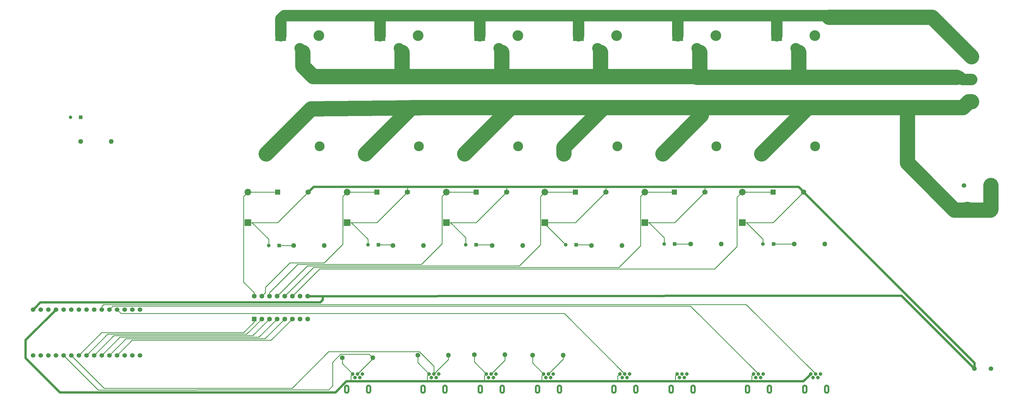
<source format=gtl>
G04 #@! TF.GenerationSoftware,KiCad,Pcbnew,5.1.5-52549c5~84~ubuntu18.04.1*
G04 #@! TF.CreationDate,2020-03-01T20:40:58-05:00*
G04 #@! TF.ProjectId,cropdroid-room,63726f70-6472-46f6-9964-2d726f6f6d2e,v0.4a*
G04 #@! TF.SameCoordinates,Original*
G04 #@! TF.FileFunction,Copper,L1,Top*
G04 #@! TF.FilePolarity,Positive*
%FSLAX46Y46*%
G04 Gerber Fmt 4.6, Leading zero omitted, Abs format (unit mm)*
G04 Created by KiCad (PCBNEW 5.1.5-52549c5~84~ubuntu18.04.1) date 2020-03-01 20:40:58*
%MOMM*%
%LPD*%
G04 APERTURE LIST*
%ADD10C,0.000100*%
%ADD11R,0.100000X0.100000*%
%ADD12C,1.208000*%
%ADD13C,1.600000*%
%ADD14R,1.600000X1.600000*%
%ADD15O,1.600000X1.600000*%
%ADD16C,3.556000*%
%ADD17R,3.556000X3.556000*%
%ADD18O,2.200000X2.200000*%
%ADD19R,2.200000X2.200000*%
%ADD20C,3.290000*%
%ADD21C,3.090000*%
%ADD22R,1.760000X1.760000*%
%ADD23C,1.760000*%
%ADD24R,2.700000X2.700000*%
%ADD25C,2.700000*%
%ADD26C,1.524000*%
%ADD27C,1.530000*%
%ADD28C,1.158000*%
%ADD29R,1.158000X1.158000*%
%ADD30C,1.230000*%
%ADD31R,1.230000X1.230000*%
%ADD32C,5.080000*%
%ADD33C,3.810000*%
%ADD34C,0.254000*%
%ADD35C,0.762000*%
G04 APERTURE END LIST*
D10*
G36*
X175000000Y-175818800D02*
G01*
X175000000Y-176418800D01*
X174998835Y-176463286D01*
X174995344Y-176507649D01*
X174989535Y-176551769D01*
X174981425Y-176595525D01*
X174971037Y-176638796D01*
X174958398Y-176681464D01*
X174943543Y-176723413D01*
X174926514Y-176764526D01*
X174907356Y-176804692D01*
X174886122Y-176843800D01*
X174862870Y-176881743D01*
X174837664Y-176918417D01*
X174810574Y-176953722D01*
X174781673Y-176987561D01*
X174751041Y-177019841D01*
X174718761Y-177050473D01*
X174684922Y-177079374D01*
X174649617Y-177106464D01*
X174612943Y-177131670D01*
X174575000Y-177154922D01*
X174535892Y-177176156D01*
X174495726Y-177195314D01*
X174454613Y-177212343D01*
X174412664Y-177227198D01*
X174369996Y-177239837D01*
X174326725Y-177250225D01*
X174282969Y-177258335D01*
X174238849Y-177264144D01*
X174194486Y-177267635D01*
X174150000Y-177268800D01*
X174150000Y-176768800D01*
X174168318Y-176768320D01*
X174186585Y-176766883D01*
X174204752Y-176764491D01*
X174222769Y-176761152D01*
X174240587Y-176756874D01*
X174258156Y-176751670D01*
X174275429Y-176745553D01*
X174292358Y-176738541D01*
X174308897Y-176730652D01*
X174325000Y-176721909D01*
X174340624Y-176712335D01*
X174355725Y-176701956D01*
X174370262Y-176690801D01*
X174384196Y-176678901D01*
X174397487Y-176666287D01*
X174410101Y-176652996D01*
X174422001Y-176639062D01*
X174433156Y-176624525D01*
X174443535Y-176609424D01*
X174453109Y-176593800D01*
X174461852Y-176577697D01*
X174469741Y-176561158D01*
X174476753Y-176544229D01*
X174482870Y-176526956D01*
X174488074Y-176509387D01*
X174492352Y-176491569D01*
X174495691Y-176473552D01*
X174498083Y-176455385D01*
X174499520Y-176437118D01*
X174500000Y-176418800D01*
X174500000Y-175818800D01*
X175000000Y-175818800D01*
G37*
X175000000Y-175818800D02*
X175000000Y-176418800D01*
X174998835Y-176463286D01*
X174995344Y-176507649D01*
X174989535Y-176551769D01*
X174981425Y-176595525D01*
X174971037Y-176638796D01*
X174958398Y-176681464D01*
X174943543Y-176723413D01*
X174926514Y-176764526D01*
X174907356Y-176804692D01*
X174886122Y-176843800D01*
X174862870Y-176881743D01*
X174837664Y-176918417D01*
X174810574Y-176953722D01*
X174781673Y-176987561D01*
X174751041Y-177019841D01*
X174718761Y-177050473D01*
X174684922Y-177079374D01*
X174649617Y-177106464D01*
X174612943Y-177131670D01*
X174575000Y-177154922D01*
X174535892Y-177176156D01*
X174495726Y-177195314D01*
X174454613Y-177212343D01*
X174412664Y-177227198D01*
X174369996Y-177239837D01*
X174326725Y-177250225D01*
X174282969Y-177258335D01*
X174238849Y-177264144D01*
X174194486Y-177267635D01*
X174150000Y-177268800D01*
X174150000Y-176768800D01*
X174168318Y-176768320D01*
X174186585Y-176766883D01*
X174204752Y-176764491D01*
X174222769Y-176761152D01*
X174240587Y-176756874D01*
X174258156Y-176751670D01*
X174275429Y-176745553D01*
X174292358Y-176738541D01*
X174308897Y-176730652D01*
X174325000Y-176721909D01*
X174340624Y-176712335D01*
X174355725Y-176701956D01*
X174370262Y-176690801D01*
X174384196Y-176678901D01*
X174397487Y-176666287D01*
X174410101Y-176652996D01*
X174422001Y-176639062D01*
X174433156Y-176624525D01*
X174443535Y-176609424D01*
X174453109Y-176593800D01*
X174461852Y-176577697D01*
X174469741Y-176561158D01*
X174476753Y-176544229D01*
X174482870Y-176526956D01*
X174488074Y-176509387D01*
X174492352Y-176491569D01*
X174495691Y-176473552D01*
X174498083Y-176455385D01*
X174499520Y-176437118D01*
X174500000Y-176418800D01*
X174500000Y-175818800D01*
X175000000Y-175818800D01*
G36*
X173300000Y-175818800D02*
G01*
X173300000Y-176418800D01*
X173301165Y-176463286D01*
X173304656Y-176507649D01*
X173310465Y-176551769D01*
X173318575Y-176595525D01*
X173328963Y-176638796D01*
X173341602Y-176681464D01*
X173356457Y-176723413D01*
X173373486Y-176764526D01*
X173392644Y-176804692D01*
X173413878Y-176843800D01*
X173437130Y-176881743D01*
X173462336Y-176918417D01*
X173489426Y-176953722D01*
X173518327Y-176987561D01*
X173548959Y-177019841D01*
X173581239Y-177050473D01*
X173615078Y-177079374D01*
X173650383Y-177106464D01*
X173687057Y-177131670D01*
X173725000Y-177154922D01*
X173764108Y-177176156D01*
X173804274Y-177195314D01*
X173845387Y-177212343D01*
X173887336Y-177227198D01*
X173930004Y-177239837D01*
X173973275Y-177250225D01*
X174017031Y-177258335D01*
X174061151Y-177264144D01*
X174105514Y-177267635D01*
X174150000Y-177268800D01*
X174150000Y-176768800D01*
X174131682Y-176768320D01*
X174113415Y-176766883D01*
X174095248Y-176764491D01*
X174077231Y-176761152D01*
X174059413Y-176756874D01*
X174041844Y-176751670D01*
X174024571Y-176745553D01*
X174007642Y-176738541D01*
X173991103Y-176730652D01*
X173975000Y-176721909D01*
X173959376Y-176712335D01*
X173944275Y-176701956D01*
X173929738Y-176690801D01*
X173915804Y-176678901D01*
X173902513Y-176666287D01*
X173889899Y-176652996D01*
X173877999Y-176639062D01*
X173866844Y-176624525D01*
X173856465Y-176609424D01*
X173846891Y-176593800D01*
X173838148Y-176577697D01*
X173830259Y-176561158D01*
X173823247Y-176544229D01*
X173817130Y-176526956D01*
X173811926Y-176509387D01*
X173807648Y-176491569D01*
X173804309Y-176473552D01*
X173801917Y-176455385D01*
X173800480Y-176437118D01*
X173800000Y-176418800D01*
X173800000Y-175818800D01*
X173300000Y-175818800D01*
G37*
X173300000Y-175818800D02*
X173300000Y-176418800D01*
X173301165Y-176463286D01*
X173304656Y-176507649D01*
X173310465Y-176551769D01*
X173318575Y-176595525D01*
X173328963Y-176638796D01*
X173341602Y-176681464D01*
X173356457Y-176723413D01*
X173373486Y-176764526D01*
X173392644Y-176804692D01*
X173413878Y-176843800D01*
X173437130Y-176881743D01*
X173462336Y-176918417D01*
X173489426Y-176953722D01*
X173518327Y-176987561D01*
X173548959Y-177019841D01*
X173581239Y-177050473D01*
X173615078Y-177079374D01*
X173650383Y-177106464D01*
X173687057Y-177131670D01*
X173725000Y-177154922D01*
X173764108Y-177176156D01*
X173804274Y-177195314D01*
X173845387Y-177212343D01*
X173887336Y-177227198D01*
X173930004Y-177239837D01*
X173973275Y-177250225D01*
X174017031Y-177258335D01*
X174061151Y-177264144D01*
X174105514Y-177267635D01*
X174150000Y-177268800D01*
X174150000Y-176768800D01*
X174131682Y-176768320D01*
X174113415Y-176766883D01*
X174095248Y-176764491D01*
X174077231Y-176761152D01*
X174059413Y-176756874D01*
X174041844Y-176751670D01*
X174024571Y-176745553D01*
X174007642Y-176738541D01*
X173991103Y-176730652D01*
X173975000Y-176721909D01*
X173959376Y-176712335D01*
X173944275Y-176701956D01*
X173929738Y-176690801D01*
X173915804Y-176678901D01*
X173902513Y-176666287D01*
X173889899Y-176652996D01*
X173877999Y-176639062D01*
X173866844Y-176624525D01*
X173856465Y-176609424D01*
X173846891Y-176593800D01*
X173838148Y-176577697D01*
X173830259Y-176561158D01*
X173823247Y-176544229D01*
X173817130Y-176526956D01*
X173811926Y-176509387D01*
X173807648Y-176491569D01*
X173804309Y-176473552D01*
X173801917Y-176455385D01*
X173800480Y-176437118D01*
X173800000Y-176418800D01*
X173800000Y-175818800D01*
X173300000Y-175818800D01*
G36*
X173300000Y-175818800D02*
G01*
X173300000Y-175218800D01*
X173301165Y-175174314D01*
X173304656Y-175129951D01*
X173310465Y-175085831D01*
X173318575Y-175042075D01*
X173328963Y-174998804D01*
X173341602Y-174956136D01*
X173356457Y-174914187D01*
X173373486Y-174873074D01*
X173392644Y-174832908D01*
X173413878Y-174793800D01*
X173437130Y-174755857D01*
X173462336Y-174719183D01*
X173489426Y-174683878D01*
X173518327Y-174650039D01*
X173548959Y-174617759D01*
X173581239Y-174587127D01*
X173615078Y-174558226D01*
X173650383Y-174531136D01*
X173687057Y-174505930D01*
X173725000Y-174482678D01*
X173764108Y-174461444D01*
X173804274Y-174442286D01*
X173845387Y-174425257D01*
X173887336Y-174410402D01*
X173930004Y-174397763D01*
X173973275Y-174387375D01*
X174017031Y-174379265D01*
X174061151Y-174373456D01*
X174105514Y-174369965D01*
X174150000Y-174368800D01*
X174150000Y-174868800D01*
X174131682Y-174869280D01*
X174113415Y-174870717D01*
X174095248Y-174873109D01*
X174077231Y-174876448D01*
X174059413Y-174880726D01*
X174041844Y-174885930D01*
X174024571Y-174892047D01*
X174007642Y-174899059D01*
X173991103Y-174906948D01*
X173975000Y-174915691D01*
X173959376Y-174925265D01*
X173944275Y-174935644D01*
X173929738Y-174946799D01*
X173915804Y-174958699D01*
X173902513Y-174971313D01*
X173889899Y-174984604D01*
X173877999Y-174998538D01*
X173866844Y-175013075D01*
X173856465Y-175028176D01*
X173846891Y-175043800D01*
X173838148Y-175059903D01*
X173830259Y-175076442D01*
X173823247Y-175093371D01*
X173817130Y-175110644D01*
X173811926Y-175128213D01*
X173807648Y-175146031D01*
X173804309Y-175164048D01*
X173801917Y-175182215D01*
X173800480Y-175200482D01*
X173800000Y-175218800D01*
X173800000Y-175818800D01*
X173300000Y-175818800D01*
G37*
X173300000Y-175818800D02*
X173300000Y-175218800D01*
X173301165Y-175174314D01*
X173304656Y-175129951D01*
X173310465Y-175085831D01*
X173318575Y-175042075D01*
X173328963Y-174998804D01*
X173341602Y-174956136D01*
X173356457Y-174914187D01*
X173373486Y-174873074D01*
X173392644Y-174832908D01*
X173413878Y-174793800D01*
X173437130Y-174755857D01*
X173462336Y-174719183D01*
X173489426Y-174683878D01*
X173518327Y-174650039D01*
X173548959Y-174617759D01*
X173581239Y-174587127D01*
X173615078Y-174558226D01*
X173650383Y-174531136D01*
X173687057Y-174505930D01*
X173725000Y-174482678D01*
X173764108Y-174461444D01*
X173804274Y-174442286D01*
X173845387Y-174425257D01*
X173887336Y-174410402D01*
X173930004Y-174397763D01*
X173973275Y-174387375D01*
X174017031Y-174379265D01*
X174061151Y-174373456D01*
X174105514Y-174369965D01*
X174150000Y-174368800D01*
X174150000Y-174868800D01*
X174131682Y-174869280D01*
X174113415Y-174870717D01*
X174095248Y-174873109D01*
X174077231Y-174876448D01*
X174059413Y-174880726D01*
X174041844Y-174885930D01*
X174024571Y-174892047D01*
X174007642Y-174899059D01*
X173991103Y-174906948D01*
X173975000Y-174915691D01*
X173959376Y-174925265D01*
X173944275Y-174935644D01*
X173929738Y-174946799D01*
X173915804Y-174958699D01*
X173902513Y-174971313D01*
X173889899Y-174984604D01*
X173877999Y-174998538D01*
X173866844Y-175013075D01*
X173856465Y-175028176D01*
X173846891Y-175043800D01*
X173838148Y-175059903D01*
X173830259Y-175076442D01*
X173823247Y-175093371D01*
X173817130Y-175110644D01*
X173811926Y-175128213D01*
X173807648Y-175146031D01*
X173804309Y-175164048D01*
X173801917Y-175182215D01*
X173800480Y-175200482D01*
X173800000Y-175218800D01*
X173800000Y-175818800D01*
X173300000Y-175818800D01*
G36*
X175000000Y-175818800D02*
G01*
X175000000Y-175218800D01*
X174998835Y-175174314D01*
X174995344Y-175129951D01*
X174989535Y-175085831D01*
X174981425Y-175042075D01*
X174971037Y-174998804D01*
X174958398Y-174956136D01*
X174943543Y-174914187D01*
X174926514Y-174873074D01*
X174907356Y-174832908D01*
X174886122Y-174793800D01*
X174862870Y-174755857D01*
X174837664Y-174719183D01*
X174810574Y-174683878D01*
X174781673Y-174650039D01*
X174751041Y-174617759D01*
X174718761Y-174587127D01*
X174684922Y-174558226D01*
X174649617Y-174531136D01*
X174612943Y-174505930D01*
X174575000Y-174482678D01*
X174535892Y-174461444D01*
X174495726Y-174442286D01*
X174454613Y-174425257D01*
X174412664Y-174410402D01*
X174369996Y-174397763D01*
X174326725Y-174387375D01*
X174282969Y-174379265D01*
X174238849Y-174373456D01*
X174194486Y-174369965D01*
X174150000Y-174368800D01*
X174150000Y-174868800D01*
X174168318Y-174869280D01*
X174186585Y-174870717D01*
X174204752Y-174873109D01*
X174222769Y-174876448D01*
X174240587Y-174880726D01*
X174258156Y-174885930D01*
X174275429Y-174892047D01*
X174292358Y-174899059D01*
X174308897Y-174906948D01*
X174325000Y-174915691D01*
X174340624Y-174925265D01*
X174355725Y-174935644D01*
X174370262Y-174946799D01*
X174384196Y-174958699D01*
X174397487Y-174971313D01*
X174410101Y-174984604D01*
X174422001Y-174998538D01*
X174433156Y-175013075D01*
X174443535Y-175028176D01*
X174453109Y-175043800D01*
X174461852Y-175059903D01*
X174469741Y-175076442D01*
X174476753Y-175093371D01*
X174482870Y-175110644D01*
X174488074Y-175128213D01*
X174492352Y-175146031D01*
X174495691Y-175164048D01*
X174498083Y-175182215D01*
X174499520Y-175200482D01*
X174500000Y-175218800D01*
X174500000Y-175818800D01*
X175000000Y-175818800D01*
G37*
X175000000Y-175818800D02*
X175000000Y-175218800D01*
X174998835Y-175174314D01*
X174995344Y-175129951D01*
X174989535Y-175085831D01*
X174981425Y-175042075D01*
X174971037Y-174998804D01*
X174958398Y-174956136D01*
X174943543Y-174914187D01*
X174926514Y-174873074D01*
X174907356Y-174832908D01*
X174886122Y-174793800D01*
X174862870Y-174755857D01*
X174837664Y-174719183D01*
X174810574Y-174683878D01*
X174781673Y-174650039D01*
X174751041Y-174617759D01*
X174718761Y-174587127D01*
X174684922Y-174558226D01*
X174649617Y-174531136D01*
X174612943Y-174505930D01*
X174575000Y-174482678D01*
X174535892Y-174461444D01*
X174495726Y-174442286D01*
X174454613Y-174425257D01*
X174412664Y-174410402D01*
X174369996Y-174397763D01*
X174326725Y-174387375D01*
X174282969Y-174379265D01*
X174238849Y-174373456D01*
X174194486Y-174369965D01*
X174150000Y-174368800D01*
X174150000Y-174868800D01*
X174168318Y-174869280D01*
X174186585Y-174870717D01*
X174204752Y-174873109D01*
X174222769Y-174876448D01*
X174240587Y-174880726D01*
X174258156Y-174885930D01*
X174275429Y-174892047D01*
X174292358Y-174899059D01*
X174308897Y-174906948D01*
X174325000Y-174915691D01*
X174340624Y-174925265D01*
X174355725Y-174935644D01*
X174370262Y-174946799D01*
X174384196Y-174958699D01*
X174397487Y-174971313D01*
X174410101Y-174984604D01*
X174422001Y-174998538D01*
X174433156Y-175013075D01*
X174443535Y-175028176D01*
X174453109Y-175043800D01*
X174461852Y-175059903D01*
X174469741Y-175076442D01*
X174476753Y-175093371D01*
X174482870Y-175110644D01*
X174488074Y-175128213D01*
X174492352Y-175146031D01*
X174495691Y-175164048D01*
X174498083Y-175182215D01*
X174499520Y-175200482D01*
X174500000Y-175218800D01*
X174500000Y-175818800D01*
X175000000Y-175818800D01*
G36*
X182300000Y-175818800D02*
G01*
X182300000Y-176418800D01*
X182298835Y-176463286D01*
X182295344Y-176507649D01*
X182289535Y-176551769D01*
X182281425Y-176595525D01*
X182271037Y-176638796D01*
X182258398Y-176681464D01*
X182243543Y-176723413D01*
X182226514Y-176764526D01*
X182207356Y-176804692D01*
X182186122Y-176843800D01*
X182162870Y-176881743D01*
X182137664Y-176918417D01*
X182110574Y-176953722D01*
X182081673Y-176987561D01*
X182051041Y-177019841D01*
X182018761Y-177050473D01*
X181984922Y-177079374D01*
X181949617Y-177106464D01*
X181912943Y-177131670D01*
X181875000Y-177154922D01*
X181835892Y-177176156D01*
X181795726Y-177195314D01*
X181754613Y-177212343D01*
X181712664Y-177227198D01*
X181669996Y-177239837D01*
X181626725Y-177250225D01*
X181582969Y-177258335D01*
X181538849Y-177264144D01*
X181494486Y-177267635D01*
X181450000Y-177268800D01*
X181450000Y-176768800D01*
X181468318Y-176768320D01*
X181486585Y-176766883D01*
X181504752Y-176764491D01*
X181522769Y-176761152D01*
X181540587Y-176756874D01*
X181558156Y-176751670D01*
X181575429Y-176745553D01*
X181592358Y-176738541D01*
X181608897Y-176730652D01*
X181625000Y-176721909D01*
X181640624Y-176712335D01*
X181655725Y-176701956D01*
X181670262Y-176690801D01*
X181684196Y-176678901D01*
X181697487Y-176666287D01*
X181710101Y-176652996D01*
X181722001Y-176639062D01*
X181733156Y-176624525D01*
X181743535Y-176609424D01*
X181753109Y-176593800D01*
X181761852Y-176577697D01*
X181769741Y-176561158D01*
X181776753Y-176544229D01*
X181782870Y-176526956D01*
X181788074Y-176509387D01*
X181792352Y-176491569D01*
X181795691Y-176473552D01*
X181798083Y-176455385D01*
X181799520Y-176437118D01*
X181800000Y-176418800D01*
X181800000Y-175818800D01*
X182300000Y-175818800D01*
G37*
X182300000Y-175818800D02*
X182300000Y-176418800D01*
X182298835Y-176463286D01*
X182295344Y-176507649D01*
X182289535Y-176551769D01*
X182281425Y-176595525D01*
X182271037Y-176638796D01*
X182258398Y-176681464D01*
X182243543Y-176723413D01*
X182226514Y-176764526D01*
X182207356Y-176804692D01*
X182186122Y-176843800D01*
X182162870Y-176881743D01*
X182137664Y-176918417D01*
X182110574Y-176953722D01*
X182081673Y-176987561D01*
X182051041Y-177019841D01*
X182018761Y-177050473D01*
X181984922Y-177079374D01*
X181949617Y-177106464D01*
X181912943Y-177131670D01*
X181875000Y-177154922D01*
X181835892Y-177176156D01*
X181795726Y-177195314D01*
X181754613Y-177212343D01*
X181712664Y-177227198D01*
X181669996Y-177239837D01*
X181626725Y-177250225D01*
X181582969Y-177258335D01*
X181538849Y-177264144D01*
X181494486Y-177267635D01*
X181450000Y-177268800D01*
X181450000Y-176768800D01*
X181468318Y-176768320D01*
X181486585Y-176766883D01*
X181504752Y-176764491D01*
X181522769Y-176761152D01*
X181540587Y-176756874D01*
X181558156Y-176751670D01*
X181575429Y-176745553D01*
X181592358Y-176738541D01*
X181608897Y-176730652D01*
X181625000Y-176721909D01*
X181640624Y-176712335D01*
X181655725Y-176701956D01*
X181670262Y-176690801D01*
X181684196Y-176678901D01*
X181697487Y-176666287D01*
X181710101Y-176652996D01*
X181722001Y-176639062D01*
X181733156Y-176624525D01*
X181743535Y-176609424D01*
X181753109Y-176593800D01*
X181761852Y-176577697D01*
X181769741Y-176561158D01*
X181776753Y-176544229D01*
X181782870Y-176526956D01*
X181788074Y-176509387D01*
X181792352Y-176491569D01*
X181795691Y-176473552D01*
X181798083Y-176455385D01*
X181799520Y-176437118D01*
X181800000Y-176418800D01*
X181800000Y-175818800D01*
X182300000Y-175818800D01*
G36*
X180600000Y-175818800D02*
G01*
X180600000Y-176418800D01*
X180601165Y-176463286D01*
X180604656Y-176507649D01*
X180610465Y-176551769D01*
X180618575Y-176595525D01*
X180628963Y-176638796D01*
X180641602Y-176681464D01*
X180656457Y-176723413D01*
X180673486Y-176764526D01*
X180692644Y-176804692D01*
X180713878Y-176843800D01*
X180737130Y-176881743D01*
X180762336Y-176918417D01*
X180789426Y-176953722D01*
X180818327Y-176987561D01*
X180848959Y-177019841D01*
X180881239Y-177050473D01*
X180915078Y-177079374D01*
X180950383Y-177106464D01*
X180987057Y-177131670D01*
X181025000Y-177154922D01*
X181064108Y-177176156D01*
X181104274Y-177195314D01*
X181145387Y-177212343D01*
X181187336Y-177227198D01*
X181230004Y-177239837D01*
X181273275Y-177250225D01*
X181317031Y-177258335D01*
X181361151Y-177264144D01*
X181405514Y-177267635D01*
X181450000Y-177268800D01*
X181450000Y-176768800D01*
X181431682Y-176768320D01*
X181413415Y-176766883D01*
X181395248Y-176764491D01*
X181377231Y-176761152D01*
X181359413Y-176756874D01*
X181341844Y-176751670D01*
X181324571Y-176745553D01*
X181307642Y-176738541D01*
X181291103Y-176730652D01*
X181275000Y-176721909D01*
X181259376Y-176712335D01*
X181244275Y-176701956D01*
X181229738Y-176690801D01*
X181215804Y-176678901D01*
X181202513Y-176666287D01*
X181189899Y-176652996D01*
X181177999Y-176639062D01*
X181166844Y-176624525D01*
X181156465Y-176609424D01*
X181146891Y-176593800D01*
X181138148Y-176577697D01*
X181130259Y-176561158D01*
X181123247Y-176544229D01*
X181117130Y-176526956D01*
X181111926Y-176509387D01*
X181107648Y-176491569D01*
X181104309Y-176473552D01*
X181101917Y-176455385D01*
X181100480Y-176437118D01*
X181100000Y-176418800D01*
X181100000Y-175818800D01*
X180600000Y-175818800D01*
G37*
X180600000Y-175818800D02*
X180600000Y-176418800D01*
X180601165Y-176463286D01*
X180604656Y-176507649D01*
X180610465Y-176551769D01*
X180618575Y-176595525D01*
X180628963Y-176638796D01*
X180641602Y-176681464D01*
X180656457Y-176723413D01*
X180673486Y-176764526D01*
X180692644Y-176804692D01*
X180713878Y-176843800D01*
X180737130Y-176881743D01*
X180762336Y-176918417D01*
X180789426Y-176953722D01*
X180818327Y-176987561D01*
X180848959Y-177019841D01*
X180881239Y-177050473D01*
X180915078Y-177079374D01*
X180950383Y-177106464D01*
X180987057Y-177131670D01*
X181025000Y-177154922D01*
X181064108Y-177176156D01*
X181104274Y-177195314D01*
X181145387Y-177212343D01*
X181187336Y-177227198D01*
X181230004Y-177239837D01*
X181273275Y-177250225D01*
X181317031Y-177258335D01*
X181361151Y-177264144D01*
X181405514Y-177267635D01*
X181450000Y-177268800D01*
X181450000Y-176768800D01*
X181431682Y-176768320D01*
X181413415Y-176766883D01*
X181395248Y-176764491D01*
X181377231Y-176761152D01*
X181359413Y-176756874D01*
X181341844Y-176751670D01*
X181324571Y-176745553D01*
X181307642Y-176738541D01*
X181291103Y-176730652D01*
X181275000Y-176721909D01*
X181259376Y-176712335D01*
X181244275Y-176701956D01*
X181229738Y-176690801D01*
X181215804Y-176678901D01*
X181202513Y-176666287D01*
X181189899Y-176652996D01*
X181177999Y-176639062D01*
X181166844Y-176624525D01*
X181156465Y-176609424D01*
X181146891Y-176593800D01*
X181138148Y-176577697D01*
X181130259Y-176561158D01*
X181123247Y-176544229D01*
X181117130Y-176526956D01*
X181111926Y-176509387D01*
X181107648Y-176491569D01*
X181104309Y-176473552D01*
X181101917Y-176455385D01*
X181100480Y-176437118D01*
X181100000Y-176418800D01*
X181100000Y-175818800D01*
X180600000Y-175818800D01*
G36*
X180600000Y-175818800D02*
G01*
X180600000Y-175218800D01*
X180601165Y-175174314D01*
X180604656Y-175129951D01*
X180610465Y-175085831D01*
X180618575Y-175042075D01*
X180628963Y-174998804D01*
X180641602Y-174956136D01*
X180656457Y-174914187D01*
X180673486Y-174873074D01*
X180692644Y-174832908D01*
X180713878Y-174793800D01*
X180737130Y-174755857D01*
X180762336Y-174719183D01*
X180789426Y-174683878D01*
X180818327Y-174650039D01*
X180848959Y-174617759D01*
X180881239Y-174587127D01*
X180915078Y-174558226D01*
X180950383Y-174531136D01*
X180987057Y-174505930D01*
X181025000Y-174482678D01*
X181064108Y-174461444D01*
X181104274Y-174442286D01*
X181145387Y-174425257D01*
X181187336Y-174410402D01*
X181230004Y-174397763D01*
X181273275Y-174387375D01*
X181317031Y-174379265D01*
X181361151Y-174373456D01*
X181405514Y-174369965D01*
X181450000Y-174368800D01*
X181450000Y-174868800D01*
X181431682Y-174869280D01*
X181413415Y-174870717D01*
X181395248Y-174873109D01*
X181377231Y-174876448D01*
X181359413Y-174880726D01*
X181341844Y-174885930D01*
X181324571Y-174892047D01*
X181307642Y-174899059D01*
X181291103Y-174906948D01*
X181275000Y-174915691D01*
X181259376Y-174925265D01*
X181244275Y-174935644D01*
X181229738Y-174946799D01*
X181215804Y-174958699D01*
X181202513Y-174971313D01*
X181189899Y-174984604D01*
X181177999Y-174998538D01*
X181166844Y-175013075D01*
X181156465Y-175028176D01*
X181146891Y-175043800D01*
X181138148Y-175059903D01*
X181130259Y-175076442D01*
X181123247Y-175093371D01*
X181117130Y-175110644D01*
X181111926Y-175128213D01*
X181107648Y-175146031D01*
X181104309Y-175164048D01*
X181101917Y-175182215D01*
X181100480Y-175200482D01*
X181100000Y-175218800D01*
X181100000Y-175818800D01*
X180600000Y-175818800D01*
G37*
X180600000Y-175818800D02*
X180600000Y-175218800D01*
X180601165Y-175174314D01*
X180604656Y-175129951D01*
X180610465Y-175085831D01*
X180618575Y-175042075D01*
X180628963Y-174998804D01*
X180641602Y-174956136D01*
X180656457Y-174914187D01*
X180673486Y-174873074D01*
X180692644Y-174832908D01*
X180713878Y-174793800D01*
X180737130Y-174755857D01*
X180762336Y-174719183D01*
X180789426Y-174683878D01*
X180818327Y-174650039D01*
X180848959Y-174617759D01*
X180881239Y-174587127D01*
X180915078Y-174558226D01*
X180950383Y-174531136D01*
X180987057Y-174505930D01*
X181025000Y-174482678D01*
X181064108Y-174461444D01*
X181104274Y-174442286D01*
X181145387Y-174425257D01*
X181187336Y-174410402D01*
X181230004Y-174397763D01*
X181273275Y-174387375D01*
X181317031Y-174379265D01*
X181361151Y-174373456D01*
X181405514Y-174369965D01*
X181450000Y-174368800D01*
X181450000Y-174868800D01*
X181431682Y-174869280D01*
X181413415Y-174870717D01*
X181395248Y-174873109D01*
X181377231Y-174876448D01*
X181359413Y-174880726D01*
X181341844Y-174885930D01*
X181324571Y-174892047D01*
X181307642Y-174899059D01*
X181291103Y-174906948D01*
X181275000Y-174915691D01*
X181259376Y-174925265D01*
X181244275Y-174935644D01*
X181229738Y-174946799D01*
X181215804Y-174958699D01*
X181202513Y-174971313D01*
X181189899Y-174984604D01*
X181177999Y-174998538D01*
X181166844Y-175013075D01*
X181156465Y-175028176D01*
X181146891Y-175043800D01*
X181138148Y-175059903D01*
X181130259Y-175076442D01*
X181123247Y-175093371D01*
X181117130Y-175110644D01*
X181111926Y-175128213D01*
X181107648Y-175146031D01*
X181104309Y-175164048D01*
X181101917Y-175182215D01*
X181100480Y-175200482D01*
X181100000Y-175218800D01*
X181100000Y-175818800D01*
X180600000Y-175818800D01*
G36*
X182300000Y-175818800D02*
G01*
X182300000Y-175218800D01*
X182298835Y-175174314D01*
X182295344Y-175129951D01*
X182289535Y-175085831D01*
X182281425Y-175042075D01*
X182271037Y-174998804D01*
X182258398Y-174956136D01*
X182243543Y-174914187D01*
X182226514Y-174873074D01*
X182207356Y-174832908D01*
X182186122Y-174793800D01*
X182162870Y-174755857D01*
X182137664Y-174719183D01*
X182110574Y-174683878D01*
X182081673Y-174650039D01*
X182051041Y-174617759D01*
X182018761Y-174587127D01*
X181984922Y-174558226D01*
X181949617Y-174531136D01*
X181912943Y-174505930D01*
X181875000Y-174482678D01*
X181835892Y-174461444D01*
X181795726Y-174442286D01*
X181754613Y-174425257D01*
X181712664Y-174410402D01*
X181669996Y-174397763D01*
X181626725Y-174387375D01*
X181582969Y-174379265D01*
X181538849Y-174373456D01*
X181494486Y-174369965D01*
X181450000Y-174368800D01*
X181450000Y-174868800D01*
X181468318Y-174869280D01*
X181486585Y-174870717D01*
X181504752Y-174873109D01*
X181522769Y-174876448D01*
X181540587Y-174880726D01*
X181558156Y-174885930D01*
X181575429Y-174892047D01*
X181592358Y-174899059D01*
X181608897Y-174906948D01*
X181625000Y-174915691D01*
X181640624Y-174925265D01*
X181655725Y-174935644D01*
X181670262Y-174946799D01*
X181684196Y-174958699D01*
X181697487Y-174971313D01*
X181710101Y-174984604D01*
X181722001Y-174998538D01*
X181733156Y-175013075D01*
X181743535Y-175028176D01*
X181753109Y-175043800D01*
X181761852Y-175059903D01*
X181769741Y-175076442D01*
X181776753Y-175093371D01*
X181782870Y-175110644D01*
X181788074Y-175128213D01*
X181792352Y-175146031D01*
X181795691Y-175164048D01*
X181798083Y-175182215D01*
X181799520Y-175200482D01*
X181800000Y-175218800D01*
X181800000Y-175818800D01*
X182300000Y-175818800D01*
G37*
X182300000Y-175818800D02*
X182300000Y-175218800D01*
X182298835Y-175174314D01*
X182295344Y-175129951D01*
X182289535Y-175085831D01*
X182281425Y-175042075D01*
X182271037Y-174998804D01*
X182258398Y-174956136D01*
X182243543Y-174914187D01*
X182226514Y-174873074D01*
X182207356Y-174832908D01*
X182186122Y-174793800D01*
X182162870Y-174755857D01*
X182137664Y-174719183D01*
X182110574Y-174683878D01*
X182081673Y-174650039D01*
X182051041Y-174617759D01*
X182018761Y-174587127D01*
X181984922Y-174558226D01*
X181949617Y-174531136D01*
X181912943Y-174505930D01*
X181875000Y-174482678D01*
X181835892Y-174461444D01*
X181795726Y-174442286D01*
X181754613Y-174425257D01*
X181712664Y-174410402D01*
X181669996Y-174397763D01*
X181626725Y-174387375D01*
X181582969Y-174379265D01*
X181538849Y-174373456D01*
X181494486Y-174369965D01*
X181450000Y-174368800D01*
X181450000Y-174868800D01*
X181468318Y-174869280D01*
X181486585Y-174870717D01*
X181504752Y-174873109D01*
X181522769Y-174876448D01*
X181540587Y-174880726D01*
X181558156Y-174885930D01*
X181575429Y-174892047D01*
X181592358Y-174899059D01*
X181608897Y-174906948D01*
X181625000Y-174915691D01*
X181640624Y-174925265D01*
X181655725Y-174935644D01*
X181670262Y-174946799D01*
X181684196Y-174958699D01*
X181697487Y-174971313D01*
X181710101Y-174984604D01*
X181722001Y-174998538D01*
X181733156Y-175013075D01*
X181743535Y-175028176D01*
X181753109Y-175043800D01*
X181761852Y-175059903D01*
X181769741Y-175076442D01*
X181776753Y-175093371D01*
X181782870Y-175110644D01*
X181788074Y-175128213D01*
X181792352Y-175146031D01*
X181795691Y-175164048D01*
X181798083Y-175182215D01*
X181799520Y-175200482D01*
X181800000Y-175218800D01*
X181800000Y-175818800D01*
X182300000Y-175818800D01*
G36*
X200400000Y-175818800D02*
G01*
X200400000Y-176418800D01*
X200398835Y-176463286D01*
X200395344Y-176507649D01*
X200389535Y-176551769D01*
X200381425Y-176595525D01*
X200371037Y-176638796D01*
X200358398Y-176681464D01*
X200343543Y-176723413D01*
X200326514Y-176764526D01*
X200307356Y-176804692D01*
X200286122Y-176843800D01*
X200262870Y-176881743D01*
X200237664Y-176918417D01*
X200210574Y-176953722D01*
X200181673Y-176987561D01*
X200151041Y-177019841D01*
X200118761Y-177050473D01*
X200084922Y-177079374D01*
X200049617Y-177106464D01*
X200012943Y-177131670D01*
X199975000Y-177154922D01*
X199935892Y-177176156D01*
X199895726Y-177195314D01*
X199854613Y-177212343D01*
X199812664Y-177227198D01*
X199769996Y-177239837D01*
X199726725Y-177250225D01*
X199682969Y-177258335D01*
X199638849Y-177264144D01*
X199594486Y-177267635D01*
X199550000Y-177268800D01*
X199550000Y-176768800D01*
X199568318Y-176768320D01*
X199586585Y-176766883D01*
X199604752Y-176764491D01*
X199622769Y-176761152D01*
X199640587Y-176756874D01*
X199658156Y-176751670D01*
X199675429Y-176745553D01*
X199692358Y-176738541D01*
X199708897Y-176730652D01*
X199725000Y-176721909D01*
X199740624Y-176712335D01*
X199755725Y-176701956D01*
X199770262Y-176690801D01*
X199784196Y-176678901D01*
X199797487Y-176666287D01*
X199810101Y-176652996D01*
X199822001Y-176639062D01*
X199833156Y-176624525D01*
X199843535Y-176609424D01*
X199853109Y-176593800D01*
X199861852Y-176577697D01*
X199869741Y-176561158D01*
X199876753Y-176544229D01*
X199882870Y-176526956D01*
X199888074Y-176509387D01*
X199892352Y-176491569D01*
X199895691Y-176473552D01*
X199898083Y-176455385D01*
X199899520Y-176437118D01*
X199900000Y-176418800D01*
X199900000Y-175818800D01*
X200400000Y-175818800D01*
G37*
X200400000Y-175818800D02*
X200400000Y-176418800D01*
X200398835Y-176463286D01*
X200395344Y-176507649D01*
X200389535Y-176551769D01*
X200381425Y-176595525D01*
X200371037Y-176638796D01*
X200358398Y-176681464D01*
X200343543Y-176723413D01*
X200326514Y-176764526D01*
X200307356Y-176804692D01*
X200286122Y-176843800D01*
X200262870Y-176881743D01*
X200237664Y-176918417D01*
X200210574Y-176953722D01*
X200181673Y-176987561D01*
X200151041Y-177019841D01*
X200118761Y-177050473D01*
X200084922Y-177079374D01*
X200049617Y-177106464D01*
X200012943Y-177131670D01*
X199975000Y-177154922D01*
X199935892Y-177176156D01*
X199895726Y-177195314D01*
X199854613Y-177212343D01*
X199812664Y-177227198D01*
X199769996Y-177239837D01*
X199726725Y-177250225D01*
X199682969Y-177258335D01*
X199638849Y-177264144D01*
X199594486Y-177267635D01*
X199550000Y-177268800D01*
X199550000Y-176768800D01*
X199568318Y-176768320D01*
X199586585Y-176766883D01*
X199604752Y-176764491D01*
X199622769Y-176761152D01*
X199640587Y-176756874D01*
X199658156Y-176751670D01*
X199675429Y-176745553D01*
X199692358Y-176738541D01*
X199708897Y-176730652D01*
X199725000Y-176721909D01*
X199740624Y-176712335D01*
X199755725Y-176701956D01*
X199770262Y-176690801D01*
X199784196Y-176678901D01*
X199797487Y-176666287D01*
X199810101Y-176652996D01*
X199822001Y-176639062D01*
X199833156Y-176624525D01*
X199843535Y-176609424D01*
X199853109Y-176593800D01*
X199861852Y-176577697D01*
X199869741Y-176561158D01*
X199876753Y-176544229D01*
X199882870Y-176526956D01*
X199888074Y-176509387D01*
X199892352Y-176491569D01*
X199895691Y-176473552D01*
X199898083Y-176455385D01*
X199899520Y-176437118D01*
X199900000Y-176418800D01*
X199900000Y-175818800D01*
X200400000Y-175818800D01*
G36*
X198700000Y-175818800D02*
G01*
X198700000Y-176418800D01*
X198701165Y-176463286D01*
X198704656Y-176507649D01*
X198710465Y-176551769D01*
X198718575Y-176595525D01*
X198728963Y-176638796D01*
X198741602Y-176681464D01*
X198756457Y-176723413D01*
X198773486Y-176764526D01*
X198792644Y-176804692D01*
X198813878Y-176843800D01*
X198837130Y-176881743D01*
X198862336Y-176918417D01*
X198889426Y-176953722D01*
X198918327Y-176987561D01*
X198948959Y-177019841D01*
X198981239Y-177050473D01*
X199015078Y-177079374D01*
X199050383Y-177106464D01*
X199087057Y-177131670D01*
X199125000Y-177154922D01*
X199164108Y-177176156D01*
X199204274Y-177195314D01*
X199245387Y-177212343D01*
X199287336Y-177227198D01*
X199330004Y-177239837D01*
X199373275Y-177250225D01*
X199417031Y-177258335D01*
X199461151Y-177264144D01*
X199505514Y-177267635D01*
X199550000Y-177268800D01*
X199550000Y-176768800D01*
X199531682Y-176768320D01*
X199513415Y-176766883D01*
X199495248Y-176764491D01*
X199477231Y-176761152D01*
X199459413Y-176756874D01*
X199441844Y-176751670D01*
X199424571Y-176745553D01*
X199407642Y-176738541D01*
X199391103Y-176730652D01*
X199375000Y-176721909D01*
X199359376Y-176712335D01*
X199344275Y-176701956D01*
X199329738Y-176690801D01*
X199315804Y-176678901D01*
X199302513Y-176666287D01*
X199289899Y-176652996D01*
X199277999Y-176639062D01*
X199266844Y-176624525D01*
X199256465Y-176609424D01*
X199246891Y-176593800D01*
X199238148Y-176577697D01*
X199230259Y-176561158D01*
X199223247Y-176544229D01*
X199217130Y-176526956D01*
X199211926Y-176509387D01*
X199207648Y-176491569D01*
X199204309Y-176473552D01*
X199201917Y-176455385D01*
X199200480Y-176437118D01*
X199200000Y-176418800D01*
X199200000Y-175818800D01*
X198700000Y-175818800D01*
G37*
X198700000Y-175818800D02*
X198700000Y-176418800D01*
X198701165Y-176463286D01*
X198704656Y-176507649D01*
X198710465Y-176551769D01*
X198718575Y-176595525D01*
X198728963Y-176638796D01*
X198741602Y-176681464D01*
X198756457Y-176723413D01*
X198773486Y-176764526D01*
X198792644Y-176804692D01*
X198813878Y-176843800D01*
X198837130Y-176881743D01*
X198862336Y-176918417D01*
X198889426Y-176953722D01*
X198918327Y-176987561D01*
X198948959Y-177019841D01*
X198981239Y-177050473D01*
X199015078Y-177079374D01*
X199050383Y-177106464D01*
X199087057Y-177131670D01*
X199125000Y-177154922D01*
X199164108Y-177176156D01*
X199204274Y-177195314D01*
X199245387Y-177212343D01*
X199287336Y-177227198D01*
X199330004Y-177239837D01*
X199373275Y-177250225D01*
X199417031Y-177258335D01*
X199461151Y-177264144D01*
X199505514Y-177267635D01*
X199550000Y-177268800D01*
X199550000Y-176768800D01*
X199531682Y-176768320D01*
X199513415Y-176766883D01*
X199495248Y-176764491D01*
X199477231Y-176761152D01*
X199459413Y-176756874D01*
X199441844Y-176751670D01*
X199424571Y-176745553D01*
X199407642Y-176738541D01*
X199391103Y-176730652D01*
X199375000Y-176721909D01*
X199359376Y-176712335D01*
X199344275Y-176701956D01*
X199329738Y-176690801D01*
X199315804Y-176678901D01*
X199302513Y-176666287D01*
X199289899Y-176652996D01*
X199277999Y-176639062D01*
X199266844Y-176624525D01*
X199256465Y-176609424D01*
X199246891Y-176593800D01*
X199238148Y-176577697D01*
X199230259Y-176561158D01*
X199223247Y-176544229D01*
X199217130Y-176526956D01*
X199211926Y-176509387D01*
X199207648Y-176491569D01*
X199204309Y-176473552D01*
X199201917Y-176455385D01*
X199200480Y-176437118D01*
X199200000Y-176418800D01*
X199200000Y-175818800D01*
X198700000Y-175818800D01*
G36*
X198700000Y-175818800D02*
G01*
X198700000Y-175218800D01*
X198701165Y-175174314D01*
X198704656Y-175129951D01*
X198710465Y-175085831D01*
X198718575Y-175042075D01*
X198728963Y-174998804D01*
X198741602Y-174956136D01*
X198756457Y-174914187D01*
X198773486Y-174873074D01*
X198792644Y-174832908D01*
X198813878Y-174793800D01*
X198837130Y-174755857D01*
X198862336Y-174719183D01*
X198889426Y-174683878D01*
X198918327Y-174650039D01*
X198948959Y-174617759D01*
X198981239Y-174587127D01*
X199015078Y-174558226D01*
X199050383Y-174531136D01*
X199087057Y-174505930D01*
X199125000Y-174482678D01*
X199164108Y-174461444D01*
X199204274Y-174442286D01*
X199245387Y-174425257D01*
X199287336Y-174410402D01*
X199330004Y-174397763D01*
X199373275Y-174387375D01*
X199417031Y-174379265D01*
X199461151Y-174373456D01*
X199505514Y-174369965D01*
X199550000Y-174368800D01*
X199550000Y-174868800D01*
X199531682Y-174869280D01*
X199513415Y-174870717D01*
X199495248Y-174873109D01*
X199477231Y-174876448D01*
X199459413Y-174880726D01*
X199441844Y-174885930D01*
X199424571Y-174892047D01*
X199407642Y-174899059D01*
X199391103Y-174906948D01*
X199375000Y-174915691D01*
X199359376Y-174925265D01*
X199344275Y-174935644D01*
X199329738Y-174946799D01*
X199315804Y-174958699D01*
X199302513Y-174971313D01*
X199289899Y-174984604D01*
X199277999Y-174998538D01*
X199266844Y-175013075D01*
X199256465Y-175028176D01*
X199246891Y-175043800D01*
X199238148Y-175059903D01*
X199230259Y-175076442D01*
X199223247Y-175093371D01*
X199217130Y-175110644D01*
X199211926Y-175128213D01*
X199207648Y-175146031D01*
X199204309Y-175164048D01*
X199201917Y-175182215D01*
X199200480Y-175200482D01*
X199200000Y-175218800D01*
X199200000Y-175818800D01*
X198700000Y-175818800D01*
G37*
X198700000Y-175818800D02*
X198700000Y-175218800D01*
X198701165Y-175174314D01*
X198704656Y-175129951D01*
X198710465Y-175085831D01*
X198718575Y-175042075D01*
X198728963Y-174998804D01*
X198741602Y-174956136D01*
X198756457Y-174914187D01*
X198773486Y-174873074D01*
X198792644Y-174832908D01*
X198813878Y-174793800D01*
X198837130Y-174755857D01*
X198862336Y-174719183D01*
X198889426Y-174683878D01*
X198918327Y-174650039D01*
X198948959Y-174617759D01*
X198981239Y-174587127D01*
X199015078Y-174558226D01*
X199050383Y-174531136D01*
X199087057Y-174505930D01*
X199125000Y-174482678D01*
X199164108Y-174461444D01*
X199204274Y-174442286D01*
X199245387Y-174425257D01*
X199287336Y-174410402D01*
X199330004Y-174397763D01*
X199373275Y-174387375D01*
X199417031Y-174379265D01*
X199461151Y-174373456D01*
X199505514Y-174369965D01*
X199550000Y-174368800D01*
X199550000Y-174868800D01*
X199531682Y-174869280D01*
X199513415Y-174870717D01*
X199495248Y-174873109D01*
X199477231Y-174876448D01*
X199459413Y-174880726D01*
X199441844Y-174885930D01*
X199424571Y-174892047D01*
X199407642Y-174899059D01*
X199391103Y-174906948D01*
X199375000Y-174915691D01*
X199359376Y-174925265D01*
X199344275Y-174935644D01*
X199329738Y-174946799D01*
X199315804Y-174958699D01*
X199302513Y-174971313D01*
X199289899Y-174984604D01*
X199277999Y-174998538D01*
X199266844Y-175013075D01*
X199256465Y-175028176D01*
X199246891Y-175043800D01*
X199238148Y-175059903D01*
X199230259Y-175076442D01*
X199223247Y-175093371D01*
X199217130Y-175110644D01*
X199211926Y-175128213D01*
X199207648Y-175146031D01*
X199204309Y-175164048D01*
X199201917Y-175182215D01*
X199200480Y-175200482D01*
X199200000Y-175218800D01*
X199200000Y-175818800D01*
X198700000Y-175818800D01*
G36*
X200400000Y-175818800D02*
G01*
X200400000Y-175218800D01*
X200398835Y-175174314D01*
X200395344Y-175129951D01*
X200389535Y-175085831D01*
X200381425Y-175042075D01*
X200371037Y-174998804D01*
X200358398Y-174956136D01*
X200343543Y-174914187D01*
X200326514Y-174873074D01*
X200307356Y-174832908D01*
X200286122Y-174793800D01*
X200262870Y-174755857D01*
X200237664Y-174719183D01*
X200210574Y-174683878D01*
X200181673Y-174650039D01*
X200151041Y-174617759D01*
X200118761Y-174587127D01*
X200084922Y-174558226D01*
X200049617Y-174531136D01*
X200012943Y-174505930D01*
X199975000Y-174482678D01*
X199935892Y-174461444D01*
X199895726Y-174442286D01*
X199854613Y-174425257D01*
X199812664Y-174410402D01*
X199769996Y-174397763D01*
X199726725Y-174387375D01*
X199682969Y-174379265D01*
X199638849Y-174373456D01*
X199594486Y-174369965D01*
X199550000Y-174368800D01*
X199550000Y-174868800D01*
X199568318Y-174869280D01*
X199586585Y-174870717D01*
X199604752Y-174873109D01*
X199622769Y-174876448D01*
X199640587Y-174880726D01*
X199658156Y-174885930D01*
X199675429Y-174892047D01*
X199692358Y-174899059D01*
X199708897Y-174906948D01*
X199725000Y-174915691D01*
X199740624Y-174925265D01*
X199755725Y-174935644D01*
X199770262Y-174946799D01*
X199784196Y-174958699D01*
X199797487Y-174971313D01*
X199810101Y-174984604D01*
X199822001Y-174998538D01*
X199833156Y-175013075D01*
X199843535Y-175028176D01*
X199853109Y-175043800D01*
X199861852Y-175059903D01*
X199869741Y-175076442D01*
X199876753Y-175093371D01*
X199882870Y-175110644D01*
X199888074Y-175128213D01*
X199892352Y-175146031D01*
X199895691Y-175164048D01*
X199898083Y-175182215D01*
X199899520Y-175200482D01*
X199900000Y-175218800D01*
X199900000Y-175818800D01*
X200400000Y-175818800D01*
G37*
X200400000Y-175818800D02*
X200400000Y-175218800D01*
X200398835Y-175174314D01*
X200395344Y-175129951D01*
X200389535Y-175085831D01*
X200381425Y-175042075D01*
X200371037Y-174998804D01*
X200358398Y-174956136D01*
X200343543Y-174914187D01*
X200326514Y-174873074D01*
X200307356Y-174832908D01*
X200286122Y-174793800D01*
X200262870Y-174755857D01*
X200237664Y-174719183D01*
X200210574Y-174683878D01*
X200181673Y-174650039D01*
X200151041Y-174617759D01*
X200118761Y-174587127D01*
X200084922Y-174558226D01*
X200049617Y-174531136D01*
X200012943Y-174505930D01*
X199975000Y-174482678D01*
X199935892Y-174461444D01*
X199895726Y-174442286D01*
X199854613Y-174425257D01*
X199812664Y-174410402D01*
X199769996Y-174397763D01*
X199726725Y-174387375D01*
X199682969Y-174379265D01*
X199638849Y-174373456D01*
X199594486Y-174369965D01*
X199550000Y-174368800D01*
X199550000Y-174868800D01*
X199568318Y-174869280D01*
X199586585Y-174870717D01*
X199604752Y-174873109D01*
X199622769Y-174876448D01*
X199640587Y-174880726D01*
X199658156Y-174885930D01*
X199675429Y-174892047D01*
X199692358Y-174899059D01*
X199708897Y-174906948D01*
X199725000Y-174915691D01*
X199740624Y-174925265D01*
X199755725Y-174935644D01*
X199770262Y-174946799D01*
X199784196Y-174958699D01*
X199797487Y-174971313D01*
X199810101Y-174984604D01*
X199822001Y-174998538D01*
X199833156Y-175013075D01*
X199843535Y-175028176D01*
X199853109Y-175043800D01*
X199861852Y-175059903D01*
X199869741Y-175076442D01*
X199876753Y-175093371D01*
X199882870Y-175110644D01*
X199888074Y-175128213D01*
X199892352Y-175146031D01*
X199895691Y-175164048D01*
X199898083Y-175182215D01*
X199899520Y-175200482D01*
X199900000Y-175218800D01*
X199900000Y-175818800D01*
X200400000Y-175818800D01*
G36*
X207700000Y-175818800D02*
G01*
X207700000Y-176418800D01*
X207698835Y-176463286D01*
X207695344Y-176507649D01*
X207689535Y-176551769D01*
X207681425Y-176595525D01*
X207671037Y-176638796D01*
X207658398Y-176681464D01*
X207643543Y-176723413D01*
X207626514Y-176764526D01*
X207607356Y-176804692D01*
X207586122Y-176843800D01*
X207562870Y-176881743D01*
X207537664Y-176918417D01*
X207510574Y-176953722D01*
X207481673Y-176987561D01*
X207451041Y-177019841D01*
X207418761Y-177050473D01*
X207384922Y-177079374D01*
X207349617Y-177106464D01*
X207312943Y-177131670D01*
X207275000Y-177154922D01*
X207235892Y-177176156D01*
X207195726Y-177195314D01*
X207154613Y-177212343D01*
X207112664Y-177227198D01*
X207069996Y-177239837D01*
X207026725Y-177250225D01*
X206982969Y-177258335D01*
X206938849Y-177264144D01*
X206894486Y-177267635D01*
X206850000Y-177268800D01*
X206850000Y-176768800D01*
X206868318Y-176768320D01*
X206886585Y-176766883D01*
X206904752Y-176764491D01*
X206922769Y-176761152D01*
X206940587Y-176756874D01*
X206958156Y-176751670D01*
X206975429Y-176745553D01*
X206992358Y-176738541D01*
X207008897Y-176730652D01*
X207025000Y-176721909D01*
X207040624Y-176712335D01*
X207055725Y-176701956D01*
X207070262Y-176690801D01*
X207084196Y-176678901D01*
X207097487Y-176666287D01*
X207110101Y-176652996D01*
X207122001Y-176639062D01*
X207133156Y-176624525D01*
X207143535Y-176609424D01*
X207153109Y-176593800D01*
X207161852Y-176577697D01*
X207169741Y-176561158D01*
X207176753Y-176544229D01*
X207182870Y-176526956D01*
X207188074Y-176509387D01*
X207192352Y-176491569D01*
X207195691Y-176473552D01*
X207198083Y-176455385D01*
X207199520Y-176437118D01*
X207200000Y-176418800D01*
X207200000Y-175818800D01*
X207700000Y-175818800D01*
G37*
X207700000Y-175818800D02*
X207700000Y-176418800D01*
X207698835Y-176463286D01*
X207695344Y-176507649D01*
X207689535Y-176551769D01*
X207681425Y-176595525D01*
X207671037Y-176638796D01*
X207658398Y-176681464D01*
X207643543Y-176723413D01*
X207626514Y-176764526D01*
X207607356Y-176804692D01*
X207586122Y-176843800D01*
X207562870Y-176881743D01*
X207537664Y-176918417D01*
X207510574Y-176953722D01*
X207481673Y-176987561D01*
X207451041Y-177019841D01*
X207418761Y-177050473D01*
X207384922Y-177079374D01*
X207349617Y-177106464D01*
X207312943Y-177131670D01*
X207275000Y-177154922D01*
X207235892Y-177176156D01*
X207195726Y-177195314D01*
X207154613Y-177212343D01*
X207112664Y-177227198D01*
X207069996Y-177239837D01*
X207026725Y-177250225D01*
X206982969Y-177258335D01*
X206938849Y-177264144D01*
X206894486Y-177267635D01*
X206850000Y-177268800D01*
X206850000Y-176768800D01*
X206868318Y-176768320D01*
X206886585Y-176766883D01*
X206904752Y-176764491D01*
X206922769Y-176761152D01*
X206940587Y-176756874D01*
X206958156Y-176751670D01*
X206975429Y-176745553D01*
X206992358Y-176738541D01*
X207008897Y-176730652D01*
X207025000Y-176721909D01*
X207040624Y-176712335D01*
X207055725Y-176701956D01*
X207070262Y-176690801D01*
X207084196Y-176678901D01*
X207097487Y-176666287D01*
X207110101Y-176652996D01*
X207122001Y-176639062D01*
X207133156Y-176624525D01*
X207143535Y-176609424D01*
X207153109Y-176593800D01*
X207161852Y-176577697D01*
X207169741Y-176561158D01*
X207176753Y-176544229D01*
X207182870Y-176526956D01*
X207188074Y-176509387D01*
X207192352Y-176491569D01*
X207195691Y-176473552D01*
X207198083Y-176455385D01*
X207199520Y-176437118D01*
X207200000Y-176418800D01*
X207200000Y-175818800D01*
X207700000Y-175818800D01*
G36*
X206000000Y-175818800D02*
G01*
X206000000Y-176418800D01*
X206001165Y-176463286D01*
X206004656Y-176507649D01*
X206010465Y-176551769D01*
X206018575Y-176595525D01*
X206028963Y-176638796D01*
X206041602Y-176681464D01*
X206056457Y-176723413D01*
X206073486Y-176764526D01*
X206092644Y-176804692D01*
X206113878Y-176843800D01*
X206137130Y-176881743D01*
X206162336Y-176918417D01*
X206189426Y-176953722D01*
X206218327Y-176987561D01*
X206248959Y-177019841D01*
X206281239Y-177050473D01*
X206315078Y-177079374D01*
X206350383Y-177106464D01*
X206387057Y-177131670D01*
X206425000Y-177154922D01*
X206464108Y-177176156D01*
X206504274Y-177195314D01*
X206545387Y-177212343D01*
X206587336Y-177227198D01*
X206630004Y-177239837D01*
X206673275Y-177250225D01*
X206717031Y-177258335D01*
X206761151Y-177264144D01*
X206805514Y-177267635D01*
X206850000Y-177268800D01*
X206850000Y-176768800D01*
X206831682Y-176768320D01*
X206813415Y-176766883D01*
X206795248Y-176764491D01*
X206777231Y-176761152D01*
X206759413Y-176756874D01*
X206741844Y-176751670D01*
X206724571Y-176745553D01*
X206707642Y-176738541D01*
X206691103Y-176730652D01*
X206675000Y-176721909D01*
X206659376Y-176712335D01*
X206644275Y-176701956D01*
X206629738Y-176690801D01*
X206615804Y-176678901D01*
X206602513Y-176666287D01*
X206589899Y-176652996D01*
X206577999Y-176639062D01*
X206566844Y-176624525D01*
X206556465Y-176609424D01*
X206546891Y-176593800D01*
X206538148Y-176577697D01*
X206530259Y-176561158D01*
X206523247Y-176544229D01*
X206517130Y-176526956D01*
X206511926Y-176509387D01*
X206507648Y-176491569D01*
X206504309Y-176473552D01*
X206501917Y-176455385D01*
X206500480Y-176437118D01*
X206500000Y-176418800D01*
X206500000Y-175818800D01*
X206000000Y-175818800D01*
G37*
X206000000Y-175818800D02*
X206000000Y-176418800D01*
X206001165Y-176463286D01*
X206004656Y-176507649D01*
X206010465Y-176551769D01*
X206018575Y-176595525D01*
X206028963Y-176638796D01*
X206041602Y-176681464D01*
X206056457Y-176723413D01*
X206073486Y-176764526D01*
X206092644Y-176804692D01*
X206113878Y-176843800D01*
X206137130Y-176881743D01*
X206162336Y-176918417D01*
X206189426Y-176953722D01*
X206218327Y-176987561D01*
X206248959Y-177019841D01*
X206281239Y-177050473D01*
X206315078Y-177079374D01*
X206350383Y-177106464D01*
X206387057Y-177131670D01*
X206425000Y-177154922D01*
X206464108Y-177176156D01*
X206504274Y-177195314D01*
X206545387Y-177212343D01*
X206587336Y-177227198D01*
X206630004Y-177239837D01*
X206673275Y-177250225D01*
X206717031Y-177258335D01*
X206761151Y-177264144D01*
X206805514Y-177267635D01*
X206850000Y-177268800D01*
X206850000Y-176768800D01*
X206831682Y-176768320D01*
X206813415Y-176766883D01*
X206795248Y-176764491D01*
X206777231Y-176761152D01*
X206759413Y-176756874D01*
X206741844Y-176751670D01*
X206724571Y-176745553D01*
X206707642Y-176738541D01*
X206691103Y-176730652D01*
X206675000Y-176721909D01*
X206659376Y-176712335D01*
X206644275Y-176701956D01*
X206629738Y-176690801D01*
X206615804Y-176678901D01*
X206602513Y-176666287D01*
X206589899Y-176652996D01*
X206577999Y-176639062D01*
X206566844Y-176624525D01*
X206556465Y-176609424D01*
X206546891Y-176593800D01*
X206538148Y-176577697D01*
X206530259Y-176561158D01*
X206523247Y-176544229D01*
X206517130Y-176526956D01*
X206511926Y-176509387D01*
X206507648Y-176491569D01*
X206504309Y-176473552D01*
X206501917Y-176455385D01*
X206500480Y-176437118D01*
X206500000Y-176418800D01*
X206500000Y-175818800D01*
X206000000Y-175818800D01*
G36*
X206000000Y-175818800D02*
G01*
X206000000Y-175218800D01*
X206001165Y-175174314D01*
X206004656Y-175129951D01*
X206010465Y-175085831D01*
X206018575Y-175042075D01*
X206028963Y-174998804D01*
X206041602Y-174956136D01*
X206056457Y-174914187D01*
X206073486Y-174873074D01*
X206092644Y-174832908D01*
X206113878Y-174793800D01*
X206137130Y-174755857D01*
X206162336Y-174719183D01*
X206189426Y-174683878D01*
X206218327Y-174650039D01*
X206248959Y-174617759D01*
X206281239Y-174587127D01*
X206315078Y-174558226D01*
X206350383Y-174531136D01*
X206387057Y-174505930D01*
X206425000Y-174482678D01*
X206464108Y-174461444D01*
X206504274Y-174442286D01*
X206545387Y-174425257D01*
X206587336Y-174410402D01*
X206630004Y-174397763D01*
X206673275Y-174387375D01*
X206717031Y-174379265D01*
X206761151Y-174373456D01*
X206805514Y-174369965D01*
X206850000Y-174368800D01*
X206850000Y-174868800D01*
X206831682Y-174869280D01*
X206813415Y-174870717D01*
X206795248Y-174873109D01*
X206777231Y-174876448D01*
X206759413Y-174880726D01*
X206741844Y-174885930D01*
X206724571Y-174892047D01*
X206707642Y-174899059D01*
X206691103Y-174906948D01*
X206675000Y-174915691D01*
X206659376Y-174925265D01*
X206644275Y-174935644D01*
X206629738Y-174946799D01*
X206615804Y-174958699D01*
X206602513Y-174971313D01*
X206589899Y-174984604D01*
X206577999Y-174998538D01*
X206566844Y-175013075D01*
X206556465Y-175028176D01*
X206546891Y-175043800D01*
X206538148Y-175059903D01*
X206530259Y-175076442D01*
X206523247Y-175093371D01*
X206517130Y-175110644D01*
X206511926Y-175128213D01*
X206507648Y-175146031D01*
X206504309Y-175164048D01*
X206501917Y-175182215D01*
X206500480Y-175200482D01*
X206500000Y-175218800D01*
X206500000Y-175818800D01*
X206000000Y-175818800D01*
G37*
X206000000Y-175818800D02*
X206000000Y-175218800D01*
X206001165Y-175174314D01*
X206004656Y-175129951D01*
X206010465Y-175085831D01*
X206018575Y-175042075D01*
X206028963Y-174998804D01*
X206041602Y-174956136D01*
X206056457Y-174914187D01*
X206073486Y-174873074D01*
X206092644Y-174832908D01*
X206113878Y-174793800D01*
X206137130Y-174755857D01*
X206162336Y-174719183D01*
X206189426Y-174683878D01*
X206218327Y-174650039D01*
X206248959Y-174617759D01*
X206281239Y-174587127D01*
X206315078Y-174558226D01*
X206350383Y-174531136D01*
X206387057Y-174505930D01*
X206425000Y-174482678D01*
X206464108Y-174461444D01*
X206504274Y-174442286D01*
X206545387Y-174425257D01*
X206587336Y-174410402D01*
X206630004Y-174397763D01*
X206673275Y-174387375D01*
X206717031Y-174379265D01*
X206761151Y-174373456D01*
X206805514Y-174369965D01*
X206850000Y-174368800D01*
X206850000Y-174868800D01*
X206831682Y-174869280D01*
X206813415Y-174870717D01*
X206795248Y-174873109D01*
X206777231Y-174876448D01*
X206759413Y-174880726D01*
X206741844Y-174885930D01*
X206724571Y-174892047D01*
X206707642Y-174899059D01*
X206691103Y-174906948D01*
X206675000Y-174915691D01*
X206659376Y-174925265D01*
X206644275Y-174935644D01*
X206629738Y-174946799D01*
X206615804Y-174958699D01*
X206602513Y-174971313D01*
X206589899Y-174984604D01*
X206577999Y-174998538D01*
X206566844Y-175013075D01*
X206556465Y-175028176D01*
X206546891Y-175043800D01*
X206538148Y-175059903D01*
X206530259Y-175076442D01*
X206523247Y-175093371D01*
X206517130Y-175110644D01*
X206511926Y-175128213D01*
X206507648Y-175146031D01*
X206504309Y-175164048D01*
X206501917Y-175182215D01*
X206500480Y-175200482D01*
X206500000Y-175218800D01*
X206500000Y-175818800D01*
X206000000Y-175818800D01*
G36*
X207700000Y-175818800D02*
G01*
X207700000Y-175218800D01*
X207698835Y-175174314D01*
X207695344Y-175129951D01*
X207689535Y-175085831D01*
X207681425Y-175042075D01*
X207671037Y-174998804D01*
X207658398Y-174956136D01*
X207643543Y-174914187D01*
X207626514Y-174873074D01*
X207607356Y-174832908D01*
X207586122Y-174793800D01*
X207562870Y-174755857D01*
X207537664Y-174719183D01*
X207510574Y-174683878D01*
X207481673Y-174650039D01*
X207451041Y-174617759D01*
X207418761Y-174587127D01*
X207384922Y-174558226D01*
X207349617Y-174531136D01*
X207312943Y-174505930D01*
X207275000Y-174482678D01*
X207235892Y-174461444D01*
X207195726Y-174442286D01*
X207154613Y-174425257D01*
X207112664Y-174410402D01*
X207069996Y-174397763D01*
X207026725Y-174387375D01*
X206982969Y-174379265D01*
X206938849Y-174373456D01*
X206894486Y-174369965D01*
X206850000Y-174368800D01*
X206850000Y-174868800D01*
X206868318Y-174869280D01*
X206886585Y-174870717D01*
X206904752Y-174873109D01*
X206922769Y-174876448D01*
X206940587Y-174880726D01*
X206958156Y-174885930D01*
X206975429Y-174892047D01*
X206992358Y-174899059D01*
X207008897Y-174906948D01*
X207025000Y-174915691D01*
X207040624Y-174925265D01*
X207055725Y-174935644D01*
X207070262Y-174946799D01*
X207084196Y-174958699D01*
X207097487Y-174971313D01*
X207110101Y-174984604D01*
X207122001Y-174998538D01*
X207133156Y-175013075D01*
X207143535Y-175028176D01*
X207153109Y-175043800D01*
X207161852Y-175059903D01*
X207169741Y-175076442D01*
X207176753Y-175093371D01*
X207182870Y-175110644D01*
X207188074Y-175128213D01*
X207192352Y-175146031D01*
X207195691Y-175164048D01*
X207198083Y-175182215D01*
X207199520Y-175200482D01*
X207200000Y-175218800D01*
X207200000Y-175818800D01*
X207700000Y-175818800D01*
G37*
X207700000Y-175818800D02*
X207700000Y-175218800D01*
X207698835Y-175174314D01*
X207695344Y-175129951D01*
X207689535Y-175085831D01*
X207681425Y-175042075D01*
X207671037Y-174998804D01*
X207658398Y-174956136D01*
X207643543Y-174914187D01*
X207626514Y-174873074D01*
X207607356Y-174832908D01*
X207586122Y-174793800D01*
X207562870Y-174755857D01*
X207537664Y-174719183D01*
X207510574Y-174683878D01*
X207481673Y-174650039D01*
X207451041Y-174617759D01*
X207418761Y-174587127D01*
X207384922Y-174558226D01*
X207349617Y-174531136D01*
X207312943Y-174505930D01*
X207275000Y-174482678D01*
X207235892Y-174461444D01*
X207195726Y-174442286D01*
X207154613Y-174425257D01*
X207112664Y-174410402D01*
X207069996Y-174397763D01*
X207026725Y-174387375D01*
X206982969Y-174379265D01*
X206938849Y-174373456D01*
X206894486Y-174369965D01*
X206850000Y-174368800D01*
X206850000Y-174868800D01*
X206868318Y-174869280D01*
X206886585Y-174870717D01*
X206904752Y-174873109D01*
X206922769Y-174876448D01*
X206940587Y-174880726D01*
X206958156Y-174885930D01*
X206975429Y-174892047D01*
X206992358Y-174899059D01*
X207008897Y-174906948D01*
X207025000Y-174915691D01*
X207040624Y-174925265D01*
X207055725Y-174935644D01*
X207070262Y-174946799D01*
X207084196Y-174958699D01*
X207097487Y-174971313D01*
X207110101Y-174984604D01*
X207122001Y-174998538D01*
X207133156Y-175013075D01*
X207143535Y-175028176D01*
X207153109Y-175043800D01*
X207161852Y-175059903D01*
X207169741Y-175076442D01*
X207176753Y-175093371D01*
X207182870Y-175110644D01*
X207188074Y-175128213D01*
X207192352Y-175146031D01*
X207195691Y-175164048D01*
X207198083Y-175182215D01*
X207199520Y-175200482D01*
X207200000Y-175218800D01*
X207200000Y-175818800D01*
X207700000Y-175818800D01*
G36*
X263900000Y-175818800D02*
G01*
X263900000Y-176418800D01*
X263898835Y-176463286D01*
X263895344Y-176507649D01*
X263889535Y-176551769D01*
X263881425Y-176595525D01*
X263871037Y-176638796D01*
X263858398Y-176681464D01*
X263843543Y-176723413D01*
X263826514Y-176764526D01*
X263807356Y-176804692D01*
X263786122Y-176843800D01*
X263762870Y-176881743D01*
X263737664Y-176918417D01*
X263710574Y-176953722D01*
X263681673Y-176987561D01*
X263651041Y-177019841D01*
X263618761Y-177050473D01*
X263584922Y-177079374D01*
X263549617Y-177106464D01*
X263512943Y-177131670D01*
X263475000Y-177154922D01*
X263435892Y-177176156D01*
X263395726Y-177195314D01*
X263354613Y-177212343D01*
X263312664Y-177227198D01*
X263269996Y-177239837D01*
X263226725Y-177250225D01*
X263182969Y-177258335D01*
X263138849Y-177264144D01*
X263094486Y-177267635D01*
X263050000Y-177268800D01*
X263050000Y-176768800D01*
X263068318Y-176768320D01*
X263086585Y-176766883D01*
X263104752Y-176764491D01*
X263122769Y-176761152D01*
X263140587Y-176756874D01*
X263158156Y-176751670D01*
X263175429Y-176745553D01*
X263192358Y-176738541D01*
X263208897Y-176730652D01*
X263225000Y-176721909D01*
X263240624Y-176712335D01*
X263255725Y-176701956D01*
X263270262Y-176690801D01*
X263284196Y-176678901D01*
X263297487Y-176666287D01*
X263310101Y-176652996D01*
X263322001Y-176639062D01*
X263333156Y-176624525D01*
X263343535Y-176609424D01*
X263353109Y-176593800D01*
X263361852Y-176577697D01*
X263369741Y-176561158D01*
X263376753Y-176544229D01*
X263382870Y-176526956D01*
X263388074Y-176509387D01*
X263392352Y-176491569D01*
X263395691Y-176473552D01*
X263398083Y-176455385D01*
X263399520Y-176437118D01*
X263400000Y-176418800D01*
X263400000Y-175818800D01*
X263900000Y-175818800D01*
G37*
X263900000Y-175818800D02*
X263900000Y-176418800D01*
X263898835Y-176463286D01*
X263895344Y-176507649D01*
X263889535Y-176551769D01*
X263881425Y-176595525D01*
X263871037Y-176638796D01*
X263858398Y-176681464D01*
X263843543Y-176723413D01*
X263826514Y-176764526D01*
X263807356Y-176804692D01*
X263786122Y-176843800D01*
X263762870Y-176881743D01*
X263737664Y-176918417D01*
X263710574Y-176953722D01*
X263681673Y-176987561D01*
X263651041Y-177019841D01*
X263618761Y-177050473D01*
X263584922Y-177079374D01*
X263549617Y-177106464D01*
X263512943Y-177131670D01*
X263475000Y-177154922D01*
X263435892Y-177176156D01*
X263395726Y-177195314D01*
X263354613Y-177212343D01*
X263312664Y-177227198D01*
X263269996Y-177239837D01*
X263226725Y-177250225D01*
X263182969Y-177258335D01*
X263138849Y-177264144D01*
X263094486Y-177267635D01*
X263050000Y-177268800D01*
X263050000Y-176768800D01*
X263068318Y-176768320D01*
X263086585Y-176766883D01*
X263104752Y-176764491D01*
X263122769Y-176761152D01*
X263140587Y-176756874D01*
X263158156Y-176751670D01*
X263175429Y-176745553D01*
X263192358Y-176738541D01*
X263208897Y-176730652D01*
X263225000Y-176721909D01*
X263240624Y-176712335D01*
X263255725Y-176701956D01*
X263270262Y-176690801D01*
X263284196Y-176678901D01*
X263297487Y-176666287D01*
X263310101Y-176652996D01*
X263322001Y-176639062D01*
X263333156Y-176624525D01*
X263343535Y-176609424D01*
X263353109Y-176593800D01*
X263361852Y-176577697D01*
X263369741Y-176561158D01*
X263376753Y-176544229D01*
X263382870Y-176526956D01*
X263388074Y-176509387D01*
X263392352Y-176491569D01*
X263395691Y-176473552D01*
X263398083Y-176455385D01*
X263399520Y-176437118D01*
X263400000Y-176418800D01*
X263400000Y-175818800D01*
X263900000Y-175818800D01*
G36*
X262200000Y-175818800D02*
G01*
X262200000Y-176418800D01*
X262201165Y-176463286D01*
X262204656Y-176507649D01*
X262210465Y-176551769D01*
X262218575Y-176595525D01*
X262228963Y-176638796D01*
X262241602Y-176681464D01*
X262256457Y-176723413D01*
X262273486Y-176764526D01*
X262292644Y-176804692D01*
X262313878Y-176843800D01*
X262337130Y-176881743D01*
X262362336Y-176918417D01*
X262389426Y-176953722D01*
X262418327Y-176987561D01*
X262448959Y-177019841D01*
X262481239Y-177050473D01*
X262515078Y-177079374D01*
X262550383Y-177106464D01*
X262587057Y-177131670D01*
X262625000Y-177154922D01*
X262664108Y-177176156D01*
X262704274Y-177195314D01*
X262745387Y-177212343D01*
X262787336Y-177227198D01*
X262830004Y-177239837D01*
X262873275Y-177250225D01*
X262917031Y-177258335D01*
X262961151Y-177264144D01*
X263005514Y-177267635D01*
X263050000Y-177268800D01*
X263050000Y-176768800D01*
X263031682Y-176768320D01*
X263013415Y-176766883D01*
X262995248Y-176764491D01*
X262977231Y-176761152D01*
X262959413Y-176756874D01*
X262941844Y-176751670D01*
X262924571Y-176745553D01*
X262907642Y-176738541D01*
X262891103Y-176730652D01*
X262875000Y-176721909D01*
X262859376Y-176712335D01*
X262844275Y-176701956D01*
X262829738Y-176690801D01*
X262815804Y-176678901D01*
X262802513Y-176666287D01*
X262789899Y-176652996D01*
X262777999Y-176639062D01*
X262766844Y-176624525D01*
X262756465Y-176609424D01*
X262746891Y-176593800D01*
X262738148Y-176577697D01*
X262730259Y-176561158D01*
X262723247Y-176544229D01*
X262717130Y-176526956D01*
X262711926Y-176509387D01*
X262707648Y-176491569D01*
X262704309Y-176473552D01*
X262701917Y-176455385D01*
X262700480Y-176437118D01*
X262700000Y-176418800D01*
X262700000Y-175818800D01*
X262200000Y-175818800D01*
G37*
X262200000Y-175818800D02*
X262200000Y-176418800D01*
X262201165Y-176463286D01*
X262204656Y-176507649D01*
X262210465Y-176551769D01*
X262218575Y-176595525D01*
X262228963Y-176638796D01*
X262241602Y-176681464D01*
X262256457Y-176723413D01*
X262273486Y-176764526D01*
X262292644Y-176804692D01*
X262313878Y-176843800D01*
X262337130Y-176881743D01*
X262362336Y-176918417D01*
X262389426Y-176953722D01*
X262418327Y-176987561D01*
X262448959Y-177019841D01*
X262481239Y-177050473D01*
X262515078Y-177079374D01*
X262550383Y-177106464D01*
X262587057Y-177131670D01*
X262625000Y-177154922D01*
X262664108Y-177176156D01*
X262704274Y-177195314D01*
X262745387Y-177212343D01*
X262787336Y-177227198D01*
X262830004Y-177239837D01*
X262873275Y-177250225D01*
X262917031Y-177258335D01*
X262961151Y-177264144D01*
X263005514Y-177267635D01*
X263050000Y-177268800D01*
X263050000Y-176768800D01*
X263031682Y-176768320D01*
X263013415Y-176766883D01*
X262995248Y-176764491D01*
X262977231Y-176761152D01*
X262959413Y-176756874D01*
X262941844Y-176751670D01*
X262924571Y-176745553D01*
X262907642Y-176738541D01*
X262891103Y-176730652D01*
X262875000Y-176721909D01*
X262859376Y-176712335D01*
X262844275Y-176701956D01*
X262829738Y-176690801D01*
X262815804Y-176678901D01*
X262802513Y-176666287D01*
X262789899Y-176652996D01*
X262777999Y-176639062D01*
X262766844Y-176624525D01*
X262756465Y-176609424D01*
X262746891Y-176593800D01*
X262738148Y-176577697D01*
X262730259Y-176561158D01*
X262723247Y-176544229D01*
X262717130Y-176526956D01*
X262711926Y-176509387D01*
X262707648Y-176491569D01*
X262704309Y-176473552D01*
X262701917Y-176455385D01*
X262700480Y-176437118D01*
X262700000Y-176418800D01*
X262700000Y-175818800D01*
X262200000Y-175818800D01*
G36*
X262200000Y-175818800D02*
G01*
X262200000Y-175218800D01*
X262201165Y-175174314D01*
X262204656Y-175129951D01*
X262210465Y-175085831D01*
X262218575Y-175042075D01*
X262228963Y-174998804D01*
X262241602Y-174956136D01*
X262256457Y-174914187D01*
X262273486Y-174873074D01*
X262292644Y-174832908D01*
X262313878Y-174793800D01*
X262337130Y-174755857D01*
X262362336Y-174719183D01*
X262389426Y-174683878D01*
X262418327Y-174650039D01*
X262448959Y-174617759D01*
X262481239Y-174587127D01*
X262515078Y-174558226D01*
X262550383Y-174531136D01*
X262587057Y-174505930D01*
X262625000Y-174482678D01*
X262664108Y-174461444D01*
X262704274Y-174442286D01*
X262745387Y-174425257D01*
X262787336Y-174410402D01*
X262830004Y-174397763D01*
X262873275Y-174387375D01*
X262917031Y-174379265D01*
X262961151Y-174373456D01*
X263005514Y-174369965D01*
X263050000Y-174368800D01*
X263050000Y-174868800D01*
X263031682Y-174869280D01*
X263013415Y-174870717D01*
X262995248Y-174873109D01*
X262977231Y-174876448D01*
X262959413Y-174880726D01*
X262941844Y-174885930D01*
X262924571Y-174892047D01*
X262907642Y-174899059D01*
X262891103Y-174906948D01*
X262875000Y-174915691D01*
X262859376Y-174925265D01*
X262844275Y-174935644D01*
X262829738Y-174946799D01*
X262815804Y-174958699D01*
X262802513Y-174971313D01*
X262789899Y-174984604D01*
X262777999Y-174998538D01*
X262766844Y-175013075D01*
X262756465Y-175028176D01*
X262746891Y-175043800D01*
X262738148Y-175059903D01*
X262730259Y-175076442D01*
X262723247Y-175093371D01*
X262717130Y-175110644D01*
X262711926Y-175128213D01*
X262707648Y-175146031D01*
X262704309Y-175164048D01*
X262701917Y-175182215D01*
X262700480Y-175200482D01*
X262700000Y-175218800D01*
X262700000Y-175818800D01*
X262200000Y-175818800D01*
G37*
X262200000Y-175818800D02*
X262200000Y-175218800D01*
X262201165Y-175174314D01*
X262204656Y-175129951D01*
X262210465Y-175085831D01*
X262218575Y-175042075D01*
X262228963Y-174998804D01*
X262241602Y-174956136D01*
X262256457Y-174914187D01*
X262273486Y-174873074D01*
X262292644Y-174832908D01*
X262313878Y-174793800D01*
X262337130Y-174755857D01*
X262362336Y-174719183D01*
X262389426Y-174683878D01*
X262418327Y-174650039D01*
X262448959Y-174617759D01*
X262481239Y-174587127D01*
X262515078Y-174558226D01*
X262550383Y-174531136D01*
X262587057Y-174505930D01*
X262625000Y-174482678D01*
X262664108Y-174461444D01*
X262704274Y-174442286D01*
X262745387Y-174425257D01*
X262787336Y-174410402D01*
X262830004Y-174397763D01*
X262873275Y-174387375D01*
X262917031Y-174379265D01*
X262961151Y-174373456D01*
X263005514Y-174369965D01*
X263050000Y-174368800D01*
X263050000Y-174868800D01*
X263031682Y-174869280D01*
X263013415Y-174870717D01*
X262995248Y-174873109D01*
X262977231Y-174876448D01*
X262959413Y-174880726D01*
X262941844Y-174885930D01*
X262924571Y-174892047D01*
X262907642Y-174899059D01*
X262891103Y-174906948D01*
X262875000Y-174915691D01*
X262859376Y-174925265D01*
X262844275Y-174935644D01*
X262829738Y-174946799D01*
X262815804Y-174958699D01*
X262802513Y-174971313D01*
X262789899Y-174984604D01*
X262777999Y-174998538D01*
X262766844Y-175013075D01*
X262756465Y-175028176D01*
X262746891Y-175043800D01*
X262738148Y-175059903D01*
X262730259Y-175076442D01*
X262723247Y-175093371D01*
X262717130Y-175110644D01*
X262711926Y-175128213D01*
X262707648Y-175146031D01*
X262704309Y-175164048D01*
X262701917Y-175182215D01*
X262700480Y-175200482D01*
X262700000Y-175218800D01*
X262700000Y-175818800D01*
X262200000Y-175818800D01*
G36*
X263900000Y-175818800D02*
G01*
X263900000Y-175218800D01*
X263898835Y-175174314D01*
X263895344Y-175129951D01*
X263889535Y-175085831D01*
X263881425Y-175042075D01*
X263871037Y-174998804D01*
X263858398Y-174956136D01*
X263843543Y-174914187D01*
X263826514Y-174873074D01*
X263807356Y-174832908D01*
X263786122Y-174793800D01*
X263762870Y-174755857D01*
X263737664Y-174719183D01*
X263710574Y-174683878D01*
X263681673Y-174650039D01*
X263651041Y-174617759D01*
X263618761Y-174587127D01*
X263584922Y-174558226D01*
X263549617Y-174531136D01*
X263512943Y-174505930D01*
X263475000Y-174482678D01*
X263435892Y-174461444D01*
X263395726Y-174442286D01*
X263354613Y-174425257D01*
X263312664Y-174410402D01*
X263269996Y-174397763D01*
X263226725Y-174387375D01*
X263182969Y-174379265D01*
X263138849Y-174373456D01*
X263094486Y-174369965D01*
X263050000Y-174368800D01*
X263050000Y-174868800D01*
X263068318Y-174869280D01*
X263086585Y-174870717D01*
X263104752Y-174873109D01*
X263122769Y-174876448D01*
X263140587Y-174880726D01*
X263158156Y-174885930D01*
X263175429Y-174892047D01*
X263192358Y-174899059D01*
X263208897Y-174906948D01*
X263225000Y-174915691D01*
X263240624Y-174925265D01*
X263255725Y-174935644D01*
X263270262Y-174946799D01*
X263284196Y-174958699D01*
X263297487Y-174971313D01*
X263310101Y-174984604D01*
X263322001Y-174998538D01*
X263333156Y-175013075D01*
X263343535Y-175028176D01*
X263353109Y-175043800D01*
X263361852Y-175059903D01*
X263369741Y-175076442D01*
X263376753Y-175093371D01*
X263382870Y-175110644D01*
X263388074Y-175128213D01*
X263392352Y-175146031D01*
X263395691Y-175164048D01*
X263398083Y-175182215D01*
X263399520Y-175200482D01*
X263400000Y-175218800D01*
X263400000Y-175818800D01*
X263900000Y-175818800D01*
G37*
X263900000Y-175818800D02*
X263900000Y-175218800D01*
X263898835Y-175174314D01*
X263895344Y-175129951D01*
X263889535Y-175085831D01*
X263881425Y-175042075D01*
X263871037Y-174998804D01*
X263858398Y-174956136D01*
X263843543Y-174914187D01*
X263826514Y-174873074D01*
X263807356Y-174832908D01*
X263786122Y-174793800D01*
X263762870Y-174755857D01*
X263737664Y-174719183D01*
X263710574Y-174683878D01*
X263681673Y-174650039D01*
X263651041Y-174617759D01*
X263618761Y-174587127D01*
X263584922Y-174558226D01*
X263549617Y-174531136D01*
X263512943Y-174505930D01*
X263475000Y-174482678D01*
X263435892Y-174461444D01*
X263395726Y-174442286D01*
X263354613Y-174425257D01*
X263312664Y-174410402D01*
X263269996Y-174397763D01*
X263226725Y-174387375D01*
X263182969Y-174379265D01*
X263138849Y-174373456D01*
X263094486Y-174369965D01*
X263050000Y-174368800D01*
X263050000Y-174868800D01*
X263068318Y-174869280D01*
X263086585Y-174870717D01*
X263104752Y-174873109D01*
X263122769Y-174876448D01*
X263140587Y-174880726D01*
X263158156Y-174885930D01*
X263175429Y-174892047D01*
X263192358Y-174899059D01*
X263208897Y-174906948D01*
X263225000Y-174915691D01*
X263240624Y-174925265D01*
X263255725Y-174935644D01*
X263270262Y-174946799D01*
X263284196Y-174958699D01*
X263297487Y-174971313D01*
X263310101Y-174984604D01*
X263322001Y-174998538D01*
X263333156Y-175013075D01*
X263343535Y-175028176D01*
X263353109Y-175043800D01*
X263361852Y-175059903D01*
X263369741Y-175076442D01*
X263376753Y-175093371D01*
X263382870Y-175110644D01*
X263388074Y-175128213D01*
X263392352Y-175146031D01*
X263395691Y-175164048D01*
X263398083Y-175182215D01*
X263399520Y-175200482D01*
X263400000Y-175218800D01*
X263400000Y-175818800D01*
X263900000Y-175818800D01*
G36*
X271200000Y-175818800D02*
G01*
X271200000Y-176418800D01*
X271198835Y-176463286D01*
X271195344Y-176507649D01*
X271189535Y-176551769D01*
X271181425Y-176595525D01*
X271171037Y-176638796D01*
X271158398Y-176681464D01*
X271143543Y-176723413D01*
X271126514Y-176764526D01*
X271107356Y-176804692D01*
X271086122Y-176843800D01*
X271062870Y-176881743D01*
X271037664Y-176918417D01*
X271010574Y-176953722D01*
X270981673Y-176987561D01*
X270951041Y-177019841D01*
X270918761Y-177050473D01*
X270884922Y-177079374D01*
X270849617Y-177106464D01*
X270812943Y-177131670D01*
X270775000Y-177154922D01*
X270735892Y-177176156D01*
X270695726Y-177195314D01*
X270654613Y-177212343D01*
X270612664Y-177227198D01*
X270569996Y-177239837D01*
X270526725Y-177250225D01*
X270482969Y-177258335D01*
X270438849Y-177264144D01*
X270394486Y-177267635D01*
X270350000Y-177268800D01*
X270350000Y-176768800D01*
X270368318Y-176768320D01*
X270386585Y-176766883D01*
X270404752Y-176764491D01*
X270422769Y-176761152D01*
X270440587Y-176756874D01*
X270458156Y-176751670D01*
X270475429Y-176745553D01*
X270492358Y-176738541D01*
X270508897Y-176730652D01*
X270525000Y-176721909D01*
X270540624Y-176712335D01*
X270555725Y-176701956D01*
X270570262Y-176690801D01*
X270584196Y-176678901D01*
X270597487Y-176666287D01*
X270610101Y-176652996D01*
X270622001Y-176639062D01*
X270633156Y-176624525D01*
X270643535Y-176609424D01*
X270653109Y-176593800D01*
X270661852Y-176577697D01*
X270669741Y-176561158D01*
X270676753Y-176544229D01*
X270682870Y-176526956D01*
X270688074Y-176509387D01*
X270692352Y-176491569D01*
X270695691Y-176473552D01*
X270698083Y-176455385D01*
X270699520Y-176437118D01*
X270700000Y-176418800D01*
X270700000Y-175818800D01*
X271200000Y-175818800D01*
G37*
X271200000Y-175818800D02*
X271200000Y-176418800D01*
X271198835Y-176463286D01*
X271195344Y-176507649D01*
X271189535Y-176551769D01*
X271181425Y-176595525D01*
X271171037Y-176638796D01*
X271158398Y-176681464D01*
X271143543Y-176723413D01*
X271126514Y-176764526D01*
X271107356Y-176804692D01*
X271086122Y-176843800D01*
X271062870Y-176881743D01*
X271037664Y-176918417D01*
X271010574Y-176953722D01*
X270981673Y-176987561D01*
X270951041Y-177019841D01*
X270918761Y-177050473D01*
X270884922Y-177079374D01*
X270849617Y-177106464D01*
X270812943Y-177131670D01*
X270775000Y-177154922D01*
X270735892Y-177176156D01*
X270695726Y-177195314D01*
X270654613Y-177212343D01*
X270612664Y-177227198D01*
X270569996Y-177239837D01*
X270526725Y-177250225D01*
X270482969Y-177258335D01*
X270438849Y-177264144D01*
X270394486Y-177267635D01*
X270350000Y-177268800D01*
X270350000Y-176768800D01*
X270368318Y-176768320D01*
X270386585Y-176766883D01*
X270404752Y-176764491D01*
X270422769Y-176761152D01*
X270440587Y-176756874D01*
X270458156Y-176751670D01*
X270475429Y-176745553D01*
X270492358Y-176738541D01*
X270508897Y-176730652D01*
X270525000Y-176721909D01*
X270540624Y-176712335D01*
X270555725Y-176701956D01*
X270570262Y-176690801D01*
X270584196Y-176678901D01*
X270597487Y-176666287D01*
X270610101Y-176652996D01*
X270622001Y-176639062D01*
X270633156Y-176624525D01*
X270643535Y-176609424D01*
X270653109Y-176593800D01*
X270661852Y-176577697D01*
X270669741Y-176561158D01*
X270676753Y-176544229D01*
X270682870Y-176526956D01*
X270688074Y-176509387D01*
X270692352Y-176491569D01*
X270695691Y-176473552D01*
X270698083Y-176455385D01*
X270699520Y-176437118D01*
X270700000Y-176418800D01*
X270700000Y-175818800D01*
X271200000Y-175818800D01*
G36*
X269500000Y-175818800D02*
G01*
X269500000Y-176418800D01*
X269501165Y-176463286D01*
X269504656Y-176507649D01*
X269510465Y-176551769D01*
X269518575Y-176595525D01*
X269528963Y-176638796D01*
X269541602Y-176681464D01*
X269556457Y-176723413D01*
X269573486Y-176764526D01*
X269592644Y-176804692D01*
X269613878Y-176843800D01*
X269637130Y-176881743D01*
X269662336Y-176918417D01*
X269689426Y-176953722D01*
X269718327Y-176987561D01*
X269748959Y-177019841D01*
X269781239Y-177050473D01*
X269815078Y-177079374D01*
X269850383Y-177106464D01*
X269887057Y-177131670D01*
X269925000Y-177154922D01*
X269964108Y-177176156D01*
X270004274Y-177195314D01*
X270045387Y-177212343D01*
X270087336Y-177227198D01*
X270130004Y-177239837D01*
X270173275Y-177250225D01*
X270217031Y-177258335D01*
X270261151Y-177264144D01*
X270305514Y-177267635D01*
X270350000Y-177268800D01*
X270350000Y-176768800D01*
X270331682Y-176768320D01*
X270313415Y-176766883D01*
X270295248Y-176764491D01*
X270277231Y-176761152D01*
X270259413Y-176756874D01*
X270241844Y-176751670D01*
X270224571Y-176745553D01*
X270207642Y-176738541D01*
X270191103Y-176730652D01*
X270175000Y-176721909D01*
X270159376Y-176712335D01*
X270144275Y-176701956D01*
X270129738Y-176690801D01*
X270115804Y-176678901D01*
X270102513Y-176666287D01*
X270089899Y-176652996D01*
X270077999Y-176639062D01*
X270066844Y-176624525D01*
X270056465Y-176609424D01*
X270046891Y-176593800D01*
X270038148Y-176577697D01*
X270030259Y-176561158D01*
X270023247Y-176544229D01*
X270017130Y-176526956D01*
X270011926Y-176509387D01*
X270007648Y-176491569D01*
X270004309Y-176473552D01*
X270001917Y-176455385D01*
X270000480Y-176437118D01*
X270000000Y-176418800D01*
X270000000Y-175818800D01*
X269500000Y-175818800D01*
G37*
X269500000Y-175818800D02*
X269500000Y-176418800D01*
X269501165Y-176463286D01*
X269504656Y-176507649D01*
X269510465Y-176551769D01*
X269518575Y-176595525D01*
X269528963Y-176638796D01*
X269541602Y-176681464D01*
X269556457Y-176723413D01*
X269573486Y-176764526D01*
X269592644Y-176804692D01*
X269613878Y-176843800D01*
X269637130Y-176881743D01*
X269662336Y-176918417D01*
X269689426Y-176953722D01*
X269718327Y-176987561D01*
X269748959Y-177019841D01*
X269781239Y-177050473D01*
X269815078Y-177079374D01*
X269850383Y-177106464D01*
X269887057Y-177131670D01*
X269925000Y-177154922D01*
X269964108Y-177176156D01*
X270004274Y-177195314D01*
X270045387Y-177212343D01*
X270087336Y-177227198D01*
X270130004Y-177239837D01*
X270173275Y-177250225D01*
X270217031Y-177258335D01*
X270261151Y-177264144D01*
X270305514Y-177267635D01*
X270350000Y-177268800D01*
X270350000Y-176768800D01*
X270331682Y-176768320D01*
X270313415Y-176766883D01*
X270295248Y-176764491D01*
X270277231Y-176761152D01*
X270259413Y-176756874D01*
X270241844Y-176751670D01*
X270224571Y-176745553D01*
X270207642Y-176738541D01*
X270191103Y-176730652D01*
X270175000Y-176721909D01*
X270159376Y-176712335D01*
X270144275Y-176701956D01*
X270129738Y-176690801D01*
X270115804Y-176678901D01*
X270102513Y-176666287D01*
X270089899Y-176652996D01*
X270077999Y-176639062D01*
X270066844Y-176624525D01*
X270056465Y-176609424D01*
X270046891Y-176593800D01*
X270038148Y-176577697D01*
X270030259Y-176561158D01*
X270023247Y-176544229D01*
X270017130Y-176526956D01*
X270011926Y-176509387D01*
X270007648Y-176491569D01*
X270004309Y-176473552D01*
X270001917Y-176455385D01*
X270000480Y-176437118D01*
X270000000Y-176418800D01*
X270000000Y-175818800D01*
X269500000Y-175818800D01*
G36*
X269500000Y-175818800D02*
G01*
X269500000Y-175218800D01*
X269501165Y-175174314D01*
X269504656Y-175129951D01*
X269510465Y-175085831D01*
X269518575Y-175042075D01*
X269528963Y-174998804D01*
X269541602Y-174956136D01*
X269556457Y-174914187D01*
X269573486Y-174873074D01*
X269592644Y-174832908D01*
X269613878Y-174793800D01*
X269637130Y-174755857D01*
X269662336Y-174719183D01*
X269689426Y-174683878D01*
X269718327Y-174650039D01*
X269748959Y-174617759D01*
X269781239Y-174587127D01*
X269815078Y-174558226D01*
X269850383Y-174531136D01*
X269887057Y-174505930D01*
X269925000Y-174482678D01*
X269964108Y-174461444D01*
X270004274Y-174442286D01*
X270045387Y-174425257D01*
X270087336Y-174410402D01*
X270130004Y-174397763D01*
X270173275Y-174387375D01*
X270217031Y-174379265D01*
X270261151Y-174373456D01*
X270305514Y-174369965D01*
X270350000Y-174368800D01*
X270350000Y-174868800D01*
X270331682Y-174869280D01*
X270313415Y-174870717D01*
X270295248Y-174873109D01*
X270277231Y-174876448D01*
X270259413Y-174880726D01*
X270241844Y-174885930D01*
X270224571Y-174892047D01*
X270207642Y-174899059D01*
X270191103Y-174906948D01*
X270175000Y-174915691D01*
X270159376Y-174925265D01*
X270144275Y-174935644D01*
X270129738Y-174946799D01*
X270115804Y-174958699D01*
X270102513Y-174971313D01*
X270089899Y-174984604D01*
X270077999Y-174998538D01*
X270066844Y-175013075D01*
X270056465Y-175028176D01*
X270046891Y-175043800D01*
X270038148Y-175059903D01*
X270030259Y-175076442D01*
X270023247Y-175093371D01*
X270017130Y-175110644D01*
X270011926Y-175128213D01*
X270007648Y-175146031D01*
X270004309Y-175164048D01*
X270001917Y-175182215D01*
X270000480Y-175200482D01*
X270000000Y-175218800D01*
X270000000Y-175818800D01*
X269500000Y-175818800D01*
G37*
X269500000Y-175818800D02*
X269500000Y-175218800D01*
X269501165Y-175174314D01*
X269504656Y-175129951D01*
X269510465Y-175085831D01*
X269518575Y-175042075D01*
X269528963Y-174998804D01*
X269541602Y-174956136D01*
X269556457Y-174914187D01*
X269573486Y-174873074D01*
X269592644Y-174832908D01*
X269613878Y-174793800D01*
X269637130Y-174755857D01*
X269662336Y-174719183D01*
X269689426Y-174683878D01*
X269718327Y-174650039D01*
X269748959Y-174617759D01*
X269781239Y-174587127D01*
X269815078Y-174558226D01*
X269850383Y-174531136D01*
X269887057Y-174505930D01*
X269925000Y-174482678D01*
X269964108Y-174461444D01*
X270004274Y-174442286D01*
X270045387Y-174425257D01*
X270087336Y-174410402D01*
X270130004Y-174397763D01*
X270173275Y-174387375D01*
X270217031Y-174379265D01*
X270261151Y-174373456D01*
X270305514Y-174369965D01*
X270350000Y-174368800D01*
X270350000Y-174868800D01*
X270331682Y-174869280D01*
X270313415Y-174870717D01*
X270295248Y-174873109D01*
X270277231Y-174876448D01*
X270259413Y-174880726D01*
X270241844Y-174885930D01*
X270224571Y-174892047D01*
X270207642Y-174899059D01*
X270191103Y-174906948D01*
X270175000Y-174915691D01*
X270159376Y-174925265D01*
X270144275Y-174935644D01*
X270129738Y-174946799D01*
X270115804Y-174958699D01*
X270102513Y-174971313D01*
X270089899Y-174984604D01*
X270077999Y-174998538D01*
X270066844Y-175013075D01*
X270056465Y-175028176D01*
X270046891Y-175043800D01*
X270038148Y-175059903D01*
X270030259Y-175076442D01*
X270023247Y-175093371D01*
X270017130Y-175110644D01*
X270011926Y-175128213D01*
X270007648Y-175146031D01*
X270004309Y-175164048D01*
X270001917Y-175182215D01*
X270000480Y-175200482D01*
X270000000Y-175218800D01*
X270000000Y-175818800D01*
X269500000Y-175818800D01*
G36*
X271200000Y-175818800D02*
G01*
X271200000Y-175218800D01*
X271198835Y-175174314D01*
X271195344Y-175129951D01*
X271189535Y-175085831D01*
X271181425Y-175042075D01*
X271171037Y-174998804D01*
X271158398Y-174956136D01*
X271143543Y-174914187D01*
X271126514Y-174873074D01*
X271107356Y-174832908D01*
X271086122Y-174793800D01*
X271062870Y-174755857D01*
X271037664Y-174719183D01*
X271010574Y-174683878D01*
X270981673Y-174650039D01*
X270951041Y-174617759D01*
X270918761Y-174587127D01*
X270884922Y-174558226D01*
X270849617Y-174531136D01*
X270812943Y-174505930D01*
X270775000Y-174482678D01*
X270735892Y-174461444D01*
X270695726Y-174442286D01*
X270654613Y-174425257D01*
X270612664Y-174410402D01*
X270569996Y-174397763D01*
X270526725Y-174387375D01*
X270482969Y-174379265D01*
X270438849Y-174373456D01*
X270394486Y-174369965D01*
X270350000Y-174368800D01*
X270350000Y-174868800D01*
X270368318Y-174869280D01*
X270386585Y-174870717D01*
X270404752Y-174873109D01*
X270422769Y-174876448D01*
X270440587Y-174880726D01*
X270458156Y-174885930D01*
X270475429Y-174892047D01*
X270492358Y-174899059D01*
X270508897Y-174906948D01*
X270525000Y-174915691D01*
X270540624Y-174925265D01*
X270555725Y-174935644D01*
X270570262Y-174946799D01*
X270584196Y-174958699D01*
X270597487Y-174971313D01*
X270610101Y-174984604D01*
X270622001Y-174998538D01*
X270633156Y-175013075D01*
X270643535Y-175028176D01*
X270653109Y-175043800D01*
X270661852Y-175059903D01*
X270669741Y-175076442D01*
X270676753Y-175093371D01*
X270682870Y-175110644D01*
X270688074Y-175128213D01*
X270692352Y-175146031D01*
X270695691Y-175164048D01*
X270698083Y-175182215D01*
X270699520Y-175200482D01*
X270700000Y-175218800D01*
X270700000Y-175818800D01*
X271200000Y-175818800D01*
G37*
X271200000Y-175818800D02*
X271200000Y-175218800D01*
X271198835Y-175174314D01*
X271195344Y-175129951D01*
X271189535Y-175085831D01*
X271181425Y-175042075D01*
X271171037Y-174998804D01*
X271158398Y-174956136D01*
X271143543Y-174914187D01*
X271126514Y-174873074D01*
X271107356Y-174832908D01*
X271086122Y-174793800D01*
X271062870Y-174755857D01*
X271037664Y-174719183D01*
X271010574Y-174683878D01*
X270981673Y-174650039D01*
X270951041Y-174617759D01*
X270918761Y-174587127D01*
X270884922Y-174558226D01*
X270849617Y-174531136D01*
X270812943Y-174505930D01*
X270775000Y-174482678D01*
X270735892Y-174461444D01*
X270695726Y-174442286D01*
X270654613Y-174425257D01*
X270612664Y-174410402D01*
X270569996Y-174397763D01*
X270526725Y-174387375D01*
X270482969Y-174379265D01*
X270438849Y-174373456D01*
X270394486Y-174369965D01*
X270350000Y-174368800D01*
X270350000Y-174868800D01*
X270368318Y-174869280D01*
X270386585Y-174870717D01*
X270404752Y-174873109D01*
X270422769Y-174876448D01*
X270440587Y-174880726D01*
X270458156Y-174885930D01*
X270475429Y-174892047D01*
X270492358Y-174899059D01*
X270508897Y-174906948D01*
X270525000Y-174915691D01*
X270540624Y-174925265D01*
X270555725Y-174935644D01*
X270570262Y-174946799D01*
X270584196Y-174958699D01*
X270597487Y-174971313D01*
X270610101Y-174984604D01*
X270622001Y-174998538D01*
X270633156Y-175013075D01*
X270643535Y-175028176D01*
X270653109Y-175043800D01*
X270661852Y-175059903D01*
X270669741Y-175076442D01*
X270676753Y-175093371D01*
X270682870Y-175110644D01*
X270688074Y-175128213D01*
X270692352Y-175146031D01*
X270695691Y-175164048D01*
X270698083Y-175182215D01*
X270699520Y-175200482D01*
X270700000Y-175218800D01*
X270700000Y-175818800D01*
X271200000Y-175818800D01*
G36*
X327400000Y-175818800D02*
G01*
X327400000Y-176418800D01*
X327398835Y-176463286D01*
X327395344Y-176507649D01*
X327389535Y-176551769D01*
X327381425Y-176595525D01*
X327371037Y-176638796D01*
X327358398Y-176681464D01*
X327343543Y-176723413D01*
X327326514Y-176764526D01*
X327307356Y-176804692D01*
X327286122Y-176843800D01*
X327262870Y-176881743D01*
X327237664Y-176918417D01*
X327210574Y-176953722D01*
X327181673Y-176987561D01*
X327151041Y-177019841D01*
X327118761Y-177050473D01*
X327084922Y-177079374D01*
X327049617Y-177106464D01*
X327012943Y-177131670D01*
X326975000Y-177154922D01*
X326935892Y-177176156D01*
X326895726Y-177195314D01*
X326854613Y-177212343D01*
X326812664Y-177227198D01*
X326769996Y-177239837D01*
X326726725Y-177250225D01*
X326682969Y-177258335D01*
X326638849Y-177264144D01*
X326594486Y-177267635D01*
X326550000Y-177268800D01*
X326550000Y-176768800D01*
X326568318Y-176768320D01*
X326586585Y-176766883D01*
X326604752Y-176764491D01*
X326622769Y-176761152D01*
X326640587Y-176756874D01*
X326658156Y-176751670D01*
X326675429Y-176745553D01*
X326692358Y-176738541D01*
X326708897Y-176730652D01*
X326725000Y-176721909D01*
X326740624Y-176712335D01*
X326755725Y-176701956D01*
X326770262Y-176690801D01*
X326784196Y-176678901D01*
X326797487Y-176666287D01*
X326810101Y-176652996D01*
X326822001Y-176639062D01*
X326833156Y-176624525D01*
X326843535Y-176609424D01*
X326853109Y-176593800D01*
X326861852Y-176577697D01*
X326869741Y-176561158D01*
X326876753Y-176544229D01*
X326882870Y-176526956D01*
X326888074Y-176509387D01*
X326892352Y-176491569D01*
X326895691Y-176473552D01*
X326898083Y-176455385D01*
X326899520Y-176437118D01*
X326900000Y-176418800D01*
X326900000Y-175818800D01*
X327400000Y-175818800D01*
G37*
X327400000Y-175818800D02*
X327400000Y-176418800D01*
X327398835Y-176463286D01*
X327395344Y-176507649D01*
X327389535Y-176551769D01*
X327381425Y-176595525D01*
X327371037Y-176638796D01*
X327358398Y-176681464D01*
X327343543Y-176723413D01*
X327326514Y-176764526D01*
X327307356Y-176804692D01*
X327286122Y-176843800D01*
X327262870Y-176881743D01*
X327237664Y-176918417D01*
X327210574Y-176953722D01*
X327181673Y-176987561D01*
X327151041Y-177019841D01*
X327118761Y-177050473D01*
X327084922Y-177079374D01*
X327049617Y-177106464D01*
X327012943Y-177131670D01*
X326975000Y-177154922D01*
X326935892Y-177176156D01*
X326895726Y-177195314D01*
X326854613Y-177212343D01*
X326812664Y-177227198D01*
X326769996Y-177239837D01*
X326726725Y-177250225D01*
X326682969Y-177258335D01*
X326638849Y-177264144D01*
X326594486Y-177267635D01*
X326550000Y-177268800D01*
X326550000Y-176768800D01*
X326568318Y-176768320D01*
X326586585Y-176766883D01*
X326604752Y-176764491D01*
X326622769Y-176761152D01*
X326640587Y-176756874D01*
X326658156Y-176751670D01*
X326675429Y-176745553D01*
X326692358Y-176738541D01*
X326708897Y-176730652D01*
X326725000Y-176721909D01*
X326740624Y-176712335D01*
X326755725Y-176701956D01*
X326770262Y-176690801D01*
X326784196Y-176678901D01*
X326797487Y-176666287D01*
X326810101Y-176652996D01*
X326822001Y-176639062D01*
X326833156Y-176624525D01*
X326843535Y-176609424D01*
X326853109Y-176593800D01*
X326861852Y-176577697D01*
X326869741Y-176561158D01*
X326876753Y-176544229D01*
X326882870Y-176526956D01*
X326888074Y-176509387D01*
X326892352Y-176491569D01*
X326895691Y-176473552D01*
X326898083Y-176455385D01*
X326899520Y-176437118D01*
X326900000Y-176418800D01*
X326900000Y-175818800D01*
X327400000Y-175818800D01*
G36*
X325700000Y-175818800D02*
G01*
X325700000Y-176418800D01*
X325701165Y-176463286D01*
X325704656Y-176507649D01*
X325710465Y-176551769D01*
X325718575Y-176595525D01*
X325728963Y-176638796D01*
X325741602Y-176681464D01*
X325756457Y-176723413D01*
X325773486Y-176764526D01*
X325792644Y-176804692D01*
X325813878Y-176843800D01*
X325837130Y-176881743D01*
X325862336Y-176918417D01*
X325889426Y-176953722D01*
X325918327Y-176987561D01*
X325948959Y-177019841D01*
X325981239Y-177050473D01*
X326015078Y-177079374D01*
X326050383Y-177106464D01*
X326087057Y-177131670D01*
X326125000Y-177154922D01*
X326164108Y-177176156D01*
X326204274Y-177195314D01*
X326245387Y-177212343D01*
X326287336Y-177227198D01*
X326330004Y-177239837D01*
X326373275Y-177250225D01*
X326417031Y-177258335D01*
X326461151Y-177264144D01*
X326505514Y-177267635D01*
X326550000Y-177268800D01*
X326550000Y-176768800D01*
X326531682Y-176768320D01*
X326513415Y-176766883D01*
X326495248Y-176764491D01*
X326477231Y-176761152D01*
X326459413Y-176756874D01*
X326441844Y-176751670D01*
X326424571Y-176745553D01*
X326407642Y-176738541D01*
X326391103Y-176730652D01*
X326375000Y-176721909D01*
X326359376Y-176712335D01*
X326344275Y-176701956D01*
X326329738Y-176690801D01*
X326315804Y-176678901D01*
X326302513Y-176666287D01*
X326289899Y-176652996D01*
X326277999Y-176639062D01*
X326266844Y-176624525D01*
X326256465Y-176609424D01*
X326246891Y-176593800D01*
X326238148Y-176577697D01*
X326230259Y-176561158D01*
X326223247Y-176544229D01*
X326217130Y-176526956D01*
X326211926Y-176509387D01*
X326207648Y-176491569D01*
X326204309Y-176473552D01*
X326201917Y-176455385D01*
X326200480Y-176437118D01*
X326200000Y-176418800D01*
X326200000Y-175818800D01*
X325700000Y-175818800D01*
G37*
X325700000Y-175818800D02*
X325700000Y-176418800D01*
X325701165Y-176463286D01*
X325704656Y-176507649D01*
X325710465Y-176551769D01*
X325718575Y-176595525D01*
X325728963Y-176638796D01*
X325741602Y-176681464D01*
X325756457Y-176723413D01*
X325773486Y-176764526D01*
X325792644Y-176804692D01*
X325813878Y-176843800D01*
X325837130Y-176881743D01*
X325862336Y-176918417D01*
X325889426Y-176953722D01*
X325918327Y-176987561D01*
X325948959Y-177019841D01*
X325981239Y-177050473D01*
X326015078Y-177079374D01*
X326050383Y-177106464D01*
X326087057Y-177131670D01*
X326125000Y-177154922D01*
X326164108Y-177176156D01*
X326204274Y-177195314D01*
X326245387Y-177212343D01*
X326287336Y-177227198D01*
X326330004Y-177239837D01*
X326373275Y-177250225D01*
X326417031Y-177258335D01*
X326461151Y-177264144D01*
X326505514Y-177267635D01*
X326550000Y-177268800D01*
X326550000Y-176768800D01*
X326531682Y-176768320D01*
X326513415Y-176766883D01*
X326495248Y-176764491D01*
X326477231Y-176761152D01*
X326459413Y-176756874D01*
X326441844Y-176751670D01*
X326424571Y-176745553D01*
X326407642Y-176738541D01*
X326391103Y-176730652D01*
X326375000Y-176721909D01*
X326359376Y-176712335D01*
X326344275Y-176701956D01*
X326329738Y-176690801D01*
X326315804Y-176678901D01*
X326302513Y-176666287D01*
X326289899Y-176652996D01*
X326277999Y-176639062D01*
X326266844Y-176624525D01*
X326256465Y-176609424D01*
X326246891Y-176593800D01*
X326238148Y-176577697D01*
X326230259Y-176561158D01*
X326223247Y-176544229D01*
X326217130Y-176526956D01*
X326211926Y-176509387D01*
X326207648Y-176491569D01*
X326204309Y-176473552D01*
X326201917Y-176455385D01*
X326200480Y-176437118D01*
X326200000Y-176418800D01*
X326200000Y-175818800D01*
X325700000Y-175818800D01*
G36*
X325700000Y-175818800D02*
G01*
X325700000Y-175218800D01*
X325701165Y-175174314D01*
X325704656Y-175129951D01*
X325710465Y-175085831D01*
X325718575Y-175042075D01*
X325728963Y-174998804D01*
X325741602Y-174956136D01*
X325756457Y-174914187D01*
X325773486Y-174873074D01*
X325792644Y-174832908D01*
X325813878Y-174793800D01*
X325837130Y-174755857D01*
X325862336Y-174719183D01*
X325889426Y-174683878D01*
X325918327Y-174650039D01*
X325948959Y-174617759D01*
X325981239Y-174587127D01*
X326015078Y-174558226D01*
X326050383Y-174531136D01*
X326087057Y-174505930D01*
X326125000Y-174482678D01*
X326164108Y-174461444D01*
X326204274Y-174442286D01*
X326245387Y-174425257D01*
X326287336Y-174410402D01*
X326330004Y-174397763D01*
X326373275Y-174387375D01*
X326417031Y-174379265D01*
X326461151Y-174373456D01*
X326505514Y-174369965D01*
X326550000Y-174368800D01*
X326550000Y-174868800D01*
X326531682Y-174869280D01*
X326513415Y-174870717D01*
X326495248Y-174873109D01*
X326477231Y-174876448D01*
X326459413Y-174880726D01*
X326441844Y-174885930D01*
X326424571Y-174892047D01*
X326407642Y-174899059D01*
X326391103Y-174906948D01*
X326375000Y-174915691D01*
X326359376Y-174925265D01*
X326344275Y-174935644D01*
X326329738Y-174946799D01*
X326315804Y-174958699D01*
X326302513Y-174971313D01*
X326289899Y-174984604D01*
X326277999Y-174998538D01*
X326266844Y-175013075D01*
X326256465Y-175028176D01*
X326246891Y-175043800D01*
X326238148Y-175059903D01*
X326230259Y-175076442D01*
X326223247Y-175093371D01*
X326217130Y-175110644D01*
X326211926Y-175128213D01*
X326207648Y-175146031D01*
X326204309Y-175164048D01*
X326201917Y-175182215D01*
X326200480Y-175200482D01*
X326200000Y-175218800D01*
X326200000Y-175818800D01*
X325700000Y-175818800D01*
G37*
X325700000Y-175818800D02*
X325700000Y-175218800D01*
X325701165Y-175174314D01*
X325704656Y-175129951D01*
X325710465Y-175085831D01*
X325718575Y-175042075D01*
X325728963Y-174998804D01*
X325741602Y-174956136D01*
X325756457Y-174914187D01*
X325773486Y-174873074D01*
X325792644Y-174832908D01*
X325813878Y-174793800D01*
X325837130Y-174755857D01*
X325862336Y-174719183D01*
X325889426Y-174683878D01*
X325918327Y-174650039D01*
X325948959Y-174617759D01*
X325981239Y-174587127D01*
X326015078Y-174558226D01*
X326050383Y-174531136D01*
X326087057Y-174505930D01*
X326125000Y-174482678D01*
X326164108Y-174461444D01*
X326204274Y-174442286D01*
X326245387Y-174425257D01*
X326287336Y-174410402D01*
X326330004Y-174397763D01*
X326373275Y-174387375D01*
X326417031Y-174379265D01*
X326461151Y-174373456D01*
X326505514Y-174369965D01*
X326550000Y-174368800D01*
X326550000Y-174868800D01*
X326531682Y-174869280D01*
X326513415Y-174870717D01*
X326495248Y-174873109D01*
X326477231Y-174876448D01*
X326459413Y-174880726D01*
X326441844Y-174885930D01*
X326424571Y-174892047D01*
X326407642Y-174899059D01*
X326391103Y-174906948D01*
X326375000Y-174915691D01*
X326359376Y-174925265D01*
X326344275Y-174935644D01*
X326329738Y-174946799D01*
X326315804Y-174958699D01*
X326302513Y-174971313D01*
X326289899Y-174984604D01*
X326277999Y-174998538D01*
X326266844Y-175013075D01*
X326256465Y-175028176D01*
X326246891Y-175043800D01*
X326238148Y-175059903D01*
X326230259Y-175076442D01*
X326223247Y-175093371D01*
X326217130Y-175110644D01*
X326211926Y-175128213D01*
X326207648Y-175146031D01*
X326204309Y-175164048D01*
X326201917Y-175182215D01*
X326200480Y-175200482D01*
X326200000Y-175218800D01*
X326200000Y-175818800D01*
X325700000Y-175818800D01*
G36*
X327400000Y-175818800D02*
G01*
X327400000Y-175218800D01*
X327398835Y-175174314D01*
X327395344Y-175129951D01*
X327389535Y-175085831D01*
X327381425Y-175042075D01*
X327371037Y-174998804D01*
X327358398Y-174956136D01*
X327343543Y-174914187D01*
X327326514Y-174873074D01*
X327307356Y-174832908D01*
X327286122Y-174793800D01*
X327262870Y-174755857D01*
X327237664Y-174719183D01*
X327210574Y-174683878D01*
X327181673Y-174650039D01*
X327151041Y-174617759D01*
X327118761Y-174587127D01*
X327084922Y-174558226D01*
X327049617Y-174531136D01*
X327012943Y-174505930D01*
X326975000Y-174482678D01*
X326935892Y-174461444D01*
X326895726Y-174442286D01*
X326854613Y-174425257D01*
X326812664Y-174410402D01*
X326769996Y-174397763D01*
X326726725Y-174387375D01*
X326682969Y-174379265D01*
X326638849Y-174373456D01*
X326594486Y-174369965D01*
X326550000Y-174368800D01*
X326550000Y-174868800D01*
X326568318Y-174869280D01*
X326586585Y-174870717D01*
X326604752Y-174873109D01*
X326622769Y-174876448D01*
X326640587Y-174880726D01*
X326658156Y-174885930D01*
X326675429Y-174892047D01*
X326692358Y-174899059D01*
X326708897Y-174906948D01*
X326725000Y-174915691D01*
X326740624Y-174925265D01*
X326755725Y-174935644D01*
X326770262Y-174946799D01*
X326784196Y-174958699D01*
X326797487Y-174971313D01*
X326810101Y-174984604D01*
X326822001Y-174998538D01*
X326833156Y-175013075D01*
X326843535Y-175028176D01*
X326853109Y-175043800D01*
X326861852Y-175059903D01*
X326869741Y-175076442D01*
X326876753Y-175093371D01*
X326882870Y-175110644D01*
X326888074Y-175128213D01*
X326892352Y-175146031D01*
X326895691Y-175164048D01*
X326898083Y-175182215D01*
X326899520Y-175200482D01*
X326900000Y-175218800D01*
X326900000Y-175818800D01*
X327400000Y-175818800D01*
G37*
X327400000Y-175818800D02*
X327400000Y-175218800D01*
X327398835Y-175174314D01*
X327395344Y-175129951D01*
X327389535Y-175085831D01*
X327381425Y-175042075D01*
X327371037Y-174998804D01*
X327358398Y-174956136D01*
X327343543Y-174914187D01*
X327326514Y-174873074D01*
X327307356Y-174832908D01*
X327286122Y-174793800D01*
X327262870Y-174755857D01*
X327237664Y-174719183D01*
X327210574Y-174683878D01*
X327181673Y-174650039D01*
X327151041Y-174617759D01*
X327118761Y-174587127D01*
X327084922Y-174558226D01*
X327049617Y-174531136D01*
X327012943Y-174505930D01*
X326975000Y-174482678D01*
X326935892Y-174461444D01*
X326895726Y-174442286D01*
X326854613Y-174425257D01*
X326812664Y-174410402D01*
X326769996Y-174397763D01*
X326726725Y-174387375D01*
X326682969Y-174379265D01*
X326638849Y-174373456D01*
X326594486Y-174369965D01*
X326550000Y-174368800D01*
X326550000Y-174868800D01*
X326568318Y-174869280D01*
X326586585Y-174870717D01*
X326604752Y-174873109D01*
X326622769Y-174876448D01*
X326640587Y-174880726D01*
X326658156Y-174885930D01*
X326675429Y-174892047D01*
X326692358Y-174899059D01*
X326708897Y-174906948D01*
X326725000Y-174915691D01*
X326740624Y-174925265D01*
X326755725Y-174935644D01*
X326770262Y-174946799D01*
X326784196Y-174958699D01*
X326797487Y-174971313D01*
X326810101Y-174984604D01*
X326822001Y-174998538D01*
X326833156Y-175013075D01*
X326843535Y-175028176D01*
X326853109Y-175043800D01*
X326861852Y-175059903D01*
X326869741Y-175076442D01*
X326876753Y-175093371D01*
X326882870Y-175110644D01*
X326888074Y-175128213D01*
X326892352Y-175146031D01*
X326895691Y-175164048D01*
X326898083Y-175182215D01*
X326899520Y-175200482D01*
X326900000Y-175218800D01*
X326900000Y-175818800D01*
X327400000Y-175818800D01*
G36*
X334700000Y-175818800D02*
G01*
X334700000Y-176418800D01*
X334698835Y-176463286D01*
X334695344Y-176507649D01*
X334689535Y-176551769D01*
X334681425Y-176595525D01*
X334671037Y-176638796D01*
X334658398Y-176681464D01*
X334643543Y-176723413D01*
X334626514Y-176764526D01*
X334607356Y-176804692D01*
X334586122Y-176843800D01*
X334562870Y-176881743D01*
X334537664Y-176918417D01*
X334510574Y-176953722D01*
X334481673Y-176987561D01*
X334451041Y-177019841D01*
X334418761Y-177050473D01*
X334384922Y-177079374D01*
X334349617Y-177106464D01*
X334312943Y-177131670D01*
X334275000Y-177154922D01*
X334235892Y-177176156D01*
X334195726Y-177195314D01*
X334154613Y-177212343D01*
X334112664Y-177227198D01*
X334069996Y-177239837D01*
X334026725Y-177250225D01*
X333982969Y-177258335D01*
X333938849Y-177264144D01*
X333894486Y-177267635D01*
X333850000Y-177268800D01*
X333850000Y-176768800D01*
X333868318Y-176768320D01*
X333886585Y-176766883D01*
X333904752Y-176764491D01*
X333922769Y-176761152D01*
X333940587Y-176756874D01*
X333958156Y-176751670D01*
X333975429Y-176745553D01*
X333992358Y-176738541D01*
X334008897Y-176730652D01*
X334025000Y-176721909D01*
X334040624Y-176712335D01*
X334055725Y-176701956D01*
X334070262Y-176690801D01*
X334084196Y-176678901D01*
X334097487Y-176666287D01*
X334110101Y-176652996D01*
X334122001Y-176639062D01*
X334133156Y-176624525D01*
X334143535Y-176609424D01*
X334153109Y-176593800D01*
X334161852Y-176577697D01*
X334169741Y-176561158D01*
X334176753Y-176544229D01*
X334182870Y-176526956D01*
X334188074Y-176509387D01*
X334192352Y-176491569D01*
X334195691Y-176473552D01*
X334198083Y-176455385D01*
X334199520Y-176437118D01*
X334200000Y-176418800D01*
X334200000Y-175818800D01*
X334700000Y-175818800D01*
G37*
X334700000Y-175818800D02*
X334700000Y-176418800D01*
X334698835Y-176463286D01*
X334695344Y-176507649D01*
X334689535Y-176551769D01*
X334681425Y-176595525D01*
X334671037Y-176638796D01*
X334658398Y-176681464D01*
X334643543Y-176723413D01*
X334626514Y-176764526D01*
X334607356Y-176804692D01*
X334586122Y-176843800D01*
X334562870Y-176881743D01*
X334537664Y-176918417D01*
X334510574Y-176953722D01*
X334481673Y-176987561D01*
X334451041Y-177019841D01*
X334418761Y-177050473D01*
X334384922Y-177079374D01*
X334349617Y-177106464D01*
X334312943Y-177131670D01*
X334275000Y-177154922D01*
X334235892Y-177176156D01*
X334195726Y-177195314D01*
X334154613Y-177212343D01*
X334112664Y-177227198D01*
X334069996Y-177239837D01*
X334026725Y-177250225D01*
X333982969Y-177258335D01*
X333938849Y-177264144D01*
X333894486Y-177267635D01*
X333850000Y-177268800D01*
X333850000Y-176768800D01*
X333868318Y-176768320D01*
X333886585Y-176766883D01*
X333904752Y-176764491D01*
X333922769Y-176761152D01*
X333940587Y-176756874D01*
X333958156Y-176751670D01*
X333975429Y-176745553D01*
X333992358Y-176738541D01*
X334008897Y-176730652D01*
X334025000Y-176721909D01*
X334040624Y-176712335D01*
X334055725Y-176701956D01*
X334070262Y-176690801D01*
X334084196Y-176678901D01*
X334097487Y-176666287D01*
X334110101Y-176652996D01*
X334122001Y-176639062D01*
X334133156Y-176624525D01*
X334143535Y-176609424D01*
X334153109Y-176593800D01*
X334161852Y-176577697D01*
X334169741Y-176561158D01*
X334176753Y-176544229D01*
X334182870Y-176526956D01*
X334188074Y-176509387D01*
X334192352Y-176491569D01*
X334195691Y-176473552D01*
X334198083Y-176455385D01*
X334199520Y-176437118D01*
X334200000Y-176418800D01*
X334200000Y-175818800D01*
X334700000Y-175818800D01*
G36*
X333000000Y-175818800D02*
G01*
X333000000Y-176418800D01*
X333001165Y-176463286D01*
X333004656Y-176507649D01*
X333010465Y-176551769D01*
X333018575Y-176595525D01*
X333028963Y-176638796D01*
X333041602Y-176681464D01*
X333056457Y-176723413D01*
X333073486Y-176764526D01*
X333092644Y-176804692D01*
X333113878Y-176843800D01*
X333137130Y-176881743D01*
X333162336Y-176918417D01*
X333189426Y-176953722D01*
X333218327Y-176987561D01*
X333248959Y-177019841D01*
X333281239Y-177050473D01*
X333315078Y-177079374D01*
X333350383Y-177106464D01*
X333387057Y-177131670D01*
X333425000Y-177154922D01*
X333464108Y-177176156D01*
X333504274Y-177195314D01*
X333545387Y-177212343D01*
X333587336Y-177227198D01*
X333630004Y-177239837D01*
X333673275Y-177250225D01*
X333717031Y-177258335D01*
X333761151Y-177264144D01*
X333805514Y-177267635D01*
X333850000Y-177268800D01*
X333850000Y-176768800D01*
X333831682Y-176768320D01*
X333813415Y-176766883D01*
X333795248Y-176764491D01*
X333777231Y-176761152D01*
X333759413Y-176756874D01*
X333741844Y-176751670D01*
X333724571Y-176745553D01*
X333707642Y-176738541D01*
X333691103Y-176730652D01*
X333675000Y-176721909D01*
X333659376Y-176712335D01*
X333644275Y-176701956D01*
X333629738Y-176690801D01*
X333615804Y-176678901D01*
X333602513Y-176666287D01*
X333589899Y-176652996D01*
X333577999Y-176639062D01*
X333566844Y-176624525D01*
X333556465Y-176609424D01*
X333546891Y-176593800D01*
X333538148Y-176577697D01*
X333530259Y-176561158D01*
X333523247Y-176544229D01*
X333517130Y-176526956D01*
X333511926Y-176509387D01*
X333507648Y-176491569D01*
X333504309Y-176473552D01*
X333501917Y-176455385D01*
X333500480Y-176437118D01*
X333500000Y-176418800D01*
X333500000Y-175818800D01*
X333000000Y-175818800D01*
G37*
X333000000Y-175818800D02*
X333000000Y-176418800D01*
X333001165Y-176463286D01*
X333004656Y-176507649D01*
X333010465Y-176551769D01*
X333018575Y-176595525D01*
X333028963Y-176638796D01*
X333041602Y-176681464D01*
X333056457Y-176723413D01*
X333073486Y-176764526D01*
X333092644Y-176804692D01*
X333113878Y-176843800D01*
X333137130Y-176881743D01*
X333162336Y-176918417D01*
X333189426Y-176953722D01*
X333218327Y-176987561D01*
X333248959Y-177019841D01*
X333281239Y-177050473D01*
X333315078Y-177079374D01*
X333350383Y-177106464D01*
X333387057Y-177131670D01*
X333425000Y-177154922D01*
X333464108Y-177176156D01*
X333504274Y-177195314D01*
X333545387Y-177212343D01*
X333587336Y-177227198D01*
X333630004Y-177239837D01*
X333673275Y-177250225D01*
X333717031Y-177258335D01*
X333761151Y-177264144D01*
X333805514Y-177267635D01*
X333850000Y-177268800D01*
X333850000Y-176768800D01*
X333831682Y-176768320D01*
X333813415Y-176766883D01*
X333795248Y-176764491D01*
X333777231Y-176761152D01*
X333759413Y-176756874D01*
X333741844Y-176751670D01*
X333724571Y-176745553D01*
X333707642Y-176738541D01*
X333691103Y-176730652D01*
X333675000Y-176721909D01*
X333659376Y-176712335D01*
X333644275Y-176701956D01*
X333629738Y-176690801D01*
X333615804Y-176678901D01*
X333602513Y-176666287D01*
X333589899Y-176652996D01*
X333577999Y-176639062D01*
X333566844Y-176624525D01*
X333556465Y-176609424D01*
X333546891Y-176593800D01*
X333538148Y-176577697D01*
X333530259Y-176561158D01*
X333523247Y-176544229D01*
X333517130Y-176526956D01*
X333511926Y-176509387D01*
X333507648Y-176491569D01*
X333504309Y-176473552D01*
X333501917Y-176455385D01*
X333500480Y-176437118D01*
X333500000Y-176418800D01*
X333500000Y-175818800D01*
X333000000Y-175818800D01*
G36*
X333000000Y-175818800D02*
G01*
X333000000Y-175218800D01*
X333001165Y-175174314D01*
X333004656Y-175129951D01*
X333010465Y-175085831D01*
X333018575Y-175042075D01*
X333028963Y-174998804D01*
X333041602Y-174956136D01*
X333056457Y-174914187D01*
X333073486Y-174873074D01*
X333092644Y-174832908D01*
X333113878Y-174793800D01*
X333137130Y-174755857D01*
X333162336Y-174719183D01*
X333189426Y-174683878D01*
X333218327Y-174650039D01*
X333248959Y-174617759D01*
X333281239Y-174587127D01*
X333315078Y-174558226D01*
X333350383Y-174531136D01*
X333387057Y-174505930D01*
X333425000Y-174482678D01*
X333464108Y-174461444D01*
X333504274Y-174442286D01*
X333545387Y-174425257D01*
X333587336Y-174410402D01*
X333630004Y-174397763D01*
X333673275Y-174387375D01*
X333717031Y-174379265D01*
X333761151Y-174373456D01*
X333805514Y-174369965D01*
X333850000Y-174368800D01*
X333850000Y-174868800D01*
X333831682Y-174869280D01*
X333813415Y-174870717D01*
X333795248Y-174873109D01*
X333777231Y-174876448D01*
X333759413Y-174880726D01*
X333741844Y-174885930D01*
X333724571Y-174892047D01*
X333707642Y-174899059D01*
X333691103Y-174906948D01*
X333675000Y-174915691D01*
X333659376Y-174925265D01*
X333644275Y-174935644D01*
X333629738Y-174946799D01*
X333615804Y-174958699D01*
X333602513Y-174971313D01*
X333589899Y-174984604D01*
X333577999Y-174998538D01*
X333566844Y-175013075D01*
X333556465Y-175028176D01*
X333546891Y-175043800D01*
X333538148Y-175059903D01*
X333530259Y-175076442D01*
X333523247Y-175093371D01*
X333517130Y-175110644D01*
X333511926Y-175128213D01*
X333507648Y-175146031D01*
X333504309Y-175164048D01*
X333501917Y-175182215D01*
X333500480Y-175200482D01*
X333500000Y-175218800D01*
X333500000Y-175818800D01*
X333000000Y-175818800D01*
G37*
X333000000Y-175818800D02*
X333000000Y-175218800D01*
X333001165Y-175174314D01*
X333004656Y-175129951D01*
X333010465Y-175085831D01*
X333018575Y-175042075D01*
X333028963Y-174998804D01*
X333041602Y-174956136D01*
X333056457Y-174914187D01*
X333073486Y-174873074D01*
X333092644Y-174832908D01*
X333113878Y-174793800D01*
X333137130Y-174755857D01*
X333162336Y-174719183D01*
X333189426Y-174683878D01*
X333218327Y-174650039D01*
X333248959Y-174617759D01*
X333281239Y-174587127D01*
X333315078Y-174558226D01*
X333350383Y-174531136D01*
X333387057Y-174505930D01*
X333425000Y-174482678D01*
X333464108Y-174461444D01*
X333504274Y-174442286D01*
X333545387Y-174425257D01*
X333587336Y-174410402D01*
X333630004Y-174397763D01*
X333673275Y-174387375D01*
X333717031Y-174379265D01*
X333761151Y-174373456D01*
X333805514Y-174369965D01*
X333850000Y-174368800D01*
X333850000Y-174868800D01*
X333831682Y-174869280D01*
X333813415Y-174870717D01*
X333795248Y-174873109D01*
X333777231Y-174876448D01*
X333759413Y-174880726D01*
X333741844Y-174885930D01*
X333724571Y-174892047D01*
X333707642Y-174899059D01*
X333691103Y-174906948D01*
X333675000Y-174915691D01*
X333659376Y-174925265D01*
X333644275Y-174935644D01*
X333629738Y-174946799D01*
X333615804Y-174958699D01*
X333602513Y-174971313D01*
X333589899Y-174984604D01*
X333577999Y-174998538D01*
X333566844Y-175013075D01*
X333556465Y-175028176D01*
X333546891Y-175043800D01*
X333538148Y-175059903D01*
X333530259Y-175076442D01*
X333523247Y-175093371D01*
X333517130Y-175110644D01*
X333511926Y-175128213D01*
X333507648Y-175146031D01*
X333504309Y-175164048D01*
X333501917Y-175182215D01*
X333500480Y-175200482D01*
X333500000Y-175218800D01*
X333500000Y-175818800D01*
X333000000Y-175818800D01*
G36*
X334700000Y-175818800D02*
G01*
X334700000Y-175218800D01*
X334698835Y-175174314D01*
X334695344Y-175129951D01*
X334689535Y-175085831D01*
X334681425Y-175042075D01*
X334671037Y-174998804D01*
X334658398Y-174956136D01*
X334643543Y-174914187D01*
X334626514Y-174873074D01*
X334607356Y-174832908D01*
X334586122Y-174793800D01*
X334562870Y-174755857D01*
X334537664Y-174719183D01*
X334510574Y-174683878D01*
X334481673Y-174650039D01*
X334451041Y-174617759D01*
X334418761Y-174587127D01*
X334384922Y-174558226D01*
X334349617Y-174531136D01*
X334312943Y-174505930D01*
X334275000Y-174482678D01*
X334235892Y-174461444D01*
X334195726Y-174442286D01*
X334154613Y-174425257D01*
X334112664Y-174410402D01*
X334069996Y-174397763D01*
X334026725Y-174387375D01*
X333982969Y-174379265D01*
X333938849Y-174373456D01*
X333894486Y-174369965D01*
X333850000Y-174368800D01*
X333850000Y-174868800D01*
X333868318Y-174869280D01*
X333886585Y-174870717D01*
X333904752Y-174873109D01*
X333922769Y-174876448D01*
X333940587Y-174880726D01*
X333958156Y-174885930D01*
X333975429Y-174892047D01*
X333992358Y-174899059D01*
X334008897Y-174906948D01*
X334025000Y-174915691D01*
X334040624Y-174925265D01*
X334055725Y-174935644D01*
X334070262Y-174946799D01*
X334084196Y-174958699D01*
X334097487Y-174971313D01*
X334110101Y-174984604D01*
X334122001Y-174998538D01*
X334133156Y-175013075D01*
X334143535Y-175028176D01*
X334153109Y-175043800D01*
X334161852Y-175059903D01*
X334169741Y-175076442D01*
X334176753Y-175093371D01*
X334182870Y-175110644D01*
X334188074Y-175128213D01*
X334192352Y-175146031D01*
X334195691Y-175164048D01*
X334198083Y-175182215D01*
X334199520Y-175200482D01*
X334200000Y-175218800D01*
X334200000Y-175818800D01*
X334700000Y-175818800D01*
G37*
X334700000Y-175818800D02*
X334700000Y-175218800D01*
X334698835Y-175174314D01*
X334695344Y-175129951D01*
X334689535Y-175085831D01*
X334681425Y-175042075D01*
X334671037Y-174998804D01*
X334658398Y-174956136D01*
X334643543Y-174914187D01*
X334626514Y-174873074D01*
X334607356Y-174832908D01*
X334586122Y-174793800D01*
X334562870Y-174755857D01*
X334537664Y-174719183D01*
X334510574Y-174683878D01*
X334481673Y-174650039D01*
X334451041Y-174617759D01*
X334418761Y-174587127D01*
X334384922Y-174558226D01*
X334349617Y-174531136D01*
X334312943Y-174505930D01*
X334275000Y-174482678D01*
X334235892Y-174461444D01*
X334195726Y-174442286D01*
X334154613Y-174425257D01*
X334112664Y-174410402D01*
X334069996Y-174397763D01*
X334026725Y-174387375D01*
X333982969Y-174379265D01*
X333938849Y-174373456D01*
X333894486Y-174369965D01*
X333850000Y-174368800D01*
X333850000Y-174868800D01*
X333868318Y-174869280D01*
X333886585Y-174870717D01*
X333904752Y-174873109D01*
X333922769Y-174876448D01*
X333940587Y-174880726D01*
X333958156Y-174885930D01*
X333975429Y-174892047D01*
X333992358Y-174899059D01*
X334008897Y-174906948D01*
X334025000Y-174915691D01*
X334040624Y-174925265D01*
X334055725Y-174935644D01*
X334070262Y-174946799D01*
X334084196Y-174958699D01*
X334097487Y-174971313D01*
X334110101Y-174984604D01*
X334122001Y-174998538D01*
X334133156Y-175013075D01*
X334143535Y-175028176D01*
X334153109Y-175043800D01*
X334161852Y-175059903D01*
X334169741Y-175076442D01*
X334176753Y-175093371D01*
X334182870Y-175110644D01*
X334188074Y-175128213D01*
X334192352Y-175146031D01*
X334195691Y-175164048D01*
X334198083Y-175182215D01*
X334199520Y-175200482D01*
X334200000Y-175218800D01*
X334200000Y-175818800D01*
X334700000Y-175818800D01*
G36*
X219450000Y-175818800D02*
G01*
X219450000Y-176418800D01*
X219448835Y-176463286D01*
X219445344Y-176507649D01*
X219439535Y-176551769D01*
X219431425Y-176595525D01*
X219421037Y-176638796D01*
X219408398Y-176681464D01*
X219393543Y-176723413D01*
X219376514Y-176764526D01*
X219357356Y-176804692D01*
X219336122Y-176843800D01*
X219312870Y-176881743D01*
X219287664Y-176918417D01*
X219260574Y-176953722D01*
X219231673Y-176987561D01*
X219201041Y-177019841D01*
X219168761Y-177050473D01*
X219134922Y-177079374D01*
X219099617Y-177106464D01*
X219062943Y-177131670D01*
X219025000Y-177154922D01*
X218985892Y-177176156D01*
X218945726Y-177195314D01*
X218904613Y-177212343D01*
X218862664Y-177227198D01*
X218819996Y-177239837D01*
X218776725Y-177250225D01*
X218732969Y-177258335D01*
X218688849Y-177264144D01*
X218644486Y-177267635D01*
X218600000Y-177268800D01*
X218600000Y-176768800D01*
X218618318Y-176768320D01*
X218636585Y-176766883D01*
X218654752Y-176764491D01*
X218672769Y-176761152D01*
X218690587Y-176756874D01*
X218708156Y-176751670D01*
X218725429Y-176745553D01*
X218742358Y-176738541D01*
X218758897Y-176730652D01*
X218775000Y-176721909D01*
X218790624Y-176712335D01*
X218805725Y-176701956D01*
X218820262Y-176690801D01*
X218834196Y-176678901D01*
X218847487Y-176666287D01*
X218860101Y-176652996D01*
X218872001Y-176639062D01*
X218883156Y-176624525D01*
X218893535Y-176609424D01*
X218903109Y-176593800D01*
X218911852Y-176577697D01*
X218919741Y-176561158D01*
X218926753Y-176544229D01*
X218932870Y-176526956D01*
X218938074Y-176509387D01*
X218942352Y-176491569D01*
X218945691Y-176473552D01*
X218948083Y-176455385D01*
X218949520Y-176437118D01*
X218950000Y-176418800D01*
X218950000Y-175818800D01*
X219450000Y-175818800D01*
G37*
X219450000Y-175818800D02*
X219450000Y-176418800D01*
X219448835Y-176463286D01*
X219445344Y-176507649D01*
X219439535Y-176551769D01*
X219431425Y-176595525D01*
X219421037Y-176638796D01*
X219408398Y-176681464D01*
X219393543Y-176723413D01*
X219376514Y-176764526D01*
X219357356Y-176804692D01*
X219336122Y-176843800D01*
X219312870Y-176881743D01*
X219287664Y-176918417D01*
X219260574Y-176953722D01*
X219231673Y-176987561D01*
X219201041Y-177019841D01*
X219168761Y-177050473D01*
X219134922Y-177079374D01*
X219099617Y-177106464D01*
X219062943Y-177131670D01*
X219025000Y-177154922D01*
X218985892Y-177176156D01*
X218945726Y-177195314D01*
X218904613Y-177212343D01*
X218862664Y-177227198D01*
X218819996Y-177239837D01*
X218776725Y-177250225D01*
X218732969Y-177258335D01*
X218688849Y-177264144D01*
X218644486Y-177267635D01*
X218600000Y-177268800D01*
X218600000Y-176768800D01*
X218618318Y-176768320D01*
X218636585Y-176766883D01*
X218654752Y-176764491D01*
X218672769Y-176761152D01*
X218690587Y-176756874D01*
X218708156Y-176751670D01*
X218725429Y-176745553D01*
X218742358Y-176738541D01*
X218758897Y-176730652D01*
X218775000Y-176721909D01*
X218790624Y-176712335D01*
X218805725Y-176701956D01*
X218820262Y-176690801D01*
X218834196Y-176678901D01*
X218847487Y-176666287D01*
X218860101Y-176652996D01*
X218872001Y-176639062D01*
X218883156Y-176624525D01*
X218893535Y-176609424D01*
X218903109Y-176593800D01*
X218911852Y-176577697D01*
X218919741Y-176561158D01*
X218926753Y-176544229D01*
X218932870Y-176526956D01*
X218938074Y-176509387D01*
X218942352Y-176491569D01*
X218945691Y-176473552D01*
X218948083Y-176455385D01*
X218949520Y-176437118D01*
X218950000Y-176418800D01*
X218950000Y-175818800D01*
X219450000Y-175818800D01*
G36*
X217750000Y-175818800D02*
G01*
X217750000Y-176418800D01*
X217751165Y-176463286D01*
X217754656Y-176507649D01*
X217760465Y-176551769D01*
X217768575Y-176595525D01*
X217778963Y-176638796D01*
X217791602Y-176681464D01*
X217806457Y-176723413D01*
X217823486Y-176764526D01*
X217842644Y-176804692D01*
X217863878Y-176843800D01*
X217887130Y-176881743D01*
X217912336Y-176918417D01*
X217939426Y-176953722D01*
X217968327Y-176987561D01*
X217998959Y-177019841D01*
X218031239Y-177050473D01*
X218065078Y-177079374D01*
X218100383Y-177106464D01*
X218137057Y-177131670D01*
X218175000Y-177154922D01*
X218214108Y-177176156D01*
X218254274Y-177195314D01*
X218295387Y-177212343D01*
X218337336Y-177227198D01*
X218380004Y-177239837D01*
X218423275Y-177250225D01*
X218467031Y-177258335D01*
X218511151Y-177264144D01*
X218555514Y-177267635D01*
X218600000Y-177268800D01*
X218600000Y-176768800D01*
X218581682Y-176768320D01*
X218563415Y-176766883D01*
X218545248Y-176764491D01*
X218527231Y-176761152D01*
X218509413Y-176756874D01*
X218491844Y-176751670D01*
X218474571Y-176745553D01*
X218457642Y-176738541D01*
X218441103Y-176730652D01*
X218425000Y-176721909D01*
X218409376Y-176712335D01*
X218394275Y-176701956D01*
X218379738Y-176690801D01*
X218365804Y-176678901D01*
X218352513Y-176666287D01*
X218339899Y-176652996D01*
X218327999Y-176639062D01*
X218316844Y-176624525D01*
X218306465Y-176609424D01*
X218296891Y-176593800D01*
X218288148Y-176577697D01*
X218280259Y-176561158D01*
X218273247Y-176544229D01*
X218267130Y-176526956D01*
X218261926Y-176509387D01*
X218257648Y-176491569D01*
X218254309Y-176473552D01*
X218251917Y-176455385D01*
X218250480Y-176437118D01*
X218250000Y-176418800D01*
X218250000Y-175818800D01*
X217750000Y-175818800D01*
G37*
X217750000Y-175818800D02*
X217750000Y-176418800D01*
X217751165Y-176463286D01*
X217754656Y-176507649D01*
X217760465Y-176551769D01*
X217768575Y-176595525D01*
X217778963Y-176638796D01*
X217791602Y-176681464D01*
X217806457Y-176723413D01*
X217823486Y-176764526D01*
X217842644Y-176804692D01*
X217863878Y-176843800D01*
X217887130Y-176881743D01*
X217912336Y-176918417D01*
X217939426Y-176953722D01*
X217968327Y-176987561D01*
X217998959Y-177019841D01*
X218031239Y-177050473D01*
X218065078Y-177079374D01*
X218100383Y-177106464D01*
X218137057Y-177131670D01*
X218175000Y-177154922D01*
X218214108Y-177176156D01*
X218254274Y-177195314D01*
X218295387Y-177212343D01*
X218337336Y-177227198D01*
X218380004Y-177239837D01*
X218423275Y-177250225D01*
X218467031Y-177258335D01*
X218511151Y-177264144D01*
X218555514Y-177267635D01*
X218600000Y-177268800D01*
X218600000Y-176768800D01*
X218581682Y-176768320D01*
X218563415Y-176766883D01*
X218545248Y-176764491D01*
X218527231Y-176761152D01*
X218509413Y-176756874D01*
X218491844Y-176751670D01*
X218474571Y-176745553D01*
X218457642Y-176738541D01*
X218441103Y-176730652D01*
X218425000Y-176721909D01*
X218409376Y-176712335D01*
X218394275Y-176701956D01*
X218379738Y-176690801D01*
X218365804Y-176678901D01*
X218352513Y-176666287D01*
X218339899Y-176652996D01*
X218327999Y-176639062D01*
X218316844Y-176624525D01*
X218306465Y-176609424D01*
X218296891Y-176593800D01*
X218288148Y-176577697D01*
X218280259Y-176561158D01*
X218273247Y-176544229D01*
X218267130Y-176526956D01*
X218261926Y-176509387D01*
X218257648Y-176491569D01*
X218254309Y-176473552D01*
X218251917Y-176455385D01*
X218250480Y-176437118D01*
X218250000Y-176418800D01*
X218250000Y-175818800D01*
X217750000Y-175818800D01*
G36*
X217750000Y-175818800D02*
G01*
X217750000Y-175218800D01*
X217751165Y-175174314D01*
X217754656Y-175129951D01*
X217760465Y-175085831D01*
X217768575Y-175042075D01*
X217778963Y-174998804D01*
X217791602Y-174956136D01*
X217806457Y-174914187D01*
X217823486Y-174873074D01*
X217842644Y-174832908D01*
X217863878Y-174793800D01*
X217887130Y-174755857D01*
X217912336Y-174719183D01*
X217939426Y-174683878D01*
X217968327Y-174650039D01*
X217998959Y-174617759D01*
X218031239Y-174587127D01*
X218065078Y-174558226D01*
X218100383Y-174531136D01*
X218137057Y-174505930D01*
X218175000Y-174482678D01*
X218214108Y-174461444D01*
X218254274Y-174442286D01*
X218295387Y-174425257D01*
X218337336Y-174410402D01*
X218380004Y-174397763D01*
X218423275Y-174387375D01*
X218467031Y-174379265D01*
X218511151Y-174373456D01*
X218555514Y-174369965D01*
X218600000Y-174368800D01*
X218600000Y-174868800D01*
X218581682Y-174869280D01*
X218563415Y-174870717D01*
X218545248Y-174873109D01*
X218527231Y-174876448D01*
X218509413Y-174880726D01*
X218491844Y-174885930D01*
X218474571Y-174892047D01*
X218457642Y-174899059D01*
X218441103Y-174906948D01*
X218425000Y-174915691D01*
X218409376Y-174925265D01*
X218394275Y-174935644D01*
X218379738Y-174946799D01*
X218365804Y-174958699D01*
X218352513Y-174971313D01*
X218339899Y-174984604D01*
X218327999Y-174998538D01*
X218316844Y-175013075D01*
X218306465Y-175028176D01*
X218296891Y-175043800D01*
X218288148Y-175059903D01*
X218280259Y-175076442D01*
X218273247Y-175093371D01*
X218267130Y-175110644D01*
X218261926Y-175128213D01*
X218257648Y-175146031D01*
X218254309Y-175164048D01*
X218251917Y-175182215D01*
X218250480Y-175200482D01*
X218250000Y-175218800D01*
X218250000Y-175818800D01*
X217750000Y-175818800D01*
G37*
X217750000Y-175818800D02*
X217750000Y-175218800D01*
X217751165Y-175174314D01*
X217754656Y-175129951D01*
X217760465Y-175085831D01*
X217768575Y-175042075D01*
X217778963Y-174998804D01*
X217791602Y-174956136D01*
X217806457Y-174914187D01*
X217823486Y-174873074D01*
X217842644Y-174832908D01*
X217863878Y-174793800D01*
X217887130Y-174755857D01*
X217912336Y-174719183D01*
X217939426Y-174683878D01*
X217968327Y-174650039D01*
X217998959Y-174617759D01*
X218031239Y-174587127D01*
X218065078Y-174558226D01*
X218100383Y-174531136D01*
X218137057Y-174505930D01*
X218175000Y-174482678D01*
X218214108Y-174461444D01*
X218254274Y-174442286D01*
X218295387Y-174425257D01*
X218337336Y-174410402D01*
X218380004Y-174397763D01*
X218423275Y-174387375D01*
X218467031Y-174379265D01*
X218511151Y-174373456D01*
X218555514Y-174369965D01*
X218600000Y-174368800D01*
X218600000Y-174868800D01*
X218581682Y-174869280D01*
X218563415Y-174870717D01*
X218545248Y-174873109D01*
X218527231Y-174876448D01*
X218509413Y-174880726D01*
X218491844Y-174885930D01*
X218474571Y-174892047D01*
X218457642Y-174899059D01*
X218441103Y-174906948D01*
X218425000Y-174915691D01*
X218409376Y-174925265D01*
X218394275Y-174935644D01*
X218379738Y-174946799D01*
X218365804Y-174958699D01*
X218352513Y-174971313D01*
X218339899Y-174984604D01*
X218327999Y-174998538D01*
X218316844Y-175013075D01*
X218306465Y-175028176D01*
X218296891Y-175043800D01*
X218288148Y-175059903D01*
X218280259Y-175076442D01*
X218273247Y-175093371D01*
X218267130Y-175110644D01*
X218261926Y-175128213D01*
X218257648Y-175146031D01*
X218254309Y-175164048D01*
X218251917Y-175182215D01*
X218250480Y-175200482D01*
X218250000Y-175218800D01*
X218250000Y-175818800D01*
X217750000Y-175818800D01*
G36*
X219450000Y-175818800D02*
G01*
X219450000Y-175218800D01*
X219448835Y-175174314D01*
X219445344Y-175129951D01*
X219439535Y-175085831D01*
X219431425Y-175042075D01*
X219421037Y-174998804D01*
X219408398Y-174956136D01*
X219393543Y-174914187D01*
X219376514Y-174873074D01*
X219357356Y-174832908D01*
X219336122Y-174793800D01*
X219312870Y-174755857D01*
X219287664Y-174719183D01*
X219260574Y-174683878D01*
X219231673Y-174650039D01*
X219201041Y-174617759D01*
X219168761Y-174587127D01*
X219134922Y-174558226D01*
X219099617Y-174531136D01*
X219062943Y-174505930D01*
X219025000Y-174482678D01*
X218985892Y-174461444D01*
X218945726Y-174442286D01*
X218904613Y-174425257D01*
X218862664Y-174410402D01*
X218819996Y-174397763D01*
X218776725Y-174387375D01*
X218732969Y-174379265D01*
X218688849Y-174373456D01*
X218644486Y-174369965D01*
X218600000Y-174368800D01*
X218600000Y-174868800D01*
X218618318Y-174869280D01*
X218636585Y-174870717D01*
X218654752Y-174873109D01*
X218672769Y-174876448D01*
X218690587Y-174880726D01*
X218708156Y-174885930D01*
X218725429Y-174892047D01*
X218742358Y-174899059D01*
X218758897Y-174906948D01*
X218775000Y-174915691D01*
X218790624Y-174925265D01*
X218805725Y-174935644D01*
X218820262Y-174946799D01*
X218834196Y-174958699D01*
X218847487Y-174971313D01*
X218860101Y-174984604D01*
X218872001Y-174998538D01*
X218883156Y-175013075D01*
X218893535Y-175028176D01*
X218903109Y-175043800D01*
X218911852Y-175059903D01*
X218919741Y-175076442D01*
X218926753Y-175093371D01*
X218932870Y-175110644D01*
X218938074Y-175128213D01*
X218942352Y-175146031D01*
X218945691Y-175164048D01*
X218948083Y-175182215D01*
X218949520Y-175200482D01*
X218950000Y-175218800D01*
X218950000Y-175818800D01*
X219450000Y-175818800D01*
G37*
X219450000Y-175818800D02*
X219450000Y-175218800D01*
X219448835Y-175174314D01*
X219445344Y-175129951D01*
X219439535Y-175085831D01*
X219431425Y-175042075D01*
X219421037Y-174998804D01*
X219408398Y-174956136D01*
X219393543Y-174914187D01*
X219376514Y-174873074D01*
X219357356Y-174832908D01*
X219336122Y-174793800D01*
X219312870Y-174755857D01*
X219287664Y-174719183D01*
X219260574Y-174683878D01*
X219231673Y-174650039D01*
X219201041Y-174617759D01*
X219168761Y-174587127D01*
X219134922Y-174558226D01*
X219099617Y-174531136D01*
X219062943Y-174505930D01*
X219025000Y-174482678D01*
X218985892Y-174461444D01*
X218945726Y-174442286D01*
X218904613Y-174425257D01*
X218862664Y-174410402D01*
X218819996Y-174397763D01*
X218776725Y-174387375D01*
X218732969Y-174379265D01*
X218688849Y-174373456D01*
X218644486Y-174369965D01*
X218600000Y-174368800D01*
X218600000Y-174868800D01*
X218618318Y-174869280D01*
X218636585Y-174870717D01*
X218654752Y-174873109D01*
X218672769Y-174876448D01*
X218690587Y-174880726D01*
X218708156Y-174885930D01*
X218725429Y-174892047D01*
X218742358Y-174899059D01*
X218758897Y-174906948D01*
X218775000Y-174915691D01*
X218790624Y-174925265D01*
X218805725Y-174935644D01*
X218820262Y-174946799D01*
X218834196Y-174958699D01*
X218847487Y-174971313D01*
X218860101Y-174984604D01*
X218872001Y-174998538D01*
X218883156Y-175013075D01*
X218893535Y-175028176D01*
X218903109Y-175043800D01*
X218911852Y-175059903D01*
X218919741Y-175076442D01*
X218926753Y-175093371D01*
X218932870Y-175110644D01*
X218938074Y-175128213D01*
X218942352Y-175146031D01*
X218945691Y-175164048D01*
X218948083Y-175182215D01*
X218949520Y-175200482D01*
X218950000Y-175218800D01*
X218950000Y-175818800D01*
X219450000Y-175818800D01*
G36*
X226750000Y-175818800D02*
G01*
X226750000Y-176418800D01*
X226748835Y-176463286D01*
X226745344Y-176507649D01*
X226739535Y-176551769D01*
X226731425Y-176595525D01*
X226721037Y-176638796D01*
X226708398Y-176681464D01*
X226693543Y-176723413D01*
X226676514Y-176764526D01*
X226657356Y-176804692D01*
X226636122Y-176843800D01*
X226612870Y-176881743D01*
X226587664Y-176918417D01*
X226560574Y-176953722D01*
X226531673Y-176987561D01*
X226501041Y-177019841D01*
X226468761Y-177050473D01*
X226434922Y-177079374D01*
X226399617Y-177106464D01*
X226362943Y-177131670D01*
X226325000Y-177154922D01*
X226285892Y-177176156D01*
X226245726Y-177195314D01*
X226204613Y-177212343D01*
X226162664Y-177227198D01*
X226119996Y-177239837D01*
X226076725Y-177250225D01*
X226032969Y-177258335D01*
X225988849Y-177264144D01*
X225944486Y-177267635D01*
X225900000Y-177268800D01*
X225900000Y-176768800D01*
X225918318Y-176768320D01*
X225936585Y-176766883D01*
X225954752Y-176764491D01*
X225972769Y-176761152D01*
X225990587Y-176756874D01*
X226008156Y-176751670D01*
X226025429Y-176745553D01*
X226042358Y-176738541D01*
X226058897Y-176730652D01*
X226075000Y-176721909D01*
X226090624Y-176712335D01*
X226105725Y-176701956D01*
X226120262Y-176690801D01*
X226134196Y-176678901D01*
X226147487Y-176666287D01*
X226160101Y-176652996D01*
X226172001Y-176639062D01*
X226183156Y-176624525D01*
X226193535Y-176609424D01*
X226203109Y-176593800D01*
X226211852Y-176577697D01*
X226219741Y-176561158D01*
X226226753Y-176544229D01*
X226232870Y-176526956D01*
X226238074Y-176509387D01*
X226242352Y-176491569D01*
X226245691Y-176473552D01*
X226248083Y-176455385D01*
X226249520Y-176437118D01*
X226250000Y-176418800D01*
X226250000Y-175818800D01*
X226750000Y-175818800D01*
G37*
X226750000Y-175818800D02*
X226750000Y-176418800D01*
X226748835Y-176463286D01*
X226745344Y-176507649D01*
X226739535Y-176551769D01*
X226731425Y-176595525D01*
X226721037Y-176638796D01*
X226708398Y-176681464D01*
X226693543Y-176723413D01*
X226676514Y-176764526D01*
X226657356Y-176804692D01*
X226636122Y-176843800D01*
X226612870Y-176881743D01*
X226587664Y-176918417D01*
X226560574Y-176953722D01*
X226531673Y-176987561D01*
X226501041Y-177019841D01*
X226468761Y-177050473D01*
X226434922Y-177079374D01*
X226399617Y-177106464D01*
X226362943Y-177131670D01*
X226325000Y-177154922D01*
X226285892Y-177176156D01*
X226245726Y-177195314D01*
X226204613Y-177212343D01*
X226162664Y-177227198D01*
X226119996Y-177239837D01*
X226076725Y-177250225D01*
X226032969Y-177258335D01*
X225988849Y-177264144D01*
X225944486Y-177267635D01*
X225900000Y-177268800D01*
X225900000Y-176768800D01*
X225918318Y-176768320D01*
X225936585Y-176766883D01*
X225954752Y-176764491D01*
X225972769Y-176761152D01*
X225990587Y-176756874D01*
X226008156Y-176751670D01*
X226025429Y-176745553D01*
X226042358Y-176738541D01*
X226058897Y-176730652D01*
X226075000Y-176721909D01*
X226090624Y-176712335D01*
X226105725Y-176701956D01*
X226120262Y-176690801D01*
X226134196Y-176678901D01*
X226147487Y-176666287D01*
X226160101Y-176652996D01*
X226172001Y-176639062D01*
X226183156Y-176624525D01*
X226193535Y-176609424D01*
X226203109Y-176593800D01*
X226211852Y-176577697D01*
X226219741Y-176561158D01*
X226226753Y-176544229D01*
X226232870Y-176526956D01*
X226238074Y-176509387D01*
X226242352Y-176491569D01*
X226245691Y-176473552D01*
X226248083Y-176455385D01*
X226249520Y-176437118D01*
X226250000Y-176418800D01*
X226250000Y-175818800D01*
X226750000Y-175818800D01*
G36*
X225050000Y-175818800D02*
G01*
X225050000Y-176418800D01*
X225051165Y-176463286D01*
X225054656Y-176507649D01*
X225060465Y-176551769D01*
X225068575Y-176595525D01*
X225078963Y-176638796D01*
X225091602Y-176681464D01*
X225106457Y-176723413D01*
X225123486Y-176764526D01*
X225142644Y-176804692D01*
X225163878Y-176843800D01*
X225187130Y-176881743D01*
X225212336Y-176918417D01*
X225239426Y-176953722D01*
X225268327Y-176987561D01*
X225298959Y-177019841D01*
X225331239Y-177050473D01*
X225365078Y-177079374D01*
X225400383Y-177106464D01*
X225437057Y-177131670D01*
X225475000Y-177154922D01*
X225514108Y-177176156D01*
X225554274Y-177195314D01*
X225595387Y-177212343D01*
X225637336Y-177227198D01*
X225680004Y-177239837D01*
X225723275Y-177250225D01*
X225767031Y-177258335D01*
X225811151Y-177264144D01*
X225855514Y-177267635D01*
X225900000Y-177268800D01*
X225900000Y-176768800D01*
X225881682Y-176768320D01*
X225863415Y-176766883D01*
X225845248Y-176764491D01*
X225827231Y-176761152D01*
X225809413Y-176756874D01*
X225791844Y-176751670D01*
X225774571Y-176745553D01*
X225757642Y-176738541D01*
X225741103Y-176730652D01*
X225725000Y-176721909D01*
X225709376Y-176712335D01*
X225694275Y-176701956D01*
X225679738Y-176690801D01*
X225665804Y-176678901D01*
X225652513Y-176666287D01*
X225639899Y-176652996D01*
X225627999Y-176639062D01*
X225616844Y-176624525D01*
X225606465Y-176609424D01*
X225596891Y-176593800D01*
X225588148Y-176577697D01*
X225580259Y-176561158D01*
X225573247Y-176544229D01*
X225567130Y-176526956D01*
X225561926Y-176509387D01*
X225557648Y-176491569D01*
X225554309Y-176473552D01*
X225551917Y-176455385D01*
X225550480Y-176437118D01*
X225550000Y-176418800D01*
X225550000Y-175818800D01*
X225050000Y-175818800D01*
G37*
X225050000Y-175818800D02*
X225050000Y-176418800D01*
X225051165Y-176463286D01*
X225054656Y-176507649D01*
X225060465Y-176551769D01*
X225068575Y-176595525D01*
X225078963Y-176638796D01*
X225091602Y-176681464D01*
X225106457Y-176723413D01*
X225123486Y-176764526D01*
X225142644Y-176804692D01*
X225163878Y-176843800D01*
X225187130Y-176881743D01*
X225212336Y-176918417D01*
X225239426Y-176953722D01*
X225268327Y-176987561D01*
X225298959Y-177019841D01*
X225331239Y-177050473D01*
X225365078Y-177079374D01*
X225400383Y-177106464D01*
X225437057Y-177131670D01*
X225475000Y-177154922D01*
X225514108Y-177176156D01*
X225554274Y-177195314D01*
X225595387Y-177212343D01*
X225637336Y-177227198D01*
X225680004Y-177239837D01*
X225723275Y-177250225D01*
X225767031Y-177258335D01*
X225811151Y-177264144D01*
X225855514Y-177267635D01*
X225900000Y-177268800D01*
X225900000Y-176768800D01*
X225881682Y-176768320D01*
X225863415Y-176766883D01*
X225845248Y-176764491D01*
X225827231Y-176761152D01*
X225809413Y-176756874D01*
X225791844Y-176751670D01*
X225774571Y-176745553D01*
X225757642Y-176738541D01*
X225741103Y-176730652D01*
X225725000Y-176721909D01*
X225709376Y-176712335D01*
X225694275Y-176701956D01*
X225679738Y-176690801D01*
X225665804Y-176678901D01*
X225652513Y-176666287D01*
X225639899Y-176652996D01*
X225627999Y-176639062D01*
X225616844Y-176624525D01*
X225606465Y-176609424D01*
X225596891Y-176593800D01*
X225588148Y-176577697D01*
X225580259Y-176561158D01*
X225573247Y-176544229D01*
X225567130Y-176526956D01*
X225561926Y-176509387D01*
X225557648Y-176491569D01*
X225554309Y-176473552D01*
X225551917Y-176455385D01*
X225550480Y-176437118D01*
X225550000Y-176418800D01*
X225550000Y-175818800D01*
X225050000Y-175818800D01*
G36*
X225050000Y-175818800D02*
G01*
X225050000Y-175218800D01*
X225051165Y-175174314D01*
X225054656Y-175129951D01*
X225060465Y-175085831D01*
X225068575Y-175042075D01*
X225078963Y-174998804D01*
X225091602Y-174956136D01*
X225106457Y-174914187D01*
X225123486Y-174873074D01*
X225142644Y-174832908D01*
X225163878Y-174793800D01*
X225187130Y-174755857D01*
X225212336Y-174719183D01*
X225239426Y-174683878D01*
X225268327Y-174650039D01*
X225298959Y-174617759D01*
X225331239Y-174587127D01*
X225365078Y-174558226D01*
X225400383Y-174531136D01*
X225437057Y-174505930D01*
X225475000Y-174482678D01*
X225514108Y-174461444D01*
X225554274Y-174442286D01*
X225595387Y-174425257D01*
X225637336Y-174410402D01*
X225680004Y-174397763D01*
X225723275Y-174387375D01*
X225767031Y-174379265D01*
X225811151Y-174373456D01*
X225855514Y-174369965D01*
X225900000Y-174368800D01*
X225900000Y-174868800D01*
X225881682Y-174869280D01*
X225863415Y-174870717D01*
X225845248Y-174873109D01*
X225827231Y-174876448D01*
X225809413Y-174880726D01*
X225791844Y-174885930D01*
X225774571Y-174892047D01*
X225757642Y-174899059D01*
X225741103Y-174906948D01*
X225725000Y-174915691D01*
X225709376Y-174925265D01*
X225694275Y-174935644D01*
X225679738Y-174946799D01*
X225665804Y-174958699D01*
X225652513Y-174971313D01*
X225639899Y-174984604D01*
X225627999Y-174998538D01*
X225616844Y-175013075D01*
X225606465Y-175028176D01*
X225596891Y-175043800D01*
X225588148Y-175059903D01*
X225580259Y-175076442D01*
X225573247Y-175093371D01*
X225567130Y-175110644D01*
X225561926Y-175128213D01*
X225557648Y-175146031D01*
X225554309Y-175164048D01*
X225551917Y-175182215D01*
X225550480Y-175200482D01*
X225550000Y-175218800D01*
X225550000Y-175818800D01*
X225050000Y-175818800D01*
G37*
X225050000Y-175818800D02*
X225050000Y-175218800D01*
X225051165Y-175174314D01*
X225054656Y-175129951D01*
X225060465Y-175085831D01*
X225068575Y-175042075D01*
X225078963Y-174998804D01*
X225091602Y-174956136D01*
X225106457Y-174914187D01*
X225123486Y-174873074D01*
X225142644Y-174832908D01*
X225163878Y-174793800D01*
X225187130Y-174755857D01*
X225212336Y-174719183D01*
X225239426Y-174683878D01*
X225268327Y-174650039D01*
X225298959Y-174617759D01*
X225331239Y-174587127D01*
X225365078Y-174558226D01*
X225400383Y-174531136D01*
X225437057Y-174505930D01*
X225475000Y-174482678D01*
X225514108Y-174461444D01*
X225554274Y-174442286D01*
X225595387Y-174425257D01*
X225637336Y-174410402D01*
X225680004Y-174397763D01*
X225723275Y-174387375D01*
X225767031Y-174379265D01*
X225811151Y-174373456D01*
X225855514Y-174369965D01*
X225900000Y-174368800D01*
X225900000Y-174868800D01*
X225881682Y-174869280D01*
X225863415Y-174870717D01*
X225845248Y-174873109D01*
X225827231Y-174876448D01*
X225809413Y-174880726D01*
X225791844Y-174885930D01*
X225774571Y-174892047D01*
X225757642Y-174899059D01*
X225741103Y-174906948D01*
X225725000Y-174915691D01*
X225709376Y-174925265D01*
X225694275Y-174935644D01*
X225679738Y-174946799D01*
X225665804Y-174958699D01*
X225652513Y-174971313D01*
X225639899Y-174984604D01*
X225627999Y-174998538D01*
X225616844Y-175013075D01*
X225606465Y-175028176D01*
X225596891Y-175043800D01*
X225588148Y-175059903D01*
X225580259Y-175076442D01*
X225573247Y-175093371D01*
X225567130Y-175110644D01*
X225561926Y-175128213D01*
X225557648Y-175146031D01*
X225554309Y-175164048D01*
X225551917Y-175182215D01*
X225550480Y-175200482D01*
X225550000Y-175218800D01*
X225550000Y-175818800D01*
X225050000Y-175818800D01*
G36*
X226750000Y-175818800D02*
G01*
X226750000Y-175218800D01*
X226748835Y-175174314D01*
X226745344Y-175129951D01*
X226739535Y-175085831D01*
X226731425Y-175042075D01*
X226721037Y-174998804D01*
X226708398Y-174956136D01*
X226693543Y-174914187D01*
X226676514Y-174873074D01*
X226657356Y-174832908D01*
X226636122Y-174793800D01*
X226612870Y-174755857D01*
X226587664Y-174719183D01*
X226560574Y-174683878D01*
X226531673Y-174650039D01*
X226501041Y-174617759D01*
X226468761Y-174587127D01*
X226434922Y-174558226D01*
X226399617Y-174531136D01*
X226362943Y-174505930D01*
X226325000Y-174482678D01*
X226285892Y-174461444D01*
X226245726Y-174442286D01*
X226204613Y-174425257D01*
X226162664Y-174410402D01*
X226119996Y-174397763D01*
X226076725Y-174387375D01*
X226032969Y-174379265D01*
X225988849Y-174373456D01*
X225944486Y-174369965D01*
X225900000Y-174368800D01*
X225900000Y-174868800D01*
X225918318Y-174869280D01*
X225936585Y-174870717D01*
X225954752Y-174873109D01*
X225972769Y-174876448D01*
X225990587Y-174880726D01*
X226008156Y-174885930D01*
X226025429Y-174892047D01*
X226042358Y-174899059D01*
X226058897Y-174906948D01*
X226075000Y-174915691D01*
X226090624Y-174925265D01*
X226105725Y-174935644D01*
X226120262Y-174946799D01*
X226134196Y-174958699D01*
X226147487Y-174971313D01*
X226160101Y-174984604D01*
X226172001Y-174998538D01*
X226183156Y-175013075D01*
X226193535Y-175028176D01*
X226203109Y-175043800D01*
X226211852Y-175059903D01*
X226219741Y-175076442D01*
X226226753Y-175093371D01*
X226232870Y-175110644D01*
X226238074Y-175128213D01*
X226242352Y-175146031D01*
X226245691Y-175164048D01*
X226248083Y-175182215D01*
X226249520Y-175200482D01*
X226250000Y-175218800D01*
X226250000Y-175818800D01*
X226750000Y-175818800D01*
G37*
X226750000Y-175818800D02*
X226750000Y-175218800D01*
X226748835Y-175174314D01*
X226745344Y-175129951D01*
X226739535Y-175085831D01*
X226731425Y-175042075D01*
X226721037Y-174998804D01*
X226708398Y-174956136D01*
X226693543Y-174914187D01*
X226676514Y-174873074D01*
X226657356Y-174832908D01*
X226636122Y-174793800D01*
X226612870Y-174755857D01*
X226587664Y-174719183D01*
X226560574Y-174683878D01*
X226531673Y-174650039D01*
X226501041Y-174617759D01*
X226468761Y-174587127D01*
X226434922Y-174558226D01*
X226399617Y-174531136D01*
X226362943Y-174505930D01*
X226325000Y-174482678D01*
X226285892Y-174461444D01*
X226245726Y-174442286D01*
X226204613Y-174425257D01*
X226162664Y-174410402D01*
X226119996Y-174397763D01*
X226076725Y-174387375D01*
X226032969Y-174379265D01*
X225988849Y-174373456D01*
X225944486Y-174369965D01*
X225900000Y-174368800D01*
X225900000Y-174868800D01*
X225918318Y-174869280D01*
X225936585Y-174870717D01*
X225954752Y-174873109D01*
X225972769Y-174876448D01*
X225990587Y-174880726D01*
X226008156Y-174885930D01*
X226025429Y-174892047D01*
X226042358Y-174899059D01*
X226058897Y-174906948D01*
X226075000Y-174915691D01*
X226090624Y-174925265D01*
X226105725Y-174935644D01*
X226120262Y-174946799D01*
X226134196Y-174958699D01*
X226147487Y-174971313D01*
X226160101Y-174984604D01*
X226172001Y-174998538D01*
X226183156Y-175013075D01*
X226193535Y-175028176D01*
X226203109Y-175043800D01*
X226211852Y-175059903D01*
X226219741Y-175076442D01*
X226226753Y-175093371D01*
X226232870Y-175110644D01*
X226238074Y-175128213D01*
X226242352Y-175146031D01*
X226245691Y-175164048D01*
X226248083Y-175182215D01*
X226249520Y-175200482D01*
X226250000Y-175218800D01*
X226250000Y-175818800D01*
X226750000Y-175818800D01*
G36*
X282950000Y-175818800D02*
G01*
X282950000Y-176418800D01*
X282948835Y-176463286D01*
X282945344Y-176507649D01*
X282939535Y-176551769D01*
X282931425Y-176595525D01*
X282921037Y-176638796D01*
X282908398Y-176681464D01*
X282893543Y-176723413D01*
X282876514Y-176764526D01*
X282857356Y-176804692D01*
X282836122Y-176843800D01*
X282812870Y-176881743D01*
X282787664Y-176918417D01*
X282760574Y-176953722D01*
X282731673Y-176987561D01*
X282701041Y-177019841D01*
X282668761Y-177050473D01*
X282634922Y-177079374D01*
X282599617Y-177106464D01*
X282562943Y-177131670D01*
X282525000Y-177154922D01*
X282485892Y-177176156D01*
X282445726Y-177195314D01*
X282404613Y-177212343D01*
X282362664Y-177227198D01*
X282319996Y-177239837D01*
X282276725Y-177250225D01*
X282232969Y-177258335D01*
X282188849Y-177264144D01*
X282144486Y-177267635D01*
X282100000Y-177268800D01*
X282100000Y-176768800D01*
X282118318Y-176768320D01*
X282136585Y-176766883D01*
X282154752Y-176764491D01*
X282172769Y-176761152D01*
X282190587Y-176756874D01*
X282208156Y-176751670D01*
X282225429Y-176745553D01*
X282242358Y-176738541D01*
X282258897Y-176730652D01*
X282275000Y-176721909D01*
X282290624Y-176712335D01*
X282305725Y-176701956D01*
X282320262Y-176690801D01*
X282334196Y-176678901D01*
X282347487Y-176666287D01*
X282360101Y-176652996D01*
X282372001Y-176639062D01*
X282383156Y-176624525D01*
X282393535Y-176609424D01*
X282403109Y-176593800D01*
X282411852Y-176577697D01*
X282419741Y-176561158D01*
X282426753Y-176544229D01*
X282432870Y-176526956D01*
X282438074Y-176509387D01*
X282442352Y-176491569D01*
X282445691Y-176473552D01*
X282448083Y-176455385D01*
X282449520Y-176437118D01*
X282450000Y-176418800D01*
X282450000Y-175818800D01*
X282950000Y-175818800D01*
G37*
X282950000Y-175818800D02*
X282950000Y-176418800D01*
X282948835Y-176463286D01*
X282945344Y-176507649D01*
X282939535Y-176551769D01*
X282931425Y-176595525D01*
X282921037Y-176638796D01*
X282908398Y-176681464D01*
X282893543Y-176723413D01*
X282876514Y-176764526D01*
X282857356Y-176804692D01*
X282836122Y-176843800D01*
X282812870Y-176881743D01*
X282787664Y-176918417D01*
X282760574Y-176953722D01*
X282731673Y-176987561D01*
X282701041Y-177019841D01*
X282668761Y-177050473D01*
X282634922Y-177079374D01*
X282599617Y-177106464D01*
X282562943Y-177131670D01*
X282525000Y-177154922D01*
X282485892Y-177176156D01*
X282445726Y-177195314D01*
X282404613Y-177212343D01*
X282362664Y-177227198D01*
X282319996Y-177239837D01*
X282276725Y-177250225D01*
X282232969Y-177258335D01*
X282188849Y-177264144D01*
X282144486Y-177267635D01*
X282100000Y-177268800D01*
X282100000Y-176768800D01*
X282118318Y-176768320D01*
X282136585Y-176766883D01*
X282154752Y-176764491D01*
X282172769Y-176761152D01*
X282190587Y-176756874D01*
X282208156Y-176751670D01*
X282225429Y-176745553D01*
X282242358Y-176738541D01*
X282258897Y-176730652D01*
X282275000Y-176721909D01*
X282290624Y-176712335D01*
X282305725Y-176701956D01*
X282320262Y-176690801D01*
X282334196Y-176678901D01*
X282347487Y-176666287D01*
X282360101Y-176652996D01*
X282372001Y-176639062D01*
X282383156Y-176624525D01*
X282393535Y-176609424D01*
X282403109Y-176593800D01*
X282411852Y-176577697D01*
X282419741Y-176561158D01*
X282426753Y-176544229D01*
X282432870Y-176526956D01*
X282438074Y-176509387D01*
X282442352Y-176491569D01*
X282445691Y-176473552D01*
X282448083Y-176455385D01*
X282449520Y-176437118D01*
X282450000Y-176418800D01*
X282450000Y-175818800D01*
X282950000Y-175818800D01*
G36*
X281250000Y-175818800D02*
G01*
X281250000Y-176418800D01*
X281251165Y-176463286D01*
X281254656Y-176507649D01*
X281260465Y-176551769D01*
X281268575Y-176595525D01*
X281278963Y-176638796D01*
X281291602Y-176681464D01*
X281306457Y-176723413D01*
X281323486Y-176764526D01*
X281342644Y-176804692D01*
X281363878Y-176843800D01*
X281387130Y-176881743D01*
X281412336Y-176918417D01*
X281439426Y-176953722D01*
X281468327Y-176987561D01*
X281498959Y-177019841D01*
X281531239Y-177050473D01*
X281565078Y-177079374D01*
X281600383Y-177106464D01*
X281637057Y-177131670D01*
X281675000Y-177154922D01*
X281714108Y-177176156D01*
X281754274Y-177195314D01*
X281795387Y-177212343D01*
X281837336Y-177227198D01*
X281880004Y-177239837D01*
X281923275Y-177250225D01*
X281967031Y-177258335D01*
X282011151Y-177264144D01*
X282055514Y-177267635D01*
X282100000Y-177268800D01*
X282100000Y-176768800D01*
X282081682Y-176768320D01*
X282063415Y-176766883D01*
X282045248Y-176764491D01*
X282027231Y-176761152D01*
X282009413Y-176756874D01*
X281991844Y-176751670D01*
X281974571Y-176745553D01*
X281957642Y-176738541D01*
X281941103Y-176730652D01*
X281925000Y-176721909D01*
X281909376Y-176712335D01*
X281894275Y-176701956D01*
X281879738Y-176690801D01*
X281865804Y-176678901D01*
X281852513Y-176666287D01*
X281839899Y-176652996D01*
X281827999Y-176639062D01*
X281816844Y-176624525D01*
X281806465Y-176609424D01*
X281796891Y-176593800D01*
X281788148Y-176577697D01*
X281780259Y-176561158D01*
X281773247Y-176544229D01*
X281767130Y-176526956D01*
X281761926Y-176509387D01*
X281757648Y-176491569D01*
X281754309Y-176473552D01*
X281751917Y-176455385D01*
X281750480Y-176437118D01*
X281750000Y-176418800D01*
X281750000Y-175818800D01*
X281250000Y-175818800D01*
G37*
X281250000Y-175818800D02*
X281250000Y-176418800D01*
X281251165Y-176463286D01*
X281254656Y-176507649D01*
X281260465Y-176551769D01*
X281268575Y-176595525D01*
X281278963Y-176638796D01*
X281291602Y-176681464D01*
X281306457Y-176723413D01*
X281323486Y-176764526D01*
X281342644Y-176804692D01*
X281363878Y-176843800D01*
X281387130Y-176881743D01*
X281412336Y-176918417D01*
X281439426Y-176953722D01*
X281468327Y-176987561D01*
X281498959Y-177019841D01*
X281531239Y-177050473D01*
X281565078Y-177079374D01*
X281600383Y-177106464D01*
X281637057Y-177131670D01*
X281675000Y-177154922D01*
X281714108Y-177176156D01*
X281754274Y-177195314D01*
X281795387Y-177212343D01*
X281837336Y-177227198D01*
X281880004Y-177239837D01*
X281923275Y-177250225D01*
X281967031Y-177258335D01*
X282011151Y-177264144D01*
X282055514Y-177267635D01*
X282100000Y-177268800D01*
X282100000Y-176768800D01*
X282081682Y-176768320D01*
X282063415Y-176766883D01*
X282045248Y-176764491D01*
X282027231Y-176761152D01*
X282009413Y-176756874D01*
X281991844Y-176751670D01*
X281974571Y-176745553D01*
X281957642Y-176738541D01*
X281941103Y-176730652D01*
X281925000Y-176721909D01*
X281909376Y-176712335D01*
X281894275Y-176701956D01*
X281879738Y-176690801D01*
X281865804Y-176678901D01*
X281852513Y-176666287D01*
X281839899Y-176652996D01*
X281827999Y-176639062D01*
X281816844Y-176624525D01*
X281806465Y-176609424D01*
X281796891Y-176593800D01*
X281788148Y-176577697D01*
X281780259Y-176561158D01*
X281773247Y-176544229D01*
X281767130Y-176526956D01*
X281761926Y-176509387D01*
X281757648Y-176491569D01*
X281754309Y-176473552D01*
X281751917Y-176455385D01*
X281750480Y-176437118D01*
X281750000Y-176418800D01*
X281750000Y-175818800D01*
X281250000Y-175818800D01*
G36*
X281250000Y-175818800D02*
G01*
X281250000Y-175218800D01*
X281251165Y-175174314D01*
X281254656Y-175129951D01*
X281260465Y-175085831D01*
X281268575Y-175042075D01*
X281278963Y-174998804D01*
X281291602Y-174956136D01*
X281306457Y-174914187D01*
X281323486Y-174873074D01*
X281342644Y-174832908D01*
X281363878Y-174793800D01*
X281387130Y-174755857D01*
X281412336Y-174719183D01*
X281439426Y-174683878D01*
X281468327Y-174650039D01*
X281498959Y-174617759D01*
X281531239Y-174587127D01*
X281565078Y-174558226D01*
X281600383Y-174531136D01*
X281637057Y-174505930D01*
X281675000Y-174482678D01*
X281714108Y-174461444D01*
X281754274Y-174442286D01*
X281795387Y-174425257D01*
X281837336Y-174410402D01*
X281880004Y-174397763D01*
X281923275Y-174387375D01*
X281967031Y-174379265D01*
X282011151Y-174373456D01*
X282055514Y-174369965D01*
X282100000Y-174368800D01*
X282100000Y-174868800D01*
X282081682Y-174869280D01*
X282063415Y-174870717D01*
X282045248Y-174873109D01*
X282027231Y-174876448D01*
X282009413Y-174880726D01*
X281991844Y-174885930D01*
X281974571Y-174892047D01*
X281957642Y-174899059D01*
X281941103Y-174906948D01*
X281925000Y-174915691D01*
X281909376Y-174925265D01*
X281894275Y-174935644D01*
X281879738Y-174946799D01*
X281865804Y-174958699D01*
X281852513Y-174971313D01*
X281839899Y-174984604D01*
X281827999Y-174998538D01*
X281816844Y-175013075D01*
X281806465Y-175028176D01*
X281796891Y-175043800D01*
X281788148Y-175059903D01*
X281780259Y-175076442D01*
X281773247Y-175093371D01*
X281767130Y-175110644D01*
X281761926Y-175128213D01*
X281757648Y-175146031D01*
X281754309Y-175164048D01*
X281751917Y-175182215D01*
X281750480Y-175200482D01*
X281750000Y-175218800D01*
X281750000Y-175818800D01*
X281250000Y-175818800D01*
G37*
X281250000Y-175818800D02*
X281250000Y-175218800D01*
X281251165Y-175174314D01*
X281254656Y-175129951D01*
X281260465Y-175085831D01*
X281268575Y-175042075D01*
X281278963Y-174998804D01*
X281291602Y-174956136D01*
X281306457Y-174914187D01*
X281323486Y-174873074D01*
X281342644Y-174832908D01*
X281363878Y-174793800D01*
X281387130Y-174755857D01*
X281412336Y-174719183D01*
X281439426Y-174683878D01*
X281468327Y-174650039D01*
X281498959Y-174617759D01*
X281531239Y-174587127D01*
X281565078Y-174558226D01*
X281600383Y-174531136D01*
X281637057Y-174505930D01*
X281675000Y-174482678D01*
X281714108Y-174461444D01*
X281754274Y-174442286D01*
X281795387Y-174425257D01*
X281837336Y-174410402D01*
X281880004Y-174397763D01*
X281923275Y-174387375D01*
X281967031Y-174379265D01*
X282011151Y-174373456D01*
X282055514Y-174369965D01*
X282100000Y-174368800D01*
X282100000Y-174868800D01*
X282081682Y-174869280D01*
X282063415Y-174870717D01*
X282045248Y-174873109D01*
X282027231Y-174876448D01*
X282009413Y-174880726D01*
X281991844Y-174885930D01*
X281974571Y-174892047D01*
X281957642Y-174899059D01*
X281941103Y-174906948D01*
X281925000Y-174915691D01*
X281909376Y-174925265D01*
X281894275Y-174935644D01*
X281879738Y-174946799D01*
X281865804Y-174958699D01*
X281852513Y-174971313D01*
X281839899Y-174984604D01*
X281827999Y-174998538D01*
X281816844Y-175013075D01*
X281806465Y-175028176D01*
X281796891Y-175043800D01*
X281788148Y-175059903D01*
X281780259Y-175076442D01*
X281773247Y-175093371D01*
X281767130Y-175110644D01*
X281761926Y-175128213D01*
X281757648Y-175146031D01*
X281754309Y-175164048D01*
X281751917Y-175182215D01*
X281750480Y-175200482D01*
X281750000Y-175218800D01*
X281750000Y-175818800D01*
X281250000Y-175818800D01*
G36*
X282950000Y-175818800D02*
G01*
X282950000Y-175218800D01*
X282948835Y-175174314D01*
X282945344Y-175129951D01*
X282939535Y-175085831D01*
X282931425Y-175042075D01*
X282921037Y-174998804D01*
X282908398Y-174956136D01*
X282893543Y-174914187D01*
X282876514Y-174873074D01*
X282857356Y-174832908D01*
X282836122Y-174793800D01*
X282812870Y-174755857D01*
X282787664Y-174719183D01*
X282760574Y-174683878D01*
X282731673Y-174650039D01*
X282701041Y-174617759D01*
X282668761Y-174587127D01*
X282634922Y-174558226D01*
X282599617Y-174531136D01*
X282562943Y-174505930D01*
X282525000Y-174482678D01*
X282485892Y-174461444D01*
X282445726Y-174442286D01*
X282404613Y-174425257D01*
X282362664Y-174410402D01*
X282319996Y-174397763D01*
X282276725Y-174387375D01*
X282232969Y-174379265D01*
X282188849Y-174373456D01*
X282144486Y-174369965D01*
X282100000Y-174368800D01*
X282100000Y-174868800D01*
X282118318Y-174869280D01*
X282136585Y-174870717D01*
X282154752Y-174873109D01*
X282172769Y-174876448D01*
X282190587Y-174880726D01*
X282208156Y-174885930D01*
X282225429Y-174892047D01*
X282242358Y-174899059D01*
X282258897Y-174906948D01*
X282275000Y-174915691D01*
X282290624Y-174925265D01*
X282305725Y-174935644D01*
X282320262Y-174946799D01*
X282334196Y-174958699D01*
X282347487Y-174971313D01*
X282360101Y-174984604D01*
X282372001Y-174998538D01*
X282383156Y-175013075D01*
X282393535Y-175028176D01*
X282403109Y-175043800D01*
X282411852Y-175059903D01*
X282419741Y-175076442D01*
X282426753Y-175093371D01*
X282432870Y-175110644D01*
X282438074Y-175128213D01*
X282442352Y-175146031D01*
X282445691Y-175164048D01*
X282448083Y-175182215D01*
X282449520Y-175200482D01*
X282450000Y-175218800D01*
X282450000Y-175818800D01*
X282950000Y-175818800D01*
G37*
X282950000Y-175818800D02*
X282950000Y-175218800D01*
X282948835Y-175174314D01*
X282945344Y-175129951D01*
X282939535Y-175085831D01*
X282931425Y-175042075D01*
X282921037Y-174998804D01*
X282908398Y-174956136D01*
X282893543Y-174914187D01*
X282876514Y-174873074D01*
X282857356Y-174832908D01*
X282836122Y-174793800D01*
X282812870Y-174755857D01*
X282787664Y-174719183D01*
X282760574Y-174683878D01*
X282731673Y-174650039D01*
X282701041Y-174617759D01*
X282668761Y-174587127D01*
X282634922Y-174558226D01*
X282599617Y-174531136D01*
X282562943Y-174505930D01*
X282525000Y-174482678D01*
X282485892Y-174461444D01*
X282445726Y-174442286D01*
X282404613Y-174425257D01*
X282362664Y-174410402D01*
X282319996Y-174397763D01*
X282276725Y-174387375D01*
X282232969Y-174379265D01*
X282188849Y-174373456D01*
X282144486Y-174369965D01*
X282100000Y-174368800D01*
X282100000Y-174868800D01*
X282118318Y-174869280D01*
X282136585Y-174870717D01*
X282154752Y-174873109D01*
X282172769Y-174876448D01*
X282190587Y-174880726D01*
X282208156Y-174885930D01*
X282225429Y-174892047D01*
X282242358Y-174899059D01*
X282258897Y-174906948D01*
X282275000Y-174915691D01*
X282290624Y-174925265D01*
X282305725Y-174935644D01*
X282320262Y-174946799D01*
X282334196Y-174958699D01*
X282347487Y-174971313D01*
X282360101Y-174984604D01*
X282372001Y-174998538D01*
X282383156Y-175013075D01*
X282393535Y-175028176D01*
X282403109Y-175043800D01*
X282411852Y-175059903D01*
X282419741Y-175076442D01*
X282426753Y-175093371D01*
X282432870Y-175110644D01*
X282438074Y-175128213D01*
X282442352Y-175146031D01*
X282445691Y-175164048D01*
X282448083Y-175182215D01*
X282449520Y-175200482D01*
X282450000Y-175218800D01*
X282450000Y-175818800D01*
X282950000Y-175818800D01*
G36*
X290250000Y-175818800D02*
G01*
X290250000Y-176418800D01*
X290248835Y-176463286D01*
X290245344Y-176507649D01*
X290239535Y-176551769D01*
X290231425Y-176595525D01*
X290221037Y-176638796D01*
X290208398Y-176681464D01*
X290193543Y-176723413D01*
X290176514Y-176764526D01*
X290157356Y-176804692D01*
X290136122Y-176843800D01*
X290112870Y-176881743D01*
X290087664Y-176918417D01*
X290060574Y-176953722D01*
X290031673Y-176987561D01*
X290001041Y-177019841D01*
X289968761Y-177050473D01*
X289934922Y-177079374D01*
X289899617Y-177106464D01*
X289862943Y-177131670D01*
X289825000Y-177154922D01*
X289785892Y-177176156D01*
X289745726Y-177195314D01*
X289704613Y-177212343D01*
X289662664Y-177227198D01*
X289619996Y-177239837D01*
X289576725Y-177250225D01*
X289532969Y-177258335D01*
X289488849Y-177264144D01*
X289444486Y-177267635D01*
X289400000Y-177268800D01*
X289400000Y-176768800D01*
X289418318Y-176768320D01*
X289436585Y-176766883D01*
X289454752Y-176764491D01*
X289472769Y-176761152D01*
X289490587Y-176756874D01*
X289508156Y-176751670D01*
X289525429Y-176745553D01*
X289542358Y-176738541D01*
X289558897Y-176730652D01*
X289575000Y-176721909D01*
X289590624Y-176712335D01*
X289605725Y-176701956D01*
X289620262Y-176690801D01*
X289634196Y-176678901D01*
X289647487Y-176666287D01*
X289660101Y-176652996D01*
X289672001Y-176639062D01*
X289683156Y-176624525D01*
X289693535Y-176609424D01*
X289703109Y-176593800D01*
X289711852Y-176577697D01*
X289719741Y-176561158D01*
X289726753Y-176544229D01*
X289732870Y-176526956D01*
X289738074Y-176509387D01*
X289742352Y-176491569D01*
X289745691Y-176473552D01*
X289748083Y-176455385D01*
X289749520Y-176437118D01*
X289750000Y-176418800D01*
X289750000Y-175818800D01*
X290250000Y-175818800D01*
G37*
X290250000Y-175818800D02*
X290250000Y-176418800D01*
X290248835Y-176463286D01*
X290245344Y-176507649D01*
X290239535Y-176551769D01*
X290231425Y-176595525D01*
X290221037Y-176638796D01*
X290208398Y-176681464D01*
X290193543Y-176723413D01*
X290176514Y-176764526D01*
X290157356Y-176804692D01*
X290136122Y-176843800D01*
X290112870Y-176881743D01*
X290087664Y-176918417D01*
X290060574Y-176953722D01*
X290031673Y-176987561D01*
X290001041Y-177019841D01*
X289968761Y-177050473D01*
X289934922Y-177079374D01*
X289899617Y-177106464D01*
X289862943Y-177131670D01*
X289825000Y-177154922D01*
X289785892Y-177176156D01*
X289745726Y-177195314D01*
X289704613Y-177212343D01*
X289662664Y-177227198D01*
X289619996Y-177239837D01*
X289576725Y-177250225D01*
X289532969Y-177258335D01*
X289488849Y-177264144D01*
X289444486Y-177267635D01*
X289400000Y-177268800D01*
X289400000Y-176768800D01*
X289418318Y-176768320D01*
X289436585Y-176766883D01*
X289454752Y-176764491D01*
X289472769Y-176761152D01*
X289490587Y-176756874D01*
X289508156Y-176751670D01*
X289525429Y-176745553D01*
X289542358Y-176738541D01*
X289558897Y-176730652D01*
X289575000Y-176721909D01*
X289590624Y-176712335D01*
X289605725Y-176701956D01*
X289620262Y-176690801D01*
X289634196Y-176678901D01*
X289647487Y-176666287D01*
X289660101Y-176652996D01*
X289672001Y-176639062D01*
X289683156Y-176624525D01*
X289693535Y-176609424D01*
X289703109Y-176593800D01*
X289711852Y-176577697D01*
X289719741Y-176561158D01*
X289726753Y-176544229D01*
X289732870Y-176526956D01*
X289738074Y-176509387D01*
X289742352Y-176491569D01*
X289745691Y-176473552D01*
X289748083Y-176455385D01*
X289749520Y-176437118D01*
X289750000Y-176418800D01*
X289750000Y-175818800D01*
X290250000Y-175818800D01*
G36*
X288550000Y-175818800D02*
G01*
X288550000Y-176418800D01*
X288551165Y-176463286D01*
X288554656Y-176507649D01*
X288560465Y-176551769D01*
X288568575Y-176595525D01*
X288578963Y-176638796D01*
X288591602Y-176681464D01*
X288606457Y-176723413D01*
X288623486Y-176764526D01*
X288642644Y-176804692D01*
X288663878Y-176843800D01*
X288687130Y-176881743D01*
X288712336Y-176918417D01*
X288739426Y-176953722D01*
X288768327Y-176987561D01*
X288798959Y-177019841D01*
X288831239Y-177050473D01*
X288865078Y-177079374D01*
X288900383Y-177106464D01*
X288937057Y-177131670D01*
X288975000Y-177154922D01*
X289014108Y-177176156D01*
X289054274Y-177195314D01*
X289095387Y-177212343D01*
X289137336Y-177227198D01*
X289180004Y-177239837D01*
X289223275Y-177250225D01*
X289267031Y-177258335D01*
X289311151Y-177264144D01*
X289355514Y-177267635D01*
X289400000Y-177268800D01*
X289400000Y-176768800D01*
X289381682Y-176768320D01*
X289363415Y-176766883D01*
X289345248Y-176764491D01*
X289327231Y-176761152D01*
X289309413Y-176756874D01*
X289291844Y-176751670D01*
X289274571Y-176745553D01*
X289257642Y-176738541D01*
X289241103Y-176730652D01*
X289225000Y-176721909D01*
X289209376Y-176712335D01*
X289194275Y-176701956D01*
X289179738Y-176690801D01*
X289165804Y-176678901D01*
X289152513Y-176666287D01*
X289139899Y-176652996D01*
X289127999Y-176639062D01*
X289116844Y-176624525D01*
X289106465Y-176609424D01*
X289096891Y-176593800D01*
X289088148Y-176577697D01*
X289080259Y-176561158D01*
X289073247Y-176544229D01*
X289067130Y-176526956D01*
X289061926Y-176509387D01*
X289057648Y-176491569D01*
X289054309Y-176473552D01*
X289051917Y-176455385D01*
X289050480Y-176437118D01*
X289050000Y-176418800D01*
X289050000Y-175818800D01*
X288550000Y-175818800D01*
G37*
X288550000Y-175818800D02*
X288550000Y-176418800D01*
X288551165Y-176463286D01*
X288554656Y-176507649D01*
X288560465Y-176551769D01*
X288568575Y-176595525D01*
X288578963Y-176638796D01*
X288591602Y-176681464D01*
X288606457Y-176723413D01*
X288623486Y-176764526D01*
X288642644Y-176804692D01*
X288663878Y-176843800D01*
X288687130Y-176881743D01*
X288712336Y-176918417D01*
X288739426Y-176953722D01*
X288768327Y-176987561D01*
X288798959Y-177019841D01*
X288831239Y-177050473D01*
X288865078Y-177079374D01*
X288900383Y-177106464D01*
X288937057Y-177131670D01*
X288975000Y-177154922D01*
X289014108Y-177176156D01*
X289054274Y-177195314D01*
X289095387Y-177212343D01*
X289137336Y-177227198D01*
X289180004Y-177239837D01*
X289223275Y-177250225D01*
X289267031Y-177258335D01*
X289311151Y-177264144D01*
X289355514Y-177267635D01*
X289400000Y-177268800D01*
X289400000Y-176768800D01*
X289381682Y-176768320D01*
X289363415Y-176766883D01*
X289345248Y-176764491D01*
X289327231Y-176761152D01*
X289309413Y-176756874D01*
X289291844Y-176751670D01*
X289274571Y-176745553D01*
X289257642Y-176738541D01*
X289241103Y-176730652D01*
X289225000Y-176721909D01*
X289209376Y-176712335D01*
X289194275Y-176701956D01*
X289179738Y-176690801D01*
X289165804Y-176678901D01*
X289152513Y-176666287D01*
X289139899Y-176652996D01*
X289127999Y-176639062D01*
X289116844Y-176624525D01*
X289106465Y-176609424D01*
X289096891Y-176593800D01*
X289088148Y-176577697D01*
X289080259Y-176561158D01*
X289073247Y-176544229D01*
X289067130Y-176526956D01*
X289061926Y-176509387D01*
X289057648Y-176491569D01*
X289054309Y-176473552D01*
X289051917Y-176455385D01*
X289050480Y-176437118D01*
X289050000Y-176418800D01*
X289050000Y-175818800D01*
X288550000Y-175818800D01*
G36*
X288550000Y-175818800D02*
G01*
X288550000Y-175218800D01*
X288551165Y-175174314D01*
X288554656Y-175129951D01*
X288560465Y-175085831D01*
X288568575Y-175042075D01*
X288578963Y-174998804D01*
X288591602Y-174956136D01*
X288606457Y-174914187D01*
X288623486Y-174873074D01*
X288642644Y-174832908D01*
X288663878Y-174793800D01*
X288687130Y-174755857D01*
X288712336Y-174719183D01*
X288739426Y-174683878D01*
X288768327Y-174650039D01*
X288798959Y-174617759D01*
X288831239Y-174587127D01*
X288865078Y-174558226D01*
X288900383Y-174531136D01*
X288937057Y-174505930D01*
X288975000Y-174482678D01*
X289014108Y-174461444D01*
X289054274Y-174442286D01*
X289095387Y-174425257D01*
X289137336Y-174410402D01*
X289180004Y-174397763D01*
X289223275Y-174387375D01*
X289267031Y-174379265D01*
X289311151Y-174373456D01*
X289355514Y-174369965D01*
X289400000Y-174368800D01*
X289400000Y-174868800D01*
X289381682Y-174869280D01*
X289363415Y-174870717D01*
X289345248Y-174873109D01*
X289327231Y-174876448D01*
X289309413Y-174880726D01*
X289291844Y-174885930D01*
X289274571Y-174892047D01*
X289257642Y-174899059D01*
X289241103Y-174906948D01*
X289225000Y-174915691D01*
X289209376Y-174925265D01*
X289194275Y-174935644D01*
X289179738Y-174946799D01*
X289165804Y-174958699D01*
X289152513Y-174971313D01*
X289139899Y-174984604D01*
X289127999Y-174998538D01*
X289116844Y-175013075D01*
X289106465Y-175028176D01*
X289096891Y-175043800D01*
X289088148Y-175059903D01*
X289080259Y-175076442D01*
X289073247Y-175093371D01*
X289067130Y-175110644D01*
X289061926Y-175128213D01*
X289057648Y-175146031D01*
X289054309Y-175164048D01*
X289051917Y-175182215D01*
X289050480Y-175200482D01*
X289050000Y-175218800D01*
X289050000Y-175818800D01*
X288550000Y-175818800D01*
G37*
X288550000Y-175818800D02*
X288550000Y-175218800D01*
X288551165Y-175174314D01*
X288554656Y-175129951D01*
X288560465Y-175085831D01*
X288568575Y-175042075D01*
X288578963Y-174998804D01*
X288591602Y-174956136D01*
X288606457Y-174914187D01*
X288623486Y-174873074D01*
X288642644Y-174832908D01*
X288663878Y-174793800D01*
X288687130Y-174755857D01*
X288712336Y-174719183D01*
X288739426Y-174683878D01*
X288768327Y-174650039D01*
X288798959Y-174617759D01*
X288831239Y-174587127D01*
X288865078Y-174558226D01*
X288900383Y-174531136D01*
X288937057Y-174505930D01*
X288975000Y-174482678D01*
X289014108Y-174461444D01*
X289054274Y-174442286D01*
X289095387Y-174425257D01*
X289137336Y-174410402D01*
X289180004Y-174397763D01*
X289223275Y-174387375D01*
X289267031Y-174379265D01*
X289311151Y-174373456D01*
X289355514Y-174369965D01*
X289400000Y-174368800D01*
X289400000Y-174868800D01*
X289381682Y-174869280D01*
X289363415Y-174870717D01*
X289345248Y-174873109D01*
X289327231Y-174876448D01*
X289309413Y-174880726D01*
X289291844Y-174885930D01*
X289274571Y-174892047D01*
X289257642Y-174899059D01*
X289241103Y-174906948D01*
X289225000Y-174915691D01*
X289209376Y-174925265D01*
X289194275Y-174935644D01*
X289179738Y-174946799D01*
X289165804Y-174958699D01*
X289152513Y-174971313D01*
X289139899Y-174984604D01*
X289127999Y-174998538D01*
X289116844Y-175013075D01*
X289106465Y-175028176D01*
X289096891Y-175043800D01*
X289088148Y-175059903D01*
X289080259Y-175076442D01*
X289073247Y-175093371D01*
X289067130Y-175110644D01*
X289061926Y-175128213D01*
X289057648Y-175146031D01*
X289054309Y-175164048D01*
X289051917Y-175182215D01*
X289050480Y-175200482D01*
X289050000Y-175218800D01*
X289050000Y-175818800D01*
X288550000Y-175818800D01*
G36*
X290250000Y-175818800D02*
G01*
X290250000Y-175218800D01*
X290248835Y-175174314D01*
X290245344Y-175129951D01*
X290239535Y-175085831D01*
X290231425Y-175042075D01*
X290221037Y-174998804D01*
X290208398Y-174956136D01*
X290193543Y-174914187D01*
X290176514Y-174873074D01*
X290157356Y-174832908D01*
X290136122Y-174793800D01*
X290112870Y-174755857D01*
X290087664Y-174719183D01*
X290060574Y-174683878D01*
X290031673Y-174650039D01*
X290001041Y-174617759D01*
X289968761Y-174587127D01*
X289934922Y-174558226D01*
X289899617Y-174531136D01*
X289862943Y-174505930D01*
X289825000Y-174482678D01*
X289785892Y-174461444D01*
X289745726Y-174442286D01*
X289704613Y-174425257D01*
X289662664Y-174410402D01*
X289619996Y-174397763D01*
X289576725Y-174387375D01*
X289532969Y-174379265D01*
X289488849Y-174373456D01*
X289444486Y-174369965D01*
X289400000Y-174368800D01*
X289400000Y-174868800D01*
X289418318Y-174869280D01*
X289436585Y-174870717D01*
X289454752Y-174873109D01*
X289472769Y-174876448D01*
X289490587Y-174880726D01*
X289508156Y-174885930D01*
X289525429Y-174892047D01*
X289542358Y-174899059D01*
X289558897Y-174906948D01*
X289575000Y-174915691D01*
X289590624Y-174925265D01*
X289605725Y-174935644D01*
X289620262Y-174946799D01*
X289634196Y-174958699D01*
X289647487Y-174971313D01*
X289660101Y-174984604D01*
X289672001Y-174998538D01*
X289683156Y-175013075D01*
X289693535Y-175028176D01*
X289703109Y-175043800D01*
X289711852Y-175059903D01*
X289719741Y-175076442D01*
X289726753Y-175093371D01*
X289732870Y-175110644D01*
X289738074Y-175128213D01*
X289742352Y-175146031D01*
X289745691Y-175164048D01*
X289748083Y-175182215D01*
X289749520Y-175200482D01*
X289750000Y-175218800D01*
X289750000Y-175818800D01*
X290250000Y-175818800D01*
G37*
X290250000Y-175818800D02*
X290250000Y-175218800D01*
X290248835Y-175174314D01*
X290245344Y-175129951D01*
X290239535Y-175085831D01*
X290231425Y-175042075D01*
X290221037Y-174998804D01*
X290208398Y-174956136D01*
X290193543Y-174914187D01*
X290176514Y-174873074D01*
X290157356Y-174832908D01*
X290136122Y-174793800D01*
X290112870Y-174755857D01*
X290087664Y-174719183D01*
X290060574Y-174683878D01*
X290031673Y-174650039D01*
X290001041Y-174617759D01*
X289968761Y-174587127D01*
X289934922Y-174558226D01*
X289899617Y-174531136D01*
X289862943Y-174505930D01*
X289825000Y-174482678D01*
X289785892Y-174461444D01*
X289745726Y-174442286D01*
X289704613Y-174425257D01*
X289662664Y-174410402D01*
X289619996Y-174397763D01*
X289576725Y-174387375D01*
X289532969Y-174379265D01*
X289488849Y-174373456D01*
X289444486Y-174369965D01*
X289400000Y-174368800D01*
X289400000Y-174868800D01*
X289418318Y-174869280D01*
X289436585Y-174870717D01*
X289454752Y-174873109D01*
X289472769Y-174876448D01*
X289490587Y-174880726D01*
X289508156Y-174885930D01*
X289525429Y-174892047D01*
X289542358Y-174899059D01*
X289558897Y-174906948D01*
X289575000Y-174915691D01*
X289590624Y-174925265D01*
X289605725Y-174935644D01*
X289620262Y-174946799D01*
X289634196Y-174958699D01*
X289647487Y-174971313D01*
X289660101Y-174984604D01*
X289672001Y-174998538D01*
X289683156Y-175013075D01*
X289693535Y-175028176D01*
X289703109Y-175043800D01*
X289711852Y-175059903D01*
X289719741Y-175076442D01*
X289726753Y-175093371D01*
X289732870Y-175110644D01*
X289738074Y-175128213D01*
X289742352Y-175146031D01*
X289745691Y-175164048D01*
X289748083Y-175182215D01*
X289749520Y-175200482D01*
X289750000Y-175218800D01*
X289750000Y-175818800D01*
X290250000Y-175818800D01*
G36*
X238500000Y-175818800D02*
G01*
X238500000Y-176418800D01*
X238498835Y-176463286D01*
X238495344Y-176507649D01*
X238489535Y-176551769D01*
X238481425Y-176595525D01*
X238471037Y-176638796D01*
X238458398Y-176681464D01*
X238443543Y-176723413D01*
X238426514Y-176764526D01*
X238407356Y-176804692D01*
X238386122Y-176843800D01*
X238362870Y-176881743D01*
X238337664Y-176918417D01*
X238310574Y-176953722D01*
X238281673Y-176987561D01*
X238251041Y-177019841D01*
X238218761Y-177050473D01*
X238184922Y-177079374D01*
X238149617Y-177106464D01*
X238112943Y-177131670D01*
X238075000Y-177154922D01*
X238035892Y-177176156D01*
X237995726Y-177195314D01*
X237954613Y-177212343D01*
X237912664Y-177227198D01*
X237869996Y-177239837D01*
X237826725Y-177250225D01*
X237782969Y-177258335D01*
X237738849Y-177264144D01*
X237694486Y-177267635D01*
X237650000Y-177268800D01*
X237650000Y-176768800D01*
X237668318Y-176768320D01*
X237686585Y-176766883D01*
X237704752Y-176764491D01*
X237722769Y-176761152D01*
X237740587Y-176756874D01*
X237758156Y-176751670D01*
X237775429Y-176745553D01*
X237792358Y-176738541D01*
X237808897Y-176730652D01*
X237825000Y-176721909D01*
X237840624Y-176712335D01*
X237855725Y-176701956D01*
X237870262Y-176690801D01*
X237884196Y-176678901D01*
X237897487Y-176666287D01*
X237910101Y-176652996D01*
X237922001Y-176639062D01*
X237933156Y-176624525D01*
X237943535Y-176609424D01*
X237953109Y-176593800D01*
X237961852Y-176577697D01*
X237969741Y-176561158D01*
X237976753Y-176544229D01*
X237982870Y-176526956D01*
X237988074Y-176509387D01*
X237992352Y-176491569D01*
X237995691Y-176473552D01*
X237998083Y-176455385D01*
X237999520Y-176437118D01*
X238000000Y-176418800D01*
X238000000Y-175818800D01*
X238500000Y-175818800D01*
G37*
X238500000Y-175818800D02*
X238500000Y-176418800D01*
X238498835Y-176463286D01*
X238495344Y-176507649D01*
X238489535Y-176551769D01*
X238481425Y-176595525D01*
X238471037Y-176638796D01*
X238458398Y-176681464D01*
X238443543Y-176723413D01*
X238426514Y-176764526D01*
X238407356Y-176804692D01*
X238386122Y-176843800D01*
X238362870Y-176881743D01*
X238337664Y-176918417D01*
X238310574Y-176953722D01*
X238281673Y-176987561D01*
X238251041Y-177019841D01*
X238218761Y-177050473D01*
X238184922Y-177079374D01*
X238149617Y-177106464D01*
X238112943Y-177131670D01*
X238075000Y-177154922D01*
X238035892Y-177176156D01*
X237995726Y-177195314D01*
X237954613Y-177212343D01*
X237912664Y-177227198D01*
X237869996Y-177239837D01*
X237826725Y-177250225D01*
X237782969Y-177258335D01*
X237738849Y-177264144D01*
X237694486Y-177267635D01*
X237650000Y-177268800D01*
X237650000Y-176768800D01*
X237668318Y-176768320D01*
X237686585Y-176766883D01*
X237704752Y-176764491D01*
X237722769Y-176761152D01*
X237740587Y-176756874D01*
X237758156Y-176751670D01*
X237775429Y-176745553D01*
X237792358Y-176738541D01*
X237808897Y-176730652D01*
X237825000Y-176721909D01*
X237840624Y-176712335D01*
X237855725Y-176701956D01*
X237870262Y-176690801D01*
X237884196Y-176678901D01*
X237897487Y-176666287D01*
X237910101Y-176652996D01*
X237922001Y-176639062D01*
X237933156Y-176624525D01*
X237943535Y-176609424D01*
X237953109Y-176593800D01*
X237961852Y-176577697D01*
X237969741Y-176561158D01*
X237976753Y-176544229D01*
X237982870Y-176526956D01*
X237988074Y-176509387D01*
X237992352Y-176491569D01*
X237995691Y-176473552D01*
X237998083Y-176455385D01*
X237999520Y-176437118D01*
X238000000Y-176418800D01*
X238000000Y-175818800D01*
X238500000Y-175818800D01*
G36*
X236800000Y-175818800D02*
G01*
X236800000Y-176418800D01*
X236801165Y-176463286D01*
X236804656Y-176507649D01*
X236810465Y-176551769D01*
X236818575Y-176595525D01*
X236828963Y-176638796D01*
X236841602Y-176681464D01*
X236856457Y-176723413D01*
X236873486Y-176764526D01*
X236892644Y-176804692D01*
X236913878Y-176843800D01*
X236937130Y-176881743D01*
X236962336Y-176918417D01*
X236989426Y-176953722D01*
X237018327Y-176987561D01*
X237048959Y-177019841D01*
X237081239Y-177050473D01*
X237115078Y-177079374D01*
X237150383Y-177106464D01*
X237187057Y-177131670D01*
X237225000Y-177154922D01*
X237264108Y-177176156D01*
X237304274Y-177195314D01*
X237345387Y-177212343D01*
X237387336Y-177227198D01*
X237430004Y-177239837D01*
X237473275Y-177250225D01*
X237517031Y-177258335D01*
X237561151Y-177264144D01*
X237605514Y-177267635D01*
X237650000Y-177268800D01*
X237650000Y-176768800D01*
X237631682Y-176768320D01*
X237613415Y-176766883D01*
X237595248Y-176764491D01*
X237577231Y-176761152D01*
X237559413Y-176756874D01*
X237541844Y-176751670D01*
X237524571Y-176745553D01*
X237507642Y-176738541D01*
X237491103Y-176730652D01*
X237475000Y-176721909D01*
X237459376Y-176712335D01*
X237444275Y-176701956D01*
X237429738Y-176690801D01*
X237415804Y-176678901D01*
X237402513Y-176666287D01*
X237389899Y-176652996D01*
X237377999Y-176639062D01*
X237366844Y-176624525D01*
X237356465Y-176609424D01*
X237346891Y-176593800D01*
X237338148Y-176577697D01*
X237330259Y-176561158D01*
X237323247Y-176544229D01*
X237317130Y-176526956D01*
X237311926Y-176509387D01*
X237307648Y-176491569D01*
X237304309Y-176473552D01*
X237301917Y-176455385D01*
X237300480Y-176437118D01*
X237300000Y-176418800D01*
X237300000Y-175818800D01*
X236800000Y-175818800D01*
G37*
X236800000Y-175818800D02*
X236800000Y-176418800D01*
X236801165Y-176463286D01*
X236804656Y-176507649D01*
X236810465Y-176551769D01*
X236818575Y-176595525D01*
X236828963Y-176638796D01*
X236841602Y-176681464D01*
X236856457Y-176723413D01*
X236873486Y-176764526D01*
X236892644Y-176804692D01*
X236913878Y-176843800D01*
X236937130Y-176881743D01*
X236962336Y-176918417D01*
X236989426Y-176953722D01*
X237018327Y-176987561D01*
X237048959Y-177019841D01*
X237081239Y-177050473D01*
X237115078Y-177079374D01*
X237150383Y-177106464D01*
X237187057Y-177131670D01*
X237225000Y-177154922D01*
X237264108Y-177176156D01*
X237304274Y-177195314D01*
X237345387Y-177212343D01*
X237387336Y-177227198D01*
X237430004Y-177239837D01*
X237473275Y-177250225D01*
X237517031Y-177258335D01*
X237561151Y-177264144D01*
X237605514Y-177267635D01*
X237650000Y-177268800D01*
X237650000Y-176768800D01*
X237631682Y-176768320D01*
X237613415Y-176766883D01*
X237595248Y-176764491D01*
X237577231Y-176761152D01*
X237559413Y-176756874D01*
X237541844Y-176751670D01*
X237524571Y-176745553D01*
X237507642Y-176738541D01*
X237491103Y-176730652D01*
X237475000Y-176721909D01*
X237459376Y-176712335D01*
X237444275Y-176701956D01*
X237429738Y-176690801D01*
X237415804Y-176678901D01*
X237402513Y-176666287D01*
X237389899Y-176652996D01*
X237377999Y-176639062D01*
X237366844Y-176624525D01*
X237356465Y-176609424D01*
X237346891Y-176593800D01*
X237338148Y-176577697D01*
X237330259Y-176561158D01*
X237323247Y-176544229D01*
X237317130Y-176526956D01*
X237311926Y-176509387D01*
X237307648Y-176491569D01*
X237304309Y-176473552D01*
X237301917Y-176455385D01*
X237300480Y-176437118D01*
X237300000Y-176418800D01*
X237300000Y-175818800D01*
X236800000Y-175818800D01*
G36*
X236800000Y-175818800D02*
G01*
X236800000Y-175218800D01*
X236801165Y-175174314D01*
X236804656Y-175129951D01*
X236810465Y-175085831D01*
X236818575Y-175042075D01*
X236828963Y-174998804D01*
X236841602Y-174956136D01*
X236856457Y-174914187D01*
X236873486Y-174873074D01*
X236892644Y-174832908D01*
X236913878Y-174793800D01*
X236937130Y-174755857D01*
X236962336Y-174719183D01*
X236989426Y-174683878D01*
X237018327Y-174650039D01*
X237048959Y-174617759D01*
X237081239Y-174587127D01*
X237115078Y-174558226D01*
X237150383Y-174531136D01*
X237187057Y-174505930D01*
X237225000Y-174482678D01*
X237264108Y-174461444D01*
X237304274Y-174442286D01*
X237345387Y-174425257D01*
X237387336Y-174410402D01*
X237430004Y-174397763D01*
X237473275Y-174387375D01*
X237517031Y-174379265D01*
X237561151Y-174373456D01*
X237605514Y-174369965D01*
X237650000Y-174368800D01*
X237650000Y-174868800D01*
X237631682Y-174869280D01*
X237613415Y-174870717D01*
X237595248Y-174873109D01*
X237577231Y-174876448D01*
X237559413Y-174880726D01*
X237541844Y-174885930D01*
X237524571Y-174892047D01*
X237507642Y-174899059D01*
X237491103Y-174906948D01*
X237475000Y-174915691D01*
X237459376Y-174925265D01*
X237444275Y-174935644D01*
X237429738Y-174946799D01*
X237415804Y-174958699D01*
X237402513Y-174971313D01*
X237389899Y-174984604D01*
X237377999Y-174998538D01*
X237366844Y-175013075D01*
X237356465Y-175028176D01*
X237346891Y-175043800D01*
X237338148Y-175059903D01*
X237330259Y-175076442D01*
X237323247Y-175093371D01*
X237317130Y-175110644D01*
X237311926Y-175128213D01*
X237307648Y-175146031D01*
X237304309Y-175164048D01*
X237301917Y-175182215D01*
X237300480Y-175200482D01*
X237300000Y-175218800D01*
X237300000Y-175818800D01*
X236800000Y-175818800D01*
G37*
X236800000Y-175818800D02*
X236800000Y-175218800D01*
X236801165Y-175174314D01*
X236804656Y-175129951D01*
X236810465Y-175085831D01*
X236818575Y-175042075D01*
X236828963Y-174998804D01*
X236841602Y-174956136D01*
X236856457Y-174914187D01*
X236873486Y-174873074D01*
X236892644Y-174832908D01*
X236913878Y-174793800D01*
X236937130Y-174755857D01*
X236962336Y-174719183D01*
X236989426Y-174683878D01*
X237018327Y-174650039D01*
X237048959Y-174617759D01*
X237081239Y-174587127D01*
X237115078Y-174558226D01*
X237150383Y-174531136D01*
X237187057Y-174505930D01*
X237225000Y-174482678D01*
X237264108Y-174461444D01*
X237304274Y-174442286D01*
X237345387Y-174425257D01*
X237387336Y-174410402D01*
X237430004Y-174397763D01*
X237473275Y-174387375D01*
X237517031Y-174379265D01*
X237561151Y-174373456D01*
X237605514Y-174369965D01*
X237650000Y-174368800D01*
X237650000Y-174868800D01*
X237631682Y-174869280D01*
X237613415Y-174870717D01*
X237595248Y-174873109D01*
X237577231Y-174876448D01*
X237559413Y-174880726D01*
X237541844Y-174885930D01*
X237524571Y-174892047D01*
X237507642Y-174899059D01*
X237491103Y-174906948D01*
X237475000Y-174915691D01*
X237459376Y-174925265D01*
X237444275Y-174935644D01*
X237429738Y-174946799D01*
X237415804Y-174958699D01*
X237402513Y-174971313D01*
X237389899Y-174984604D01*
X237377999Y-174998538D01*
X237366844Y-175013075D01*
X237356465Y-175028176D01*
X237346891Y-175043800D01*
X237338148Y-175059903D01*
X237330259Y-175076442D01*
X237323247Y-175093371D01*
X237317130Y-175110644D01*
X237311926Y-175128213D01*
X237307648Y-175146031D01*
X237304309Y-175164048D01*
X237301917Y-175182215D01*
X237300480Y-175200482D01*
X237300000Y-175218800D01*
X237300000Y-175818800D01*
X236800000Y-175818800D01*
G36*
X238500000Y-175818800D02*
G01*
X238500000Y-175218800D01*
X238498835Y-175174314D01*
X238495344Y-175129951D01*
X238489535Y-175085831D01*
X238481425Y-175042075D01*
X238471037Y-174998804D01*
X238458398Y-174956136D01*
X238443543Y-174914187D01*
X238426514Y-174873074D01*
X238407356Y-174832908D01*
X238386122Y-174793800D01*
X238362870Y-174755857D01*
X238337664Y-174719183D01*
X238310574Y-174683878D01*
X238281673Y-174650039D01*
X238251041Y-174617759D01*
X238218761Y-174587127D01*
X238184922Y-174558226D01*
X238149617Y-174531136D01*
X238112943Y-174505930D01*
X238075000Y-174482678D01*
X238035892Y-174461444D01*
X237995726Y-174442286D01*
X237954613Y-174425257D01*
X237912664Y-174410402D01*
X237869996Y-174397763D01*
X237826725Y-174387375D01*
X237782969Y-174379265D01*
X237738849Y-174373456D01*
X237694486Y-174369965D01*
X237650000Y-174368800D01*
X237650000Y-174868800D01*
X237668318Y-174869280D01*
X237686585Y-174870717D01*
X237704752Y-174873109D01*
X237722769Y-174876448D01*
X237740587Y-174880726D01*
X237758156Y-174885930D01*
X237775429Y-174892047D01*
X237792358Y-174899059D01*
X237808897Y-174906948D01*
X237825000Y-174915691D01*
X237840624Y-174925265D01*
X237855725Y-174935644D01*
X237870262Y-174946799D01*
X237884196Y-174958699D01*
X237897487Y-174971313D01*
X237910101Y-174984604D01*
X237922001Y-174998538D01*
X237933156Y-175013075D01*
X237943535Y-175028176D01*
X237953109Y-175043800D01*
X237961852Y-175059903D01*
X237969741Y-175076442D01*
X237976753Y-175093371D01*
X237982870Y-175110644D01*
X237988074Y-175128213D01*
X237992352Y-175146031D01*
X237995691Y-175164048D01*
X237998083Y-175182215D01*
X237999520Y-175200482D01*
X238000000Y-175218800D01*
X238000000Y-175818800D01*
X238500000Y-175818800D01*
G37*
X238500000Y-175818800D02*
X238500000Y-175218800D01*
X238498835Y-175174314D01*
X238495344Y-175129951D01*
X238489535Y-175085831D01*
X238481425Y-175042075D01*
X238471037Y-174998804D01*
X238458398Y-174956136D01*
X238443543Y-174914187D01*
X238426514Y-174873074D01*
X238407356Y-174832908D01*
X238386122Y-174793800D01*
X238362870Y-174755857D01*
X238337664Y-174719183D01*
X238310574Y-174683878D01*
X238281673Y-174650039D01*
X238251041Y-174617759D01*
X238218761Y-174587127D01*
X238184922Y-174558226D01*
X238149617Y-174531136D01*
X238112943Y-174505930D01*
X238075000Y-174482678D01*
X238035892Y-174461444D01*
X237995726Y-174442286D01*
X237954613Y-174425257D01*
X237912664Y-174410402D01*
X237869996Y-174397763D01*
X237826725Y-174387375D01*
X237782969Y-174379265D01*
X237738849Y-174373456D01*
X237694486Y-174369965D01*
X237650000Y-174368800D01*
X237650000Y-174868800D01*
X237668318Y-174869280D01*
X237686585Y-174870717D01*
X237704752Y-174873109D01*
X237722769Y-174876448D01*
X237740587Y-174880726D01*
X237758156Y-174885930D01*
X237775429Y-174892047D01*
X237792358Y-174899059D01*
X237808897Y-174906948D01*
X237825000Y-174915691D01*
X237840624Y-174925265D01*
X237855725Y-174935644D01*
X237870262Y-174946799D01*
X237884196Y-174958699D01*
X237897487Y-174971313D01*
X237910101Y-174984604D01*
X237922001Y-174998538D01*
X237933156Y-175013075D01*
X237943535Y-175028176D01*
X237953109Y-175043800D01*
X237961852Y-175059903D01*
X237969741Y-175076442D01*
X237976753Y-175093371D01*
X237982870Y-175110644D01*
X237988074Y-175128213D01*
X237992352Y-175146031D01*
X237995691Y-175164048D01*
X237998083Y-175182215D01*
X237999520Y-175200482D01*
X238000000Y-175218800D01*
X238000000Y-175818800D01*
X238500000Y-175818800D01*
G36*
X245800000Y-175818800D02*
G01*
X245800000Y-176418800D01*
X245798835Y-176463286D01*
X245795344Y-176507649D01*
X245789535Y-176551769D01*
X245781425Y-176595525D01*
X245771037Y-176638796D01*
X245758398Y-176681464D01*
X245743543Y-176723413D01*
X245726514Y-176764526D01*
X245707356Y-176804692D01*
X245686122Y-176843800D01*
X245662870Y-176881743D01*
X245637664Y-176918417D01*
X245610574Y-176953722D01*
X245581673Y-176987561D01*
X245551041Y-177019841D01*
X245518761Y-177050473D01*
X245484922Y-177079374D01*
X245449617Y-177106464D01*
X245412943Y-177131670D01*
X245375000Y-177154922D01*
X245335892Y-177176156D01*
X245295726Y-177195314D01*
X245254613Y-177212343D01*
X245212664Y-177227198D01*
X245169996Y-177239837D01*
X245126725Y-177250225D01*
X245082969Y-177258335D01*
X245038849Y-177264144D01*
X244994486Y-177267635D01*
X244950000Y-177268800D01*
X244950000Y-176768800D01*
X244968318Y-176768320D01*
X244986585Y-176766883D01*
X245004752Y-176764491D01*
X245022769Y-176761152D01*
X245040587Y-176756874D01*
X245058156Y-176751670D01*
X245075429Y-176745553D01*
X245092358Y-176738541D01*
X245108897Y-176730652D01*
X245125000Y-176721909D01*
X245140624Y-176712335D01*
X245155725Y-176701956D01*
X245170262Y-176690801D01*
X245184196Y-176678901D01*
X245197487Y-176666287D01*
X245210101Y-176652996D01*
X245222001Y-176639062D01*
X245233156Y-176624525D01*
X245243535Y-176609424D01*
X245253109Y-176593800D01*
X245261852Y-176577697D01*
X245269741Y-176561158D01*
X245276753Y-176544229D01*
X245282870Y-176526956D01*
X245288074Y-176509387D01*
X245292352Y-176491569D01*
X245295691Y-176473552D01*
X245298083Y-176455385D01*
X245299520Y-176437118D01*
X245300000Y-176418800D01*
X245300000Y-175818800D01*
X245800000Y-175818800D01*
G37*
X245800000Y-175818800D02*
X245800000Y-176418800D01*
X245798835Y-176463286D01*
X245795344Y-176507649D01*
X245789535Y-176551769D01*
X245781425Y-176595525D01*
X245771037Y-176638796D01*
X245758398Y-176681464D01*
X245743543Y-176723413D01*
X245726514Y-176764526D01*
X245707356Y-176804692D01*
X245686122Y-176843800D01*
X245662870Y-176881743D01*
X245637664Y-176918417D01*
X245610574Y-176953722D01*
X245581673Y-176987561D01*
X245551041Y-177019841D01*
X245518761Y-177050473D01*
X245484922Y-177079374D01*
X245449617Y-177106464D01*
X245412943Y-177131670D01*
X245375000Y-177154922D01*
X245335892Y-177176156D01*
X245295726Y-177195314D01*
X245254613Y-177212343D01*
X245212664Y-177227198D01*
X245169996Y-177239837D01*
X245126725Y-177250225D01*
X245082969Y-177258335D01*
X245038849Y-177264144D01*
X244994486Y-177267635D01*
X244950000Y-177268800D01*
X244950000Y-176768800D01*
X244968318Y-176768320D01*
X244986585Y-176766883D01*
X245004752Y-176764491D01*
X245022769Y-176761152D01*
X245040587Y-176756874D01*
X245058156Y-176751670D01*
X245075429Y-176745553D01*
X245092358Y-176738541D01*
X245108897Y-176730652D01*
X245125000Y-176721909D01*
X245140624Y-176712335D01*
X245155725Y-176701956D01*
X245170262Y-176690801D01*
X245184196Y-176678901D01*
X245197487Y-176666287D01*
X245210101Y-176652996D01*
X245222001Y-176639062D01*
X245233156Y-176624525D01*
X245243535Y-176609424D01*
X245253109Y-176593800D01*
X245261852Y-176577697D01*
X245269741Y-176561158D01*
X245276753Y-176544229D01*
X245282870Y-176526956D01*
X245288074Y-176509387D01*
X245292352Y-176491569D01*
X245295691Y-176473552D01*
X245298083Y-176455385D01*
X245299520Y-176437118D01*
X245300000Y-176418800D01*
X245300000Y-175818800D01*
X245800000Y-175818800D01*
G36*
X244100000Y-175818800D02*
G01*
X244100000Y-176418800D01*
X244101165Y-176463286D01*
X244104656Y-176507649D01*
X244110465Y-176551769D01*
X244118575Y-176595525D01*
X244128963Y-176638796D01*
X244141602Y-176681464D01*
X244156457Y-176723413D01*
X244173486Y-176764526D01*
X244192644Y-176804692D01*
X244213878Y-176843800D01*
X244237130Y-176881743D01*
X244262336Y-176918417D01*
X244289426Y-176953722D01*
X244318327Y-176987561D01*
X244348959Y-177019841D01*
X244381239Y-177050473D01*
X244415078Y-177079374D01*
X244450383Y-177106464D01*
X244487057Y-177131670D01*
X244525000Y-177154922D01*
X244564108Y-177176156D01*
X244604274Y-177195314D01*
X244645387Y-177212343D01*
X244687336Y-177227198D01*
X244730004Y-177239837D01*
X244773275Y-177250225D01*
X244817031Y-177258335D01*
X244861151Y-177264144D01*
X244905514Y-177267635D01*
X244950000Y-177268800D01*
X244950000Y-176768800D01*
X244931682Y-176768320D01*
X244913415Y-176766883D01*
X244895248Y-176764491D01*
X244877231Y-176761152D01*
X244859413Y-176756874D01*
X244841844Y-176751670D01*
X244824571Y-176745553D01*
X244807642Y-176738541D01*
X244791103Y-176730652D01*
X244775000Y-176721909D01*
X244759376Y-176712335D01*
X244744275Y-176701956D01*
X244729738Y-176690801D01*
X244715804Y-176678901D01*
X244702513Y-176666287D01*
X244689899Y-176652996D01*
X244677999Y-176639062D01*
X244666844Y-176624525D01*
X244656465Y-176609424D01*
X244646891Y-176593800D01*
X244638148Y-176577697D01*
X244630259Y-176561158D01*
X244623247Y-176544229D01*
X244617130Y-176526956D01*
X244611926Y-176509387D01*
X244607648Y-176491569D01*
X244604309Y-176473552D01*
X244601917Y-176455385D01*
X244600480Y-176437118D01*
X244600000Y-176418800D01*
X244600000Y-175818800D01*
X244100000Y-175818800D01*
G37*
X244100000Y-175818800D02*
X244100000Y-176418800D01*
X244101165Y-176463286D01*
X244104656Y-176507649D01*
X244110465Y-176551769D01*
X244118575Y-176595525D01*
X244128963Y-176638796D01*
X244141602Y-176681464D01*
X244156457Y-176723413D01*
X244173486Y-176764526D01*
X244192644Y-176804692D01*
X244213878Y-176843800D01*
X244237130Y-176881743D01*
X244262336Y-176918417D01*
X244289426Y-176953722D01*
X244318327Y-176987561D01*
X244348959Y-177019841D01*
X244381239Y-177050473D01*
X244415078Y-177079374D01*
X244450383Y-177106464D01*
X244487057Y-177131670D01*
X244525000Y-177154922D01*
X244564108Y-177176156D01*
X244604274Y-177195314D01*
X244645387Y-177212343D01*
X244687336Y-177227198D01*
X244730004Y-177239837D01*
X244773275Y-177250225D01*
X244817031Y-177258335D01*
X244861151Y-177264144D01*
X244905514Y-177267635D01*
X244950000Y-177268800D01*
X244950000Y-176768800D01*
X244931682Y-176768320D01*
X244913415Y-176766883D01*
X244895248Y-176764491D01*
X244877231Y-176761152D01*
X244859413Y-176756874D01*
X244841844Y-176751670D01*
X244824571Y-176745553D01*
X244807642Y-176738541D01*
X244791103Y-176730652D01*
X244775000Y-176721909D01*
X244759376Y-176712335D01*
X244744275Y-176701956D01*
X244729738Y-176690801D01*
X244715804Y-176678901D01*
X244702513Y-176666287D01*
X244689899Y-176652996D01*
X244677999Y-176639062D01*
X244666844Y-176624525D01*
X244656465Y-176609424D01*
X244646891Y-176593800D01*
X244638148Y-176577697D01*
X244630259Y-176561158D01*
X244623247Y-176544229D01*
X244617130Y-176526956D01*
X244611926Y-176509387D01*
X244607648Y-176491569D01*
X244604309Y-176473552D01*
X244601917Y-176455385D01*
X244600480Y-176437118D01*
X244600000Y-176418800D01*
X244600000Y-175818800D01*
X244100000Y-175818800D01*
G36*
X244100000Y-175818800D02*
G01*
X244100000Y-175218800D01*
X244101165Y-175174314D01*
X244104656Y-175129951D01*
X244110465Y-175085831D01*
X244118575Y-175042075D01*
X244128963Y-174998804D01*
X244141602Y-174956136D01*
X244156457Y-174914187D01*
X244173486Y-174873074D01*
X244192644Y-174832908D01*
X244213878Y-174793800D01*
X244237130Y-174755857D01*
X244262336Y-174719183D01*
X244289426Y-174683878D01*
X244318327Y-174650039D01*
X244348959Y-174617759D01*
X244381239Y-174587127D01*
X244415078Y-174558226D01*
X244450383Y-174531136D01*
X244487057Y-174505930D01*
X244525000Y-174482678D01*
X244564108Y-174461444D01*
X244604274Y-174442286D01*
X244645387Y-174425257D01*
X244687336Y-174410402D01*
X244730004Y-174397763D01*
X244773275Y-174387375D01*
X244817031Y-174379265D01*
X244861151Y-174373456D01*
X244905514Y-174369965D01*
X244950000Y-174368800D01*
X244950000Y-174868800D01*
X244931682Y-174869280D01*
X244913415Y-174870717D01*
X244895248Y-174873109D01*
X244877231Y-174876448D01*
X244859413Y-174880726D01*
X244841844Y-174885930D01*
X244824571Y-174892047D01*
X244807642Y-174899059D01*
X244791103Y-174906948D01*
X244775000Y-174915691D01*
X244759376Y-174925265D01*
X244744275Y-174935644D01*
X244729738Y-174946799D01*
X244715804Y-174958699D01*
X244702513Y-174971313D01*
X244689899Y-174984604D01*
X244677999Y-174998538D01*
X244666844Y-175013075D01*
X244656465Y-175028176D01*
X244646891Y-175043800D01*
X244638148Y-175059903D01*
X244630259Y-175076442D01*
X244623247Y-175093371D01*
X244617130Y-175110644D01*
X244611926Y-175128213D01*
X244607648Y-175146031D01*
X244604309Y-175164048D01*
X244601917Y-175182215D01*
X244600480Y-175200482D01*
X244600000Y-175218800D01*
X244600000Y-175818800D01*
X244100000Y-175818800D01*
G37*
X244100000Y-175818800D02*
X244100000Y-175218800D01*
X244101165Y-175174314D01*
X244104656Y-175129951D01*
X244110465Y-175085831D01*
X244118575Y-175042075D01*
X244128963Y-174998804D01*
X244141602Y-174956136D01*
X244156457Y-174914187D01*
X244173486Y-174873074D01*
X244192644Y-174832908D01*
X244213878Y-174793800D01*
X244237130Y-174755857D01*
X244262336Y-174719183D01*
X244289426Y-174683878D01*
X244318327Y-174650039D01*
X244348959Y-174617759D01*
X244381239Y-174587127D01*
X244415078Y-174558226D01*
X244450383Y-174531136D01*
X244487057Y-174505930D01*
X244525000Y-174482678D01*
X244564108Y-174461444D01*
X244604274Y-174442286D01*
X244645387Y-174425257D01*
X244687336Y-174410402D01*
X244730004Y-174397763D01*
X244773275Y-174387375D01*
X244817031Y-174379265D01*
X244861151Y-174373456D01*
X244905514Y-174369965D01*
X244950000Y-174368800D01*
X244950000Y-174868800D01*
X244931682Y-174869280D01*
X244913415Y-174870717D01*
X244895248Y-174873109D01*
X244877231Y-174876448D01*
X244859413Y-174880726D01*
X244841844Y-174885930D01*
X244824571Y-174892047D01*
X244807642Y-174899059D01*
X244791103Y-174906948D01*
X244775000Y-174915691D01*
X244759376Y-174925265D01*
X244744275Y-174935644D01*
X244729738Y-174946799D01*
X244715804Y-174958699D01*
X244702513Y-174971313D01*
X244689899Y-174984604D01*
X244677999Y-174998538D01*
X244666844Y-175013075D01*
X244656465Y-175028176D01*
X244646891Y-175043800D01*
X244638148Y-175059903D01*
X244630259Y-175076442D01*
X244623247Y-175093371D01*
X244617130Y-175110644D01*
X244611926Y-175128213D01*
X244607648Y-175146031D01*
X244604309Y-175164048D01*
X244601917Y-175182215D01*
X244600480Y-175200482D01*
X244600000Y-175218800D01*
X244600000Y-175818800D01*
X244100000Y-175818800D01*
G36*
X245800000Y-175818800D02*
G01*
X245800000Y-175218800D01*
X245798835Y-175174314D01*
X245795344Y-175129951D01*
X245789535Y-175085831D01*
X245781425Y-175042075D01*
X245771037Y-174998804D01*
X245758398Y-174956136D01*
X245743543Y-174914187D01*
X245726514Y-174873074D01*
X245707356Y-174832908D01*
X245686122Y-174793800D01*
X245662870Y-174755857D01*
X245637664Y-174719183D01*
X245610574Y-174683878D01*
X245581673Y-174650039D01*
X245551041Y-174617759D01*
X245518761Y-174587127D01*
X245484922Y-174558226D01*
X245449617Y-174531136D01*
X245412943Y-174505930D01*
X245375000Y-174482678D01*
X245335892Y-174461444D01*
X245295726Y-174442286D01*
X245254613Y-174425257D01*
X245212664Y-174410402D01*
X245169996Y-174397763D01*
X245126725Y-174387375D01*
X245082969Y-174379265D01*
X245038849Y-174373456D01*
X244994486Y-174369965D01*
X244950000Y-174368800D01*
X244950000Y-174868800D01*
X244968318Y-174869280D01*
X244986585Y-174870717D01*
X245004752Y-174873109D01*
X245022769Y-174876448D01*
X245040587Y-174880726D01*
X245058156Y-174885930D01*
X245075429Y-174892047D01*
X245092358Y-174899059D01*
X245108897Y-174906948D01*
X245125000Y-174915691D01*
X245140624Y-174925265D01*
X245155725Y-174935644D01*
X245170262Y-174946799D01*
X245184196Y-174958699D01*
X245197487Y-174971313D01*
X245210101Y-174984604D01*
X245222001Y-174998538D01*
X245233156Y-175013075D01*
X245243535Y-175028176D01*
X245253109Y-175043800D01*
X245261852Y-175059903D01*
X245269741Y-175076442D01*
X245276753Y-175093371D01*
X245282870Y-175110644D01*
X245288074Y-175128213D01*
X245292352Y-175146031D01*
X245295691Y-175164048D01*
X245298083Y-175182215D01*
X245299520Y-175200482D01*
X245300000Y-175218800D01*
X245300000Y-175818800D01*
X245800000Y-175818800D01*
G37*
X245800000Y-175818800D02*
X245800000Y-175218800D01*
X245798835Y-175174314D01*
X245795344Y-175129951D01*
X245789535Y-175085831D01*
X245781425Y-175042075D01*
X245771037Y-174998804D01*
X245758398Y-174956136D01*
X245743543Y-174914187D01*
X245726514Y-174873074D01*
X245707356Y-174832908D01*
X245686122Y-174793800D01*
X245662870Y-174755857D01*
X245637664Y-174719183D01*
X245610574Y-174683878D01*
X245581673Y-174650039D01*
X245551041Y-174617759D01*
X245518761Y-174587127D01*
X245484922Y-174558226D01*
X245449617Y-174531136D01*
X245412943Y-174505930D01*
X245375000Y-174482678D01*
X245335892Y-174461444D01*
X245295726Y-174442286D01*
X245254613Y-174425257D01*
X245212664Y-174410402D01*
X245169996Y-174397763D01*
X245126725Y-174387375D01*
X245082969Y-174379265D01*
X245038849Y-174373456D01*
X244994486Y-174369965D01*
X244950000Y-174368800D01*
X244950000Y-174868800D01*
X244968318Y-174869280D01*
X244986585Y-174870717D01*
X245004752Y-174873109D01*
X245022769Y-174876448D01*
X245040587Y-174880726D01*
X245058156Y-174885930D01*
X245075429Y-174892047D01*
X245092358Y-174899059D01*
X245108897Y-174906948D01*
X245125000Y-174915691D01*
X245140624Y-174925265D01*
X245155725Y-174935644D01*
X245170262Y-174946799D01*
X245184196Y-174958699D01*
X245197487Y-174971313D01*
X245210101Y-174984604D01*
X245222001Y-174998538D01*
X245233156Y-175013075D01*
X245243535Y-175028176D01*
X245253109Y-175043800D01*
X245261852Y-175059903D01*
X245269741Y-175076442D01*
X245276753Y-175093371D01*
X245282870Y-175110644D01*
X245288074Y-175128213D01*
X245292352Y-175146031D01*
X245295691Y-175164048D01*
X245298083Y-175182215D01*
X245299520Y-175200482D01*
X245300000Y-175218800D01*
X245300000Y-175818800D01*
X245800000Y-175818800D01*
G36*
X308350000Y-175818800D02*
G01*
X308350000Y-176418800D01*
X308348835Y-176463286D01*
X308345344Y-176507649D01*
X308339535Y-176551769D01*
X308331425Y-176595525D01*
X308321037Y-176638796D01*
X308308398Y-176681464D01*
X308293543Y-176723413D01*
X308276514Y-176764526D01*
X308257356Y-176804692D01*
X308236122Y-176843800D01*
X308212870Y-176881743D01*
X308187664Y-176918417D01*
X308160574Y-176953722D01*
X308131673Y-176987561D01*
X308101041Y-177019841D01*
X308068761Y-177050473D01*
X308034922Y-177079374D01*
X307999617Y-177106464D01*
X307962943Y-177131670D01*
X307925000Y-177154922D01*
X307885892Y-177176156D01*
X307845726Y-177195314D01*
X307804613Y-177212343D01*
X307762664Y-177227198D01*
X307719996Y-177239837D01*
X307676725Y-177250225D01*
X307632969Y-177258335D01*
X307588849Y-177264144D01*
X307544486Y-177267635D01*
X307500000Y-177268800D01*
X307500000Y-176768800D01*
X307518318Y-176768320D01*
X307536585Y-176766883D01*
X307554752Y-176764491D01*
X307572769Y-176761152D01*
X307590587Y-176756874D01*
X307608156Y-176751670D01*
X307625429Y-176745553D01*
X307642358Y-176738541D01*
X307658897Y-176730652D01*
X307675000Y-176721909D01*
X307690624Y-176712335D01*
X307705725Y-176701956D01*
X307720262Y-176690801D01*
X307734196Y-176678901D01*
X307747487Y-176666287D01*
X307760101Y-176652996D01*
X307772001Y-176639062D01*
X307783156Y-176624525D01*
X307793535Y-176609424D01*
X307803109Y-176593800D01*
X307811852Y-176577697D01*
X307819741Y-176561158D01*
X307826753Y-176544229D01*
X307832870Y-176526956D01*
X307838074Y-176509387D01*
X307842352Y-176491569D01*
X307845691Y-176473552D01*
X307848083Y-176455385D01*
X307849520Y-176437118D01*
X307850000Y-176418800D01*
X307850000Y-175818800D01*
X308350000Y-175818800D01*
G37*
X308350000Y-175818800D02*
X308350000Y-176418800D01*
X308348835Y-176463286D01*
X308345344Y-176507649D01*
X308339535Y-176551769D01*
X308331425Y-176595525D01*
X308321037Y-176638796D01*
X308308398Y-176681464D01*
X308293543Y-176723413D01*
X308276514Y-176764526D01*
X308257356Y-176804692D01*
X308236122Y-176843800D01*
X308212870Y-176881743D01*
X308187664Y-176918417D01*
X308160574Y-176953722D01*
X308131673Y-176987561D01*
X308101041Y-177019841D01*
X308068761Y-177050473D01*
X308034922Y-177079374D01*
X307999617Y-177106464D01*
X307962943Y-177131670D01*
X307925000Y-177154922D01*
X307885892Y-177176156D01*
X307845726Y-177195314D01*
X307804613Y-177212343D01*
X307762664Y-177227198D01*
X307719996Y-177239837D01*
X307676725Y-177250225D01*
X307632969Y-177258335D01*
X307588849Y-177264144D01*
X307544486Y-177267635D01*
X307500000Y-177268800D01*
X307500000Y-176768800D01*
X307518318Y-176768320D01*
X307536585Y-176766883D01*
X307554752Y-176764491D01*
X307572769Y-176761152D01*
X307590587Y-176756874D01*
X307608156Y-176751670D01*
X307625429Y-176745553D01*
X307642358Y-176738541D01*
X307658897Y-176730652D01*
X307675000Y-176721909D01*
X307690624Y-176712335D01*
X307705725Y-176701956D01*
X307720262Y-176690801D01*
X307734196Y-176678901D01*
X307747487Y-176666287D01*
X307760101Y-176652996D01*
X307772001Y-176639062D01*
X307783156Y-176624525D01*
X307793535Y-176609424D01*
X307803109Y-176593800D01*
X307811852Y-176577697D01*
X307819741Y-176561158D01*
X307826753Y-176544229D01*
X307832870Y-176526956D01*
X307838074Y-176509387D01*
X307842352Y-176491569D01*
X307845691Y-176473552D01*
X307848083Y-176455385D01*
X307849520Y-176437118D01*
X307850000Y-176418800D01*
X307850000Y-175818800D01*
X308350000Y-175818800D01*
G36*
X306650000Y-175818800D02*
G01*
X306650000Y-176418800D01*
X306651165Y-176463286D01*
X306654656Y-176507649D01*
X306660465Y-176551769D01*
X306668575Y-176595525D01*
X306678963Y-176638796D01*
X306691602Y-176681464D01*
X306706457Y-176723413D01*
X306723486Y-176764526D01*
X306742644Y-176804692D01*
X306763878Y-176843800D01*
X306787130Y-176881743D01*
X306812336Y-176918417D01*
X306839426Y-176953722D01*
X306868327Y-176987561D01*
X306898959Y-177019841D01*
X306931239Y-177050473D01*
X306965078Y-177079374D01*
X307000383Y-177106464D01*
X307037057Y-177131670D01*
X307075000Y-177154922D01*
X307114108Y-177176156D01*
X307154274Y-177195314D01*
X307195387Y-177212343D01*
X307237336Y-177227198D01*
X307280004Y-177239837D01*
X307323275Y-177250225D01*
X307367031Y-177258335D01*
X307411151Y-177264144D01*
X307455514Y-177267635D01*
X307500000Y-177268800D01*
X307500000Y-176768800D01*
X307481682Y-176768320D01*
X307463415Y-176766883D01*
X307445248Y-176764491D01*
X307427231Y-176761152D01*
X307409413Y-176756874D01*
X307391844Y-176751670D01*
X307374571Y-176745553D01*
X307357642Y-176738541D01*
X307341103Y-176730652D01*
X307325000Y-176721909D01*
X307309376Y-176712335D01*
X307294275Y-176701956D01*
X307279738Y-176690801D01*
X307265804Y-176678901D01*
X307252513Y-176666287D01*
X307239899Y-176652996D01*
X307227999Y-176639062D01*
X307216844Y-176624525D01*
X307206465Y-176609424D01*
X307196891Y-176593800D01*
X307188148Y-176577697D01*
X307180259Y-176561158D01*
X307173247Y-176544229D01*
X307167130Y-176526956D01*
X307161926Y-176509387D01*
X307157648Y-176491569D01*
X307154309Y-176473552D01*
X307151917Y-176455385D01*
X307150480Y-176437118D01*
X307150000Y-176418800D01*
X307150000Y-175818800D01*
X306650000Y-175818800D01*
G37*
X306650000Y-175818800D02*
X306650000Y-176418800D01*
X306651165Y-176463286D01*
X306654656Y-176507649D01*
X306660465Y-176551769D01*
X306668575Y-176595525D01*
X306678963Y-176638796D01*
X306691602Y-176681464D01*
X306706457Y-176723413D01*
X306723486Y-176764526D01*
X306742644Y-176804692D01*
X306763878Y-176843800D01*
X306787130Y-176881743D01*
X306812336Y-176918417D01*
X306839426Y-176953722D01*
X306868327Y-176987561D01*
X306898959Y-177019841D01*
X306931239Y-177050473D01*
X306965078Y-177079374D01*
X307000383Y-177106464D01*
X307037057Y-177131670D01*
X307075000Y-177154922D01*
X307114108Y-177176156D01*
X307154274Y-177195314D01*
X307195387Y-177212343D01*
X307237336Y-177227198D01*
X307280004Y-177239837D01*
X307323275Y-177250225D01*
X307367031Y-177258335D01*
X307411151Y-177264144D01*
X307455514Y-177267635D01*
X307500000Y-177268800D01*
X307500000Y-176768800D01*
X307481682Y-176768320D01*
X307463415Y-176766883D01*
X307445248Y-176764491D01*
X307427231Y-176761152D01*
X307409413Y-176756874D01*
X307391844Y-176751670D01*
X307374571Y-176745553D01*
X307357642Y-176738541D01*
X307341103Y-176730652D01*
X307325000Y-176721909D01*
X307309376Y-176712335D01*
X307294275Y-176701956D01*
X307279738Y-176690801D01*
X307265804Y-176678901D01*
X307252513Y-176666287D01*
X307239899Y-176652996D01*
X307227999Y-176639062D01*
X307216844Y-176624525D01*
X307206465Y-176609424D01*
X307196891Y-176593800D01*
X307188148Y-176577697D01*
X307180259Y-176561158D01*
X307173247Y-176544229D01*
X307167130Y-176526956D01*
X307161926Y-176509387D01*
X307157648Y-176491569D01*
X307154309Y-176473552D01*
X307151917Y-176455385D01*
X307150480Y-176437118D01*
X307150000Y-176418800D01*
X307150000Y-175818800D01*
X306650000Y-175818800D01*
G36*
X306650000Y-175818800D02*
G01*
X306650000Y-175218800D01*
X306651165Y-175174314D01*
X306654656Y-175129951D01*
X306660465Y-175085831D01*
X306668575Y-175042075D01*
X306678963Y-174998804D01*
X306691602Y-174956136D01*
X306706457Y-174914187D01*
X306723486Y-174873074D01*
X306742644Y-174832908D01*
X306763878Y-174793800D01*
X306787130Y-174755857D01*
X306812336Y-174719183D01*
X306839426Y-174683878D01*
X306868327Y-174650039D01*
X306898959Y-174617759D01*
X306931239Y-174587127D01*
X306965078Y-174558226D01*
X307000383Y-174531136D01*
X307037057Y-174505930D01*
X307075000Y-174482678D01*
X307114108Y-174461444D01*
X307154274Y-174442286D01*
X307195387Y-174425257D01*
X307237336Y-174410402D01*
X307280004Y-174397763D01*
X307323275Y-174387375D01*
X307367031Y-174379265D01*
X307411151Y-174373456D01*
X307455514Y-174369965D01*
X307500000Y-174368800D01*
X307500000Y-174868800D01*
X307481682Y-174869280D01*
X307463415Y-174870717D01*
X307445248Y-174873109D01*
X307427231Y-174876448D01*
X307409413Y-174880726D01*
X307391844Y-174885930D01*
X307374571Y-174892047D01*
X307357642Y-174899059D01*
X307341103Y-174906948D01*
X307325000Y-174915691D01*
X307309376Y-174925265D01*
X307294275Y-174935644D01*
X307279738Y-174946799D01*
X307265804Y-174958699D01*
X307252513Y-174971313D01*
X307239899Y-174984604D01*
X307227999Y-174998538D01*
X307216844Y-175013075D01*
X307206465Y-175028176D01*
X307196891Y-175043800D01*
X307188148Y-175059903D01*
X307180259Y-175076442D01*
X307173247Y-175093371D01*
X307167130Y-175110644D01*
X307161926Y-175128213D01*
X307157648Y-175146031D01*
X307154309Y-175164048D01*
X307151917Y-175182215D01*
X307150480Y-175200482D01*
X307150000Y-175218800D01*
X307150000Y-175818800D01*
X306650000Y-175818800D01*
G37*
X306650000Y-175818800D02*
X306650000Y-175218800D01*
X306651165Y-175174314D01*
X306654656Y-175129951D01*
X306660465Y-175085831D01*
X306668575Y-175042075D01*
X306678963Y-174998804D01*
X306691602Y-174956136D01*
X306706457Y-174914187D01*
X306723486Y-174873074D01
... [39486 chars truncated]
</source>
